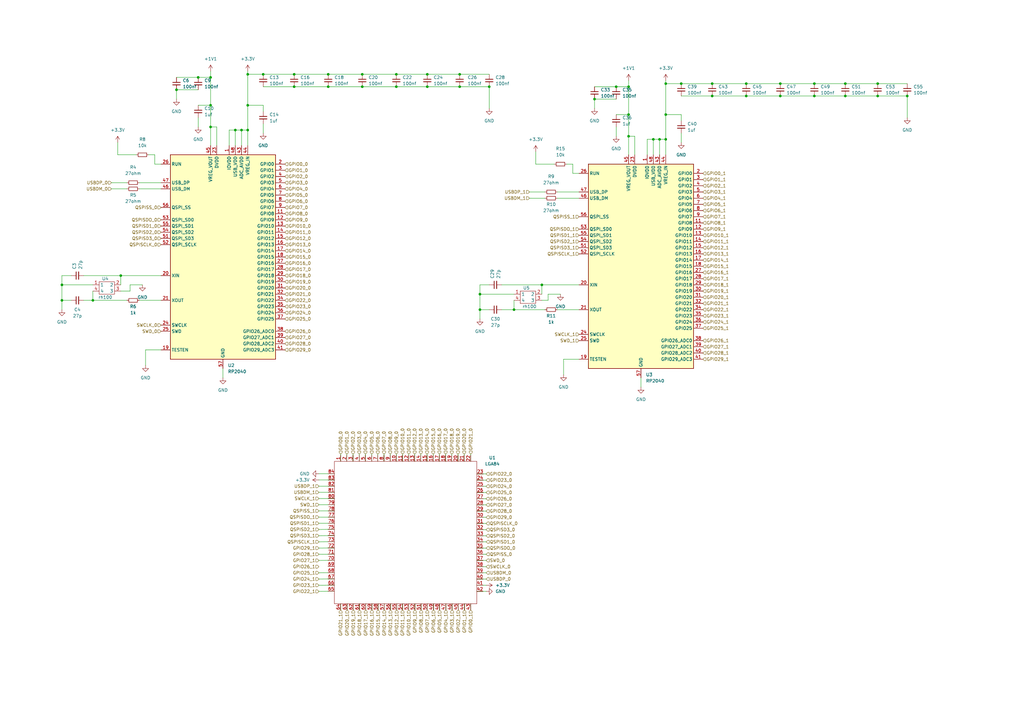
<source format=kicad_sch>
(kicad_sch (version 20211123) (generator eeschema)

  (uuid 10484eb6-5bfd-4ce9-8aef-e74876510d5a)

  (paper "A3")

  (lib_symbols
    (symbol "Device:C_Small" (pin_numbers hide) (pin_names (offset 0.254) hide) (in_bom yes) (on_board yes)
      (property "Reference" "C" (id 0) (at 0.254 1.778 0)
        (effects (font (size 1.27 1.27)) (justify left))
      )
      (property "Value" "C_Small" (id 1) (at 0.254 -2.032 0)
        (effects (font (size 1.27 1.27)) (justify left))
      )
      (property "Footprint" "" (id 2) (at 0 0 0)
        (effects (font (size 1.27 1.27)) hide)
      )
      (property "Datasheet" "~" (id 3) (at 0 0 0)
        (effects (font (size 1.27 1.27)) hide)
      )
      (property "ki_keywords" "capacitor cap" (id 4) (at 0 0 0)
        (effects (font (size 1.27 1.27)) hide)
      )
      (property "ki_description" "Unpolarized capacitor, small symbol" (id 5) (at 0 0 0)
        (effects (font (size 1.27 1.27)) hide)
      )
      (property "ki_fp_filters" "C_*" (id 6) (at 0 0 0)
        (effects (font (size 1.27 1.27)) hide)
      )
      (symbol "C_Small_0_1"
        (polyline
          (pts
            (xy -1.524 -0.508)
            (xy 1.524 -0.508)
          )
          (stroke (width 0.3302) (type default) (color 0 0 0 0))
          (fill (type none))
        )
        (polyline
          (pts
            (xy -1.524 0.508)
            (xy 1.524 0.508)
          )
          (stroke (width 0.3048) (type default) (color 0 0 0 0))
          (fill (type none))
        )
      )
      (symbol "C_Small_1_1"
        (pin passive line (at 0 2.54 270) (length 2.032)
          (name "~" (effects (font (size 1.27 1.27))))
          (number "1" (effects (font (size 1.27 1.27))))
        )
        (pin passive line (at 0 -2.54 90) (length 2.032)
          (name "~" (effects (font (size 1.27 1.27))))
          (number "2" (effects (font (size 1.27 1.27))))
        )
      )
    )
    (symbol "Device:R_Small" (pin_numbers hide) (pin_names (offset 0.254) hide) (in_bom yes) (on_board yes)
      (property "Reference" "R" (id 0) (at 0.762 0.508 0)
        (effects (font (size 1.27 1.27)) (justify left))
      )
      (property "Value" "R_Small" (id 1) (at 0.762 -1.016 0)
        (effects (font (size 1.27 1.27)) (justify left))
      )
      (property "Footprint" "" (id 2) (at 0 0 0)
        (effects (font (size 1.27 1.27)) hide)
      )
      (property "Datasheet" "~" (id 3) (at 0 0 0)
        (effects (font (size 1.27 1.27)) hide)
      )
      (property "ki_keywords" "R resistor" (id 4) (at 0 0 0)
        (effects (font (size 1.27 1.27)) hide)
      )
      (property "ki_description" "Resistor, small symbol" (id 5) (at 0 0 0)
        (effects (font (size 1.27 1.27)) hide)
      )
      (property "ki_fp_filters" "R_*" (id 6) (at 0 0 0)
        (effects (font (size 1.27 1.27)) hide)
      )
      (symbol "R_Small_0_1"
        (rectangle (start -0.762 1.778) (end 0.762 -1.778)
          (stroke (width 0.2032) (type default) (color 0 0 0 0))
          (fill (type none))
        )
      )
      (symbol "R_Small_1_1"
        (pin passive line (at 0 2.54 270) (length 0.762)
          (name "~" (effects (font (size 1.27 1.27))))
          (number "1" (effects (font (size 1.27 1.27))))
        )
        (pin passive line (at 0 -2.54 90) (length 0.762)
          (name "~" (effects (font (size 1.27 1.27))))
          (number "2" (effects (font (size 1.27 1.27))))
        )
      )
    )
    (symbol "MCU_RaspberryPi:RP2040" (in_bom yes) (on_board yes)
      (property "Reference" "U" (id 0) (at 17.78 45.72 0)
        (effects (font (size 1.27 1.27)))
      )
      (property "Value" "RP2040" (id 1) (at 17.78 43.18 0)
        (effects (font (size 1.27 1.27)))
      )
      (property "Footprint" "Package_DFN_QFN:QFN-56-1EP_7x7mm_P0.4mm_EP3.2x3.2mm" (id 2) (at 0 0 0)
        (effects (font (size 1.27 1.27)) hide)
      )
      (property "Datasheet" "https://datasheets.raspberrypi.com/rp2040/rp2040-datasheet.pdf" (id 3) (at 0 0 0)
        (effects (font (size 1.27 1.27)) hide)
      )
      (property "ki_keywords" "RP2040 ARM Cortex-M0+ USB" (id 4) (at 0 0 0)
        (effects (font (size 1.27 1.27)) hide)
      )
      (property "ki_description" "A microcontroller by Raspberry Pi" (id 5) (at 0 0 0)
        (effects (font (size 1.27 1.27)) hide)
      )
      (property "ki_fp_filters" "QFN*7x7mm?P0.4mm?EP3.2x3.2mm*" (id 6) (at 0 0 0)
        (effects (font (size 1.27 1.27)) hide)
      )
      (symbol "RP2040_0_1"
        (rectangle (start -21.59 41.91) (end 21.59 -41.91)
          (stroke (width 0.254) (type default) (color 0 0 0 0))
          (fill (type background))
        )
      )
      (symbol "RP2040_1_1"
        (pin power_in line (at 2.54 45.72 270) (length 3.81)
          (name "IOVDD" (effects (font (size 1.27 1.27))))
          (number "1" (effects (font (size 1.27 1.27))))
        )
        (pin passive line (at 2.54 45.72 270) (length 3.81) hide
          (name "IOVDD" (effects (font (size 1.27 1.27))))
          (number "10" (effects (font (size 1.27 1.27))))
        )
        (pin bidirectional line (at 25.4 17.78 180) (length 3.81)
          (name "GPIO8" (effects (font (size 1.27 1.27))))
          (number "11" (effects (font (size 1.27 1.27))))
        )
        (pin bidirectional line (at 25.4 15.24 180) (length 3.81)
          (name "GPIO9" (effects (font (size 1.27 1.27))))
          (number "12" (effects (font (size 1.27 1.27))))
        )
        (pin bidirectional line (at 25.4 12.7 180) (length 3.81)
          (name "GPIO10" (effects (font (size 1.27 1.27))))
          (number "13" (effects (font (size 1.27 1.27))))
        )
        (pin bidirectional line (at 25.4 10.16 180) (length 3.81)
          (name "GPIO11" (effects (font (size 1.27 1.27))))
          (number "14" (effects (font (size 1.27 1.27))))
        )
        (pin bidirectional line (at 25.4 7.62 180) (length 3.81)
          (name "GPIO12" (effects (font (size 1.27 1.27))))
          (number "15" (effects (font (size 1.27 1.27))))
        )
        (pin bidirectional line (at 25.4 5.08 180) (length 3.81)
          (name "GPIO13" (effects (font (size 1.27 1.27))))
          (number "16" (effects (font (size 1.27 1.27))))
        )
        (pin bidirectional line (at 25.4 2.54 180) (length 3.81)
          (name "GPIO14" (effects (font (size 1.27 1.27))))
          (number "17" (effects (font (size 1.27 1.27))))
        )
        (pin bidirectional line (at 25.4 0 180) (length 3.81)
          (name "GPIO15" (effects (font (size 1.27 1.27))))
          (number "18" (effects (font (size 1.27 1.27))))
        )
        (pin input line (at -25.4 -38.1 0) (length 3.81)
          (name "TESTEN" (effects (font (size 1.27 1.27))))
          (number "19" (effects (font (size 1.27 1.27))))
        )
        (pin bidirectional line (at 25.4 38.1 180) (length 3.81)
          (name "GPIO0" (effects (font (size 1.27 1.27))))
          (number "2" (effects (font (size 1.27 1.27))))
        )
        (pin input line (at -25.4 -7.62 0) (length 3.81)
          (name "XIN" (effects (font (size 1.27 1.27))))
          (number "20" (effects (font (size 1.27 1.27))))
        )
        (pin passive line (at -25.4 -17.78 0) (length 3.81)
          (name "XOUT" (effects (font (size 1.27 1.27))))
          (number "21" (effects (font (size 1.27 1.27))))
        )
        (pin passive line (at 2.54 45.72 270) (length 3.81) hide
          (name "IOVDD" (effects (font (size 1.27 1.27))))
          (number "22" (effects (font (size 1.27 1.27))))
        )
        (pin power_in line (at -2.54 45.72 270) (length 3.81)
          (name "DVDD" (effects (font (size 1.27 1.27))))
          (number "23" (effects (font (size 1.27 1.27))))
        )
        (pin output line (at -25.4 -27.94 0) (length 3.81)
          (name "SWCLK" (effects (font (size 1.27 1.27))))
          (number "24" (effects (font (size 1.27 1.27))))
        )
        (pin bidirectional line (at -25.4 -30.48 0) (length 3.81)
          (name "SWD" (effects (font (size 1.27 1.27))))
          (number "25" (effects (font (size 1.27 1.27))))
        )
        (pin input line (at -25.4 38.1 0) (length 3.81)
          (name "RUN" (effects (font (size 1.27 1.27))))
          (number "26" (effects (font (size 1.27 1.27))))
        )
        (pin bidirectional line (at 25.4 -2.54 180) (length 3.81)
          (name "GPIO16" (effects (font (size 1.27 1.27))))
          (number "27" (effects (font (size 1.27 1.27))))
        )
        (pin bidirectional line (at 25.4 -5.08 180) (length 3.81)
          (name "GPIO17" (effects (font (size 1.27 1.27))))
          (number "28" (effects (font (size 1.27 1.27))))
        )
        (pin bidirectional line (at 25.4 -7.62 180) (length 3.81)
          (name "GPIO18" (effects (font (size 1.27 1.27))))
          (number "29" (effects (font (size 1.27 1.27))))
        )
        (pin bidirectional line (at 25.4 35.56 180) (length 3.81)
          (name "GPIO1" (effects (font (size 1.27 1.27))))
          (number "3" (effects (font (size 1.27 1.27))))
        )
        (pin bidirectional line (at 25.4 -10.16 180) (length 3.81)
          (name "GPIO19" (effects (font (size 1.27 1.27))))
          (number "30" (effects (font (size 1.27 1.27))))
        )
        (pin bidirectional line (at 25.4 -12.7 180) (length 3.81)
          (name "GPIO20" (effects (font (size 1.27 1.27))))
          (number "31" (effects (font (size 1.27 1.27))))
        )
        (pin bidirectional line (at 25.4 -15.24 180) (length 3.81)
          (name "GPIO21" (effects (font (size 1.27 1.27))))
          (number "32" (effects (font (size 1.27 1.27))))
        )
        (pin passive line (at 2.54 45.72 270) (length 3.81) hide
          (name "IOVDD" (effects (font (size 1.27 1.27))))
          (number "33" (effects (font (size 1.27 1.27))))
        )
        (pin bidirectional line (at 25.4 -17.78 180) (length 3.81)
          (name "GPIO22" (effects (font (size 1.27 1.27))))
          (number "34" (effects (font (size 1.27 1.27))))
        )
        (pin bidirectional line (at 25.4 -20.32 180) (length 3.81)
          (name "GPIO23" (effects (font (size 1.27 1.27))))
          (number "35" (effects (font (size 1.27 1.27))))
        )
        (pin bidirectional line (at 25.4 -22.86 180) (length 3.81)
          (name "GPIO24" (effects (font (size 1.27 1.27))))
          (number "36" (effects (font (size 1.27 1.27))))
        )
        (pin bidirectional line (at 25.4 -25.4 180) (length 3.81)
          (name "GPIO25" (effects (font (size 1.27 1.27))))
          (number "37" (effects (font (size 1.27 1.27))))
        )
        (pin bidirectional line (at 25.4 -30.48 180) (length 3.81)
          (name "GPIO26_ADC0" (effects (font (size 1.27 1.27))))
          (number "38" (effects (font (size 1.27 1.27))))
        )
        (pin bidirectional line (at 25.4 -33.02 180) (length 3.81)
          (name "GPIO27_ADC1" (effects (font (size 1.27 1.27))))
          (number "39" (effects (font (size 1.27 1.27))))
        )
        (pin bidirectional line (at 25.4 33.02 180) (length 3.81)
          (name "GPIO2" (effects (font (size 1.27 1.27))))
          (number "4" (effects (font (size 1.27 1.27))))
        )
        (pin bidirectional line (at 25.4 -35.56 180) (length 3.81)
          (name "GPIO28_ADC2" (effects (font (size 1.27 1.27))))
          (number "40" (effects (font (size 1.27 1.27))))
        )
        (pin bidirectional line (at 25.4 -38.1 180) (length 3.81)
          (name "GPIO29_ADC3" (effects (font (size 1.27 1.27))))
          (number "41" (effects (font (size 1.27 1.27))))
        )
        (pin passive line (at 2.54 45.72 270) (length 3.81) hide
          (name "IOVDD" (effects (font (size 1.27 1.27))))
          (number "42" (effects (font (size 1.27 1.27))))
        )
        (pin power_in line (at 7.62 45.72 270) (length 3.81)
          (name "ADC_AVDD" (effects (font (size 1.27 1.27))))
          (number "43" (effects (font (size 1.27 1.27))))
        )
        (pin power_in line (at 10.16 45.72 270) (length 3.81)
          (name "VREG_IN" (effects (font (size 1.27 1.27))))
          (number "44" (effects (font (size 1.27 1.27))))
        )
        (pin power_out line (at -5.08 45.72 270) (length 3.81)
          (name "VREG_VOUT" (effects (font (size 1.27 1.27))))
          (number "45" (effects (font (size 1.27 1.27))))
        )
        (pin bidirectional line (at -25.4 27.94 0) (length 3.81)
          (name "USB_DM" (effects (font (size 1.27 1.27))))
          (number "46" (effects (font (size 1.27 1.27))))
        )
        (pin bidirectional line (at -25.4 30.48 0) (length 3.81)
          (name "USB_DP" (effects (font (size 1.27 1.27))))
          (number "47" (effects (font (size 1.27 1.27))))
        )
        (pin power_in line (at 5.08 45.72 270) (length 3.81)
          (name "USB_VDD" (effects (font (size 1.27 1.27))))
          (number "48" (effects (font (size 1.27 1.27))))
        )
        (pin passive line (at 2.54 45.72 270) (length 3.81) hide
          (name "IOVDD" (effects (font (size 1.27 1.27))))
          (number "49" (effects (font (size 1.27 1.27))))
        )
        (pin bidirectional line (at 25.4 30.48 180) (length 3.81)
          (name "GPIO3" (effects (font (size 1.27 1.27))))
          (number "5" (effects (font (size 1.27 1.27))))
        )
        (pin passive line (at -2.54 45.72 270) (length 3.81) hide
          (name "DVDD" (effects (font (size 1.27 1.27))))
          (number "50" (effects (font (size 1.27 1.27))))
        )
        (pin bidirectional line (at -25.4 7.62 0) (length 3.81)
          (name "QSPI_SD3" (effects (font (size 1.27 1.27))))
          (number "51" (effects (font (size 1.27 1.27))))
        )
        (pin output line (at -25.4 5.08 0) (length 3.81)
          (name "QSPI_SCLK" (effects (font (size 1.27 1.27))))
          (number "52" (effects (font (size 1.27 1.27))))
        )
        (pin bidirectional line (at -25.4 15.24 0) (length 3.81)
          (name "QSPI_SD0" (effects (font (size 1.27 1.27))))
          (number "53" (effects (font (size 1.27 1.27))))
        )
        (pin bidirectional line (at -25.4 10.16 0) (length 3.81)
          (name "QSPI_SD2" (effects (font (size 1.27 1.27))))
          (number "54" (effects (font (size 1.27 1.27))))
        )
        (pin bidirectional line (at -25.4 12.7 0) (length 3.81)
          (name "QSPI_SD1" (effects (font (size 1.27 1.27))))
          (number "55" (effects (font (size 1.27 1.27))))
        )
        (pin bidirectional line (at -25.4 20.32 0) (length 3.81)
          (name "QSPI_SS" (effects (font (size 1.27 1.27))))
          (number "56" (effects (font (size 1.27 1.27))))
        )
        (pin power_in line (at 0 -45.72 90) (length 3.81)
          (name "GND" (effects (font (size 1.27 1.27))))
          (number "57" (effects (font (size 1.27 1.27))))
        )
        (pin bidirectional line (at 25.4 27.94 180) (length 3.81)
          (name "GPIO4" (effects (font (size 1.27 1.27))))
          (number "6" (effects (font (size 1.27 1.27))))
        )
        (pin bidirectional line (at 25.4 25.4 180) (length 3.81)
          (name "GPIO5" (effects (font (size 1.27 1.27))))
          (number "7" (effects (font (size 1.27 1.27))))
        )
        (pin bidirectional line (at 25.4 22.86 180) (length 3.81)
          (name "GPIO6" (effects (font (size 1.27 1.27))))
          (number "8" (effects (font (size 1.27 1.27))))
        )
        (pin bidirectional line (at 25.4 20.32 180) (length 3.81)
          (name "GPIO7" (effects (font (size 1.27 1.27))))
          (number "9" (effects (font (size 1.27 1.27))))
        )
      )
    )
    (symbol "lga84:LGA84" (in_bom yes) (on_board yes)
      (property "Reference" "U" (id 0) (at 0 0 0)
        (effects (font (size 1.27 1.27)))
      )
      (property "Value" "LGA84" (id 1) (at 30.48 -29.21 0)
        (effects (font (size 1.27 1.27)))
      )
      (property "Footprint" "" (id 2) (at 0 0 0)
        (effects (font (size 1.27 1.27)) hide)
      )
      (property "Datasheet" "" (id 3) (at 0 0 0)
        (effects (font (size 1.27 1.27)) hide)
      )
      (symbol "LGA84_0_1"
        (rectangle (start 1.27 -1.27) (end 59.69 -59.69)
          (stroke (width 0) (type default) (color 0 0 0 0))
          (fill (type none))
        )
      )
      (symbol "LGA84_1_1"
        (pin input line (at 3.81 -1.27 90) (length 2.54)
          (name "" (effects (font (size 1.27 1.27))))
          (number "1" (effects (font (size 1.27 1.27))))
        )
        (pin input line (at 26.67 -1.27 90) (length 2.54)
          (name "" (effects (font (size 1.27 1.27))))
          (number "10" (effects (font (size 1.27 1.27))))
        )
        (pin input line (at 29.21 -1.27 90) (length 2.54)
          (name "" (effects (font (size 1.27 1.27))))
          (number "11" (effects (font (size 1.27 1.27))))
        )
        (pin input line (at 31.75 -1.27 90) (length 2.54)
          (name "" (effects (font (size 1.27 1.27))))
          (number "12" (effects (font (size 1.27 1.27))))
        )
        (pin input line (at 34.1551 -1.2809 90) (length 2.54)
          (name "" (effects (font (size 1.27 1.27))))
          (number "13" (effects (font (size 1.27 1.27))))
        )
        (pin input line (at 36.6951 -1.2809 90) (length 2.54)
          (name "" (effects (font (size 1.27 1.27))))
          (number "14" (effects (font (size 1.27 1.27))))
        )
        (pin input line (at 39.2351 -1.2809 90) (length 2.54)
          (name "" (effects (font (size 1.27 1.27))))
          (number "15" (effects (font (size 1.27 1.27))))
        )
        (pin input line (at 41.7751 -1.2809 90) (length 2.54)
          (name "" (effects (font (size 1.27 1.27))))
          (number "16" (effects (font (size 1.27 1.27))))
        )
        (pin input line (at 44.3151 -1.2809 90) (length 2.54)
          (name "" (effects (font (size 1.27 1.27))))
          (number "17" (effects (font (size 1.27 1.27))))
        )
        (pin input line (at 46.8551 -1.2809 90) (length 2.54)
          (name "" (effects (font (size 1.27 1.27))))
          (number "18" (effects (font (size 1.27 1.27))))
        )
        (pin input line (at 49.3951 -1.2809 90) (length 2.54)
          (name "" (effects (font (size 1.27 1.27))))
          (number "19" (effects (font (size 1.27 1.27))))
        )
        (pin input line (at 6.35 -1.27 90) (length 2.54)
          (name "" (effects (font (size 1.27 1.27))))
          (number "2" (effects (font (size 1.27 1.27))))
        )
        (pin input line (at 51.9351 -1.2809 90) (length 2.54)
          (name "" (effects (font (size 1.27 1.27))))
          (number "20" (effects (font (size 1.27 1.27))))
        )
        (pin input line (at 54.4751 -1.2809 90) (length 2.54)
          (name "" (effects (font (size 1.27 1.27))))
          (number "21" (effects (font (size 1.27 1.27))))
        )
        (pin input line (at 57.15 -1.27 90) (length 2.54)
          (name "" (effects (font (size 1.27 1.27))))
          (number "22" (effects (font (size 1.27 1.27))))
        )
        (pin input line (at 59.7715 -6.4102 0) (length 2.54)
          (name "" (effects (font (size 1.27 1.27))))
          (number "23" (effects (font (size 1.27 1.27))))
        )
        (pin input line (at 59.7715 -8.9502 0) (length 2.54)
          (name "" (effects (font (size 1.27 1.27))))
          (number "24" (effects (font (size 1.27 1.27))))
        )
        (pin input line (at 59.7715 -11.4902 0) (length 2.54)
          (name "" (effects (font (size 1.27 1.27))))
          (number "25" (effects (font (size 1.27 1.27))))
        )
        (pin input line (at 59.7715 -14.0302 0) (length 2.54)
          (name "" (effects (font (size 1.27 1.27))))
          (number "26" (effects (font (size 1.27 1.27))))
        )
        (pin input line (at 59.7816 -16.6164 0) (length 2.54)
          (name "" (effects (font (size 1.27 1.27))))
          (number "27" (effects (font (size 1.27 1.27))))
        )
        (pin input line (at 59.7715 -19.1102 0) (length 2.54)
          (name "" (effects (font (size 1.27 1.27))))
          (number "28" (effects (font (size 1.27 1.27))))
        )
        (pin input line (at 59.7715 -21.6502 0) (length 2.54)
          (name "" (effects (font (size 1.27 1.27))))
          (number "29" (effects (font (size 1.27 1.27))))
        )
        (pin input line (at 8.89 -1.27 90) (length 2.54)
          (name "" (effects (font (size 1.27 1.27))))
          (number "3" (effects (font (size 1.27 1.27))))
        )
        (pin input line (at 59.7715 -24.1902 0) (length 2.54)
          (name "" (effects (font (size 1.27 1.27))))
          (number "30" (effects (font (size 1.27 1.27))))
        )
        (pin input line (at 59.7715 -26.7302 0) (length 2.54)
          (name "" (effects (font (size 1.27 1.27))))
          (number "31" (effects (font (size 1.27 1.27))))
        )
        (pin input line (at 59.7715 -29.2702 0) (length 2.54)
          (name "" (effects (font (size 1.27 1.27))))
          (number "32" (effects (font (size 1.27 1.27))))
        )
        (pin input line (at 59.7715 -31.8102 0) (length 2.54)
          (name "" (effects (font (size 1.27 1.27))))
          (number "33" (effects (font (size 1.27 1.27))))
        )
        (pin input line (at 59.69 -34.29 0) (length 2.54)
          (name "" (effects (font (size 1.27 1.27))))
          (number "34" (effects (font (size 1.27 1.27))))
        )
        (pin input line (at 59.69 -36.83 0) (length 2.54)
          (name "" (effects (font (size 1.27 1.27))))
          (number "35" (effects (font (size 1.27 1.27))))
        )
        (pin input line (at 59.69 -39.37 0) (length 2.54)
          (name "" (effects (font (size 1.27 1.27))))
          (number "36" (effects (font (size 1.27 1.27))))
        )
        (pin input line (at 59.69 -41.91 0) (length 2.54)
          (name "" (effects (font (size 1.27 1.27))))
          (number "37" (effects (font (size 1.27 1.27))))
        )
        (pin input line (at 59.69 -44.45 0) (length 2.54)
          (name "" (effects (font (size 1.27 1.27))))
          (number "38" (effects (font (size 1.27 1.27))))
        )
        (pin input line (at 59.69 -46.99 0) (length 2.54)
          (name "" (effects (font (size 1.27 1.27))))
          (number "39" (effects (font (size 1.27 1.27))))
        )
        (pin input line (at 11.43 -1.27 90) (length 2.54)
          (name "" (effects (font (size 1.27 1.27))))
          (number "4" (effects (font (size 1.27 1.27))))
        )
        (pin input line (at 59.69 -49.53 0) (length 2.54)
          (name "" (effects (font (size 1.27 1.27))))
          (number "40" (effects (font (size 1.27 1.27))))
        )
        (pin input line (at 59.69 -52.07 0) (length 2.54)
          (name "" (effects (font (size 1.27 1.27))))
          (number "41" (effects (font (size 1.27 1.27))))
        )
        (pin input line (at 59.69 -54.61 0) (length 2.54)
          (name "" (effects (font (size 1.27 1.27))))
          (number "42" (effects (font (size 1.27 1.27))))
        )
        (pin input line (at 57.15 -59.69 270) (length 2.54)
          (name "" (effects (font (size 1.27 1.27))))
          (number "43" (effects (font (size 1.27 1.27))))
        )
        (pin input line (at 54.61 -59.69 270) (length 2.54)
          (name "" (effects (font (size 1.27 1.27))))
          (number "44" (effects (font (size 1.27 1.27))))
        )
        (pin input line (at 52.07 -59.69 270) (length 2.54)
          (name "" (effects (font (size 1.27 1.27))))
          (number "45" (effects (font (size 1.27 1.27))))
        )
        (pin input line (at 49.53 -59.69 270) (length 2.54)
          (name "" (effects (font (size 1.27 1.27))))
          (number "46" (effects (font (size 1.27 1.27))))
        )
        (pin input line (at 46.99 -59.69 270) (length 2.54)
          (name "" (effects (font (size 1.27 1.27))))
          (number "47" (effects (font (size 1.27 1.27))))
        )
        (pin input line (at 44.4038 -59.7001 270) (length 2.54)
          (name "" (effects (font (size 1.27 1.27))))
          (number "48" (effects (font (size 1.27 1.27))))
        )
        (pin input line (at 41.91 -59.69 270) (length 2.54)
          (name "" (effects (font (size 1.27 1.27))))
          (number "49" (effects (font (size 1.27 1.27))))
        )
        (pin input line (at 13.97 -1.27 90) (length 2.54)
          (name "" (effects (font (size 1.27 1.27))))
          (number "5" (effects (font (size 1.27 1.27))))
        )
        (pin input line (at 39.37 -59.69 270) (length 2.54)
          (name "" (effects (font (size 1.27 1.27))))
          (number "50" (effects (font (size 1.27 1.27))))
        )
        (pin input line (at 36.83 -59.69 270) (length 2.54)
          (name "" (effects (font (size 1.27 1.27))))
          (number "51" (effects (font (size 1.27 1.27))))
        )
        (pin input line (at 34.29 -59.69 270) (length 2.54)
          (name "" (effects (font (size 1.27 1.27))))
          (number "52" (effects (font (size 1.27 1.27))))
        )
        (pin input line (at 31.75 -59.69 270) (length 2.54)
          (name "" (effects (font (size 1.27 1.27))))
          (number "53" (effects (font (size 1.27 1.27))))
        )
        (pin input line (at 29.21 -59.69 270) (length 2.54)
          (name "" (effects (font (size 1.27 1.27))))
          (number "54" (effects (font (size 1.27 1.27))))
        )
        (pin input line (at 26.8049 -59.6791 270) (length 2.54)
          (name "" (effects (font (size 1.27 1.27))))
          (number "55" (effects (font (size 1.27 1.27))))
        )
        (pin input line (at 24.2649 -59.6791 270) (length 2.54)
          (name "" (effects (font (size 1.27 1.27))))
          (number "56" (effects (font (size 1.27 1.27))))
        )
        (pin input line (at 21.7249 -59.6791 270) (length 2.54)
          (name "" (effects (font (size 1.27 1.27))))
          (number "57" (effects (font (size 1.27 1.27))))
        )
        (pin input line (at 19.1849 -59.6791 270) (length 2.54)
          (name "" (effects (font (size 1.27 1.27))))
          (number "58" (effects (font (size 1.27 1.27))))
        )
        (pin input line (at 16.6449 -59.6791 270) (length 2.54)
          (name "" (effects (font (size 1.27 1.27))))
          (number "59" (effects (font (size 1.27 1.27))))
        )
        (pin input line (at 16.5562 -1.2599 90) (length 2.54)
          (name "" (effects (font (size 1.27 1.27))))
          (number "6" (effects (font (size 1.27 1.27))))
        )
        (pin input line (at 14.1049 -59.6791 270) (length 2.54)
          (name "" (effects (font (size 1.27 1.27))))
          (number "60" (effects (font (size 1.27 1.27))))
        )
        (pin input line (at 11.5649 -59.6791 270) (length 2.54)
          (name "" (effects (font (size 1.27 1.27))))
          (number "61" (effects (font (size 1.27 1.27))))
        )
        (pin input line (at 9.0249 -59.6791 270) (length 2.54)
          (name "" (effects (font (size 1.27 1.27))))
          (number "62" (effects (font (size 1.27 1.27))))
        )
        (pin input line (at 6.4849 -59.6791 270) (length 2.54)
          (name "" (effects (font (size 1.27 1.27))))
          (number "63" (effects (font (size 1.27 1.27))))
        )
        (pin input line (at 3.81 -59.69 270) (length 2.54)
          (name "" (effects (font (size 1.27 1.27))))
          (number "64" (effects (font (size 1.27 1.27))))
        )
        (pin input line (at 1.1885 -54.5498 180) (length 2.54)
          (name "" (effects (font (size 1.27 1.27))))
          (number "65" (effects (font (size 1.27 1.27))))
        )
        (pin input line (at 1.1885 -52.0098 180) (length 2.54)
          (name "" (effects (font (size 1.27 1.27))))
          (number "66" (effects (font (size 1.27 1.27))))
        )
        (pin input line (at 1.1885 -49.4698 180) (length 2.54)
          (name "" (effects (font (size 1.27 1.27))))
          (number "67" (effects (font (size 1.27 1.27))))
        )
        (pin input line (at 1.1885 -46.9298 180) (length 2.54)
          (name "" (effects (font (size 1.27 1.27))))
          (number "68" (effects (font (size 1.27 1.27))))
        )
        (pin input line (at 1.1784 -44.3436 180) (length 2.54)
          (name "" (effects (font (size 1.27 1.27))))
          (number "69" (effects (font (size 1.27 1.27))))
        )
        (pin input line (at 19.05 -1.27 90) (length 2.54)
          (name "" (effects (font (size 1.27 1.27))))
          (number "7" (effects (font (size 1.27 1.27))))
        )
        (pin input line (at 1.1885 -41.8498 180) (length 2.54)
          (name "" (effects (font (size 1.27 1.27))))
          (number "70" (effects (font (size 1.27 1.27))))
        )
        (pin input line (at 1.1885 -39.3098 180) (length 2.54)
          (name "" (effects (font (size 1.27 1.27))))
          (number "71" (effects (font (size 1.27 1.27))))
        )
        (pin input line (at 1.1885 -36.7698 180) (length 2.54)
          (name "" (effects (font (size 1.27 1.27))))
          (number "72" (effects (font (size 1.27 1.27))))
        )
        (pin input line (at 1.1885 -34.2298 180) (length 2.54)
          (name "" (effects (font (size 1.27 1.27))))
          (number "73" (effects (font (size 1.27 1.27))))
        )
        (pin input line (at 1.1885 -31.6898 180) (length 2.54)
          (name "" (effects (font (size 1.27 1.27))))
          (number "74" (effects (font (size 1.27 1.27))))
        )
        (pin input line (at 1.1885 -29.1498 180) (length 2.54)
          (name "" (effects (font (size 1.27 1.27))))
          (number "75" (effects (font (size 1.27 1.27))))
        )
        (pin input line (at 1.27 -26.67 180) (length 2.54)
          (name "" (effects (font (size 1.27 1.27))))
          (number "76" (effects (font (size 1.27 1.27))))
        )
        (pin input line (at 1.27 -24.13 180) (length 2.54)
          (name "" (effects (font (size 1.27 1.27))))
          (number "77" (effects (font (size 1.27 1.27))))
        )
        (pin input line (at 1.27 -21.59 180) (length 2.54)
          (name "" (effects (font (size 1.27 1.27))))
          (number "78" (effects (font (size 1.27 1.27))))
        )
        (pin input line (at 1.27 -19.05 180) (length 2.54)
          (name "" (effects (font (size 1.27 1.27))))
          (number "79" (effects (font (size 1.27 1.27))))
        )
        (pin input line (at 21.59 -1.27 90) (length 2.54)
          (name "" (effects (font (size 1.27 1.27))))
          (number "8" (effects (font (size 1.27 1.27))))
        )
        (pin input line (at 1.27 -16.51 180) (length 2.54)
          (name "" (effects (font (size 1.27 1.27))))
          (number "80" (effects (font (size 1.27 1.27))))
        )
        (pin input line (at 1.27 -13.97 180) (length 2.54)
          (name "" (effects (font (size 1.27 1.27))))
          (number "81" (effects (font (size 1.27 1.27))))
        )
        (pin input line (at 1.27 -11.43 180) (length 2.54)
          (name "" (effects (font (size 1.27 1.27))))
          (number "82" (effects (font (size 1.27 1.27))))
        )
        (pin input line (at 1.27 -8.89 180) (length 2.54)
          (name "" (effects (font (size 1.27 1.27))))
          (number "83" (effects (font (size 1.27 1.27))))
        )
        (pin input line (at 1.27 -6.35 180) (length 2.54)
          (name "" (effects (font (size 1.27 1.27))))
          (number "84" (effects (font (size 1.27 1.27))))
        )
        (pin input line (at 24.13 -1.27 90) (length 2.54)
          (name "" (effects (font (size 1.27 1.27))))
          (number "9" (effects (font (size 1.27 1.27))))
        )
      )
    )
    (symbol "power:+1V1" (power) (pin_names (offset 0)) (in_bom yes) (on_board yes)
      (property "Reference" "#PWR" (id 0) (at 0 -3.81 0)
        (effects (font (size 1.27 1.27)) hide)
      )
      (property "Value" "+1V1" (id 1) (at 0 3.556 0)
        (effects (font (size 1.27 1.27)))
      )
      (property "Footprint" "" (id 2) (at 0 0 0)
        (effects (font (size 1.27 1.27)) hide)
      )
      (property "Datasheet" "" (id 3) (at 0 0 0)
        (effects (font (size 1.27 1.27)) hide)
      )
      (property "ki_keywords" "power-flag" (id 4) (at 0 0 0)
        (effects (font (size 1.27 1.27)) hide)
      )
      (property "ki_description" "Power symbol creates a global label with name \"+1V1\"" (id 5) (at 0 0 0)
        (effects (font (size 1.27 1.27)) hide)
      )
      (symbol "+1V1_0_1"
        (polyline
          (pts
            (xy -0.762 1.27)
            (xy 0 2.54)
          )
          (stroke (width 0) (type default) (color 0 0 0 0))
          (fill (type none))
        )
        (polyline
          (pts
            (xy 0 0)
            (xy 0 2.54)
          )
          (stroke (width 0) (type default) (color 0 0 0 0))
          (fill (type none))
        )
        (polyline
          (pts
            (xy 0 2.54)
            (xy 0.762 1.27)
          )
          (stroke (width 0) (type default) (color 0 0 0 0))
          (fill (type none))
        )
      )
      (symbol "+1V1_1_1"
        (pin power_in line (at 0 0 90) (length 0) hide
          (name "+1V1" (effects (font (size 1.27 1.27))))
          (number "1" (effects (font (size 1.27 1.27))))
        )
      )
    )
    (symbol "power:+3.3V" (power) (pin_names (offset 0)) (in_bom yes) (on_board yes)
      (property "Reference" "#PWR" (id 0) (at 0 -3.81 0)
        (effects (font (size 1.27 1.27)) hide)
      )
      (property "Value" "+3.3V" (id 1) (at 0 3.556 0)
        (effects (font (size 1.27 1.27)))
      )
      (property "Footprint" "" (id 2) (at 0 0 0)
        (effects (font (size 1.27 1.27)) hide)
      )
      (property "Datasheet" "" (id 3) (at 0 0 0)
        (effects (font (size 1.27 1.27)) hide)
      )
      (property "ki_keywords" "power-flag" (id 4) (at 0 0 0)
        (effects (font (size 1.27 1.27)) hide)
      )
      (property "ki_description" "Power symbol creates a global label with name \"+3.3V\"" (id 5) (at 0 0 0)
        (effects (font (size 1.27 1.27)) hide)
      )
      (symbol "+3.3V_0_1"
        (polyline
          (pts
            (xy -0.762 1.27)
            (xy 0 2.54)
          )
          (stroke (width 0) (type default) (color 0 0 0 0))
          (fill (type none))
        )
        (polyline
          (pts
            (xy 0 0)
            (xy 0 2.54)
          )
          (stroke (width 0) (type default) (color 0 0 0 0))
          (fill (type none))
        )
        (polyline
          (pts
            (xy 0 2.54)
            (xy 0.762 1.27)
          )
          (stroke (width 0) (type default) (color 0 0 0 0))
          (fill (type none))
        )
      )
      (symbol "+3.3V_1_1"
        (pin power_in line (at 0 0 90) (length 0) hide
          (name "+3.3V" (effects (font (size 1.27 1.27))))
          (number "1" (effects (font (size 1.27 1.27))))
        )
      )
    )
    (symbol "power:GND" (power) (pin_names (offset 0)) (in_bom yes) (on_board yes)
      (property "Reference" "#PWR" (id 0) (at 0 -6.35 0)
        (effects (font (size 1.27 1.27)) hide)
      )
      (property "Value" "GND" (id 1) (at 0 -3.81 0)
        (effects (font (size 1.27 1.27)))
      )
      (property "Footprint" "" (id 2) (at 0 0 0)
        (effects (font (size 1.27 1.27)) hide)
      )
      (property "Datasheet" "" (id 3) (at 0 0 0)
        (effects (font (size 1.27 1.27)) hide)
      )
      (property "ki_keywords" "power-flag" (id 4) (at 0 0 0)
        (effects (font (size 1.27 1.27)) hide)
      )
      (property "ki_description" "Power symbol creates a global label with name \"GND\" , ground" (id 5) (at 0 0 0)
        (effects (font (size 1.27 1.27)) hide)
      )
      (symbol "GND_0_1"
        (polyline
          (pts
            (xy 0 0)
            (xy 0 -1.27)
            (xy 1.27 -1.27)
            (xy 0 -2.54)
            (xy -1.27 -1.27)
            (xy 0 -1.27)
          )
          (stroke (width 0) (type default) (color 0 0 0 0))
          (fill (type none))
        )
      )
      (symbol "GND_1_1"
        (pin power_in line (at 0 0 270) (length 0) hide
          (name "GND" (effects (font (size 1.27 1.27))))
          (number "1" (effects (font (size 1.27 1.27))))
        )
      )
    )
    (symbol "rh100-12:rh100" (in_bom yes) (on_board yes)
      (property "Reference" "U" (id 0) (at 0 0 0)
        (effects (font (size 1.27 1.27)))
      )
      (property "Value" "rh100" (id 1) (at 3.81 0 0)
        (effects (font (size 1.27 1.27)))
      )
      (property "Footprint" "" (id 2) (at 0 0 0)
        (effects (font (size 1.27 1.27)) hide)
      )
      (property "Datasheet" "" (id 3) (at 0 0 0)
        (effects (font (size 1.27 1.27)) hide)
      )
      (symbol "rh100_0_1"
        (rectangle (start 1.27 -1.27) (end 7.62 -6.35)
          (stroke (width 0) (type default) (color 0 0 0 0))
          (fill (type none))
        )
      )
      (symbol "rh100_1_1"
        (pin input line (at -1.27 -2.54 0) (length 2.54)
          (name "1" (effects (font (size 1.27 1.27))))
          (number "1" (effects (font (size 1.27 1.27))))
        )
        (pin input line (at 10.16 -2.54 180) (length 2.54)
          (name "2" (effects (font (size 1.27 1.27))))
          (number "2" (effects (font (size 1.27 1.27))))
        )
        (pin input line (at 10.16 -5.08 180) (length 2.54)
          (name "3" (effects (font (size 1.27 1.27))))
          (number "3" (effects (font (size 1.27 1.27))))
        )
        (pin input line (at -1.27 -5.08 0) (length 2.54)
          (name "4" (effects (font (size 1.27 1.27))))
          (number "4" (effects (font (size 1.27 1.27))))
        )
      )
    )
  )

  (junction (at 222.25 116.84) (diameter 0) (color 0 0 0 0)
    (uuid 02ff387b-dbaf-4038-a8d6-7366e19db4a6)
  )
  (junction (at 162.56 30.48) (diameter 0) (color 0 0 0 0)
    (uuid 04ca19c3-b7d5-4381-be8a-e99af5d329a3)
  )
  (junction (at 196.85 120.65) (diameter 0) (color 0 0 0 0)
    (uuid 057c9e5f-033f-4419-b97a-f5f1a27f87b0)
  )
  (junction (at 257.81 55.88) (diameter 0) (color 0 0 0 0)
    (uuid 0693395e-d587-48b3-88f4-603a0f2673fa)
  )
  (junction (at 306.07 39.37) (diameter 0) (color 0 0 0 0)
    (uuid 0af66401-b21a-4843-aa34-b7a796d64f60)
  )
  (junction (at 81.28 31.75) (diameter 0) (color 0 0 0 0)
    (uuid 1c758ac6-8136-4a3a-a773-3b82c3971df0)
  )
  (junction (at 107.95 30.48) (diameter 0) (color 0 0 0 0)
    (uuid 26eef300-66c1-4e2c-8cd3-95e821016be3)
  )
  (junction (at 134.62 30.48) (diameter 0) (color 0 0 0 0)
    (uuid 27a30b59-6096-478f-81aa-c42a822997b1)
  )
  (junction (at 292.1 39.37) (diameter 0) (color 0 0 0 0)
    (uuid 2ce29bd1-b844-47d7-92e7-4123b86da124)
  )
  (junction (at 120.65 35.56) (diameter 0) (color 0 0 0 0)
    (uuid 324452b0-e233-4ac5-b3df-b152052b8d16)
  )
  (junction (at 196.85 127) (diameter 0) (color 0 0 0 0)
    (uuid 3360b048-6118-4f0b-94b6-92f20ad34cb7)
  )
  (junction (at 372.11 39.37) (diameter 0) (color 0 0 0 0)
    (uuid 33eb1b2c-83c2-4200-bf8d-183fa1a555f6)
  )
  (junction (at 101.6 30.48) (diameter 0) (color 0 0 0 0)
    (uuid 3a1cfd3e-bd05-4f41-a87a-d72d70a6668f)
  )
  (junction (at 25.4 123.19) (diameter 0) (color 0 0 0 0)
    (uuid 4762460e-e29a-4bc5-97ec-95ecdb4558be)
  )
  (junction (at 334.01 39.37) (diameter 0) (color 0 0 0 0)
    (uuid 510810d3-5c1e-4231-ac18-84775a6f89ae)
  )
  (junction (at 188.5236 30.48) (diameter 0) (color 0 0 0 0)
    (uuid 54f0656d-e2de-4521-93be-045eba0a8608)
  )
  (junction (at 49.53 113.03) (diameter 0) (color 0 0 0 0)
    (uuid 57f9c471-cf1d-4456-80ce-26396db1dc7f)
  )
  (junction (at 306.07 34.29) (diameter 0) (color 0 0 0 0)
    (uuid 5df5a80b-218e-45c9-a2b5-1cf32c944d9c)
  )
  (junction (at 101.6 43.18) (diameter 0) (color 0 0 0 0)
    (uuid 5ec555d1-f6f7-4fe8-9e7c-c9676cc79f74)
  )
  (junction (at 210.82 127) (diameter 0) (color 0 0 0 0)
    (uuid 601d6b1d-7cfd-4710-95d1-c89f872b0af6)
  )
  (junction (at 320.04 39.37) (diameter 0) (color 0 0 0 0)
    (uuid 63c5c59b-9c41-4274-bcb2-5f0a41c037ac)
  )
  (junction (at 25.4 116.84) (diameter 0) (color 0 0 0 0)
    (uuid 64dd5dae-5503-4ef4-a846-9634ea343f7b)
  )
  (junction (at 334.01 34.29) (diameter 0) (color 0 0 0 0)
    (uuid 7621e620-fe37-4b66-8e0e-471d1b376355)
  )
  (junction (at 72.39 36.83) (diameter 0) (color 0 0 0 0)
    (uuid 7a4b5051-7aa2-4a3b-8346-1d16e883331d)
  )
  (junction (at 38.1 123.19) (diameter 0) (color 0 0 0 0)
    (uuid 7f5f2d4e-78f2-47bf-ab2e-00a383ba758c)
  )
  (junction (at 279.4 34.29) (diameter 0) (color 0 0 0 0)
    (uuid 84ce1442-d960-42d9-b414-3ba57640772e)
  )
  (junction (at 162.56 35.56) (diameter 0) (color 0 0 0 0)
    (uuid 877cf133-8fc4-4e32-883b-d63823e2d084)
  )
  (junction (at 346.71 39.37) (diameter 0) (color 0 0 0 0)
    (uuid 93b7ac2c-92fb-470e-bd1d-20fe2874811f)
  )
  (junction (at 257.81 46.99) (diameter 0) (color 0 0 0 0)
    (uuid a582e8a0-4f8f-4fd5-a874-e204fe83e0ba)
  )
  (junction (at 359.9736 39.37) (diameter 0) (color 0 0 0 0)
    (uuid af79fa64-30ed-4a1a-8da8-730d7751964a)
  )
  (junction (at 273.05 57.15) (diameter 0) (color 0 0 0 0)
    (uuid b0ffe833-127d-4bf8-b4a7-42599640e292)
  )
  (junction (at 148.59 35.56) (diameter 0) (color 0 0 0 0)
    (uuid b11d9cbc-255a-43cc-82f8-3b54521dd7ae)
  )
  (junction (at 252.73 35.56) (diameter 0) (color 0 0 0 0)
    (uuid b49697f5-b716-4792-ab3c-09c1624083bc)
  )
  (junction (at 270.51 57.15) (diameter 0) (color 0 0 0 0)
    (uuid baa1e008-825a-42ad-b9c8-3b1c37cd6835)
  )
  (junction (at 273.05 46.99) (diameter 0) (color 0 0 0 0)
    (uuid bc387627-3000-4e04-a461-5eae880119ef)
  )
  (junction (at 86.36 31.75) (diameter 0) (color 0 0 0 0)
    (uuid bfd57d2c-4d7a-4d5b-b75f-2df482893d64)
  )
  (junction (at 273.05 34.29) (diameter 0) (color 0 0 0 0)
    (uuid c168a333-f2c7-49a6-bfc0-2fe6bb3d4be0)
  )
  (junction (at 359.9736 34.29) (diameter 0) (color 0 0 0 0)
    (uuid c16904e4-c27c-4ee4-a17f-2c49e712b213)
  )
  (junction (at 175.26 30.48) (diameter 0) (color 0 0 0 0)
    (uuid c35b56cf-2092-4334-8e23-d3f1672009af)
  )
  (junction (at 292.1 34.29) (diameter 0) (color 0 0 0 0)
    (uuid c3a7ad9b-5cf8-4450-af0e-5e6cbeeecde8)
  )
  (junction (at 86.36 43.18) (diameter 0) (color 0 0 0 0)
    (uuid cb73e410-3ee0-44a0-9879-a9bb53cc4b4c)
  )
  (junction (at 257.81 35.56) (diameter 0) (color 0 0 0 0)
    (uuid d0d97a8c-ed9b-4631-b569-e701956fdb3b)
  )
  (junction (at 120.65 30.48) (diameter 0) (color 0 0 0 0)
    (uuid d6dc245e-4d5b-45ca-bfbb-d46aa1f87ec1)
  )
  (junction (at 188.5236 35.56) (diameter 0) (color 0 0 0 0)
    (uuid d95024d0-d9c3-4287-9a24-332076682134)
  )
  (junction (at 320.04 34.29) (diameter 0) (color 0 0 0 0)
    (uuid db2288f2-9fbb-4fa2-99d8-39baec3914cf)
  )
  (junction (at 96.52 53.34) (diameter 0) (color 0 0 0 0)
    (uuid dc6a2dfb-9c06-44a2-98dc-17591da37a04)
  )
  (junction (at 267.97 57.15) (diameter 0) (color 0 0 0 0)
    (uuid dfb95c03-e0e3-4ed5-8dc6-7987a2bbc7db)
  )
  (junction (at 175.26 35.56) (diameter 0) (color 0 0 0 0)
    (uuid e1126435-0995-4506-a7d7-30456c51cda5)
  )
  (junction (at 243.84 40.64) (diameter 0) (color 0 0 0 0)
    (uuid e971b5f7-8c5f-413a-8d61-559bfb9afa09)
  )
  (junction (at 346.71 34.29) (diameter 0) (color 0 0 0 0)
    (uuid ebbb924e-9a9e-451f-9ea1-c7487e833ab4)
  )
  (junction (at 99.06 53.34) (diameter 0) (color 0 0 0 0)
    (uuid ec4b72bb-cc4c-49aa-895f-0b8a1bbf0382)
  )
  (junction (at 148.59 30.48) (diameter 0) (color 0 0 0 0)
    (uuid ee07b067-8102-4018-b47a-99002c05da0a)
  )
  (junction (at 86.36 52.07) (diameter 0) (color 0 0 0 0)
    (uuid f5790381-c06d-4973-9b0a-f8def03c8b38)
  )
  (junction (at 134.62 35.56) (diameter 0) (color 0 0 0 0)
    (uuid f656291d-0c70-4a2b-819c-54f83bb1c834)
  )
  (junction (at 200.66 35.56) (diameter 0) (color 0 0 0 0)
    (uuid f8f90819-9ddb-424d-9d3c-540f3c3d766b)
  )
  (junction (at 101.6 53.34) (diameter 0) (color 0 0 0 0)
    (uuid fd729c65-afb0-4f1e-9fc9-75e21bb73274)
  )

  (wire (pts (xy 196.85 116.84) (xy 196.85 120.65))
    (stroke (width 0) (type default) (color 0 0 0 0))
    (uuid 00ed6cb5-1466-496b-ab1f-1263615832ee)
  )
  (wire (pts (xy 210.82 123.19) (xy 210.82 127))
    (stroke (width 0) (type default) (color 0 0 0 0))
    (uuid 02d0e5ac-cdc2-48d9-a7b1-7df2697a992d)
  )
  (wire (pts (xy 157.5063 186.2567) (xy 157.48 189.23))
    (stroke (width 0) (type default) (color 0 0 0 0))
    (uuid 04d9c563-9037-4708-96e6-157c0295bb82)
  )
  (wire (pts (xy 257.81 55.88) (xy 260.35 55.88))
    (stroke (width 0) (type default) (color 0 0 0 0))
    (uuid 04eecf9f-de00-4290-92e1-f888714769a5)
  )
  (wire (pts (xy 196.85 127) (xy 200.66 127))
    (stroke (width 0) (type default) (color 0 0 0 0))
    (uuid 052af8d7-6bad-416a-acab-bdf537983d41)
  )
  (wire (pts (xy 199.3633 209.6195) (xy 195.6615 209.6102))
    (stroke (width 0) (type default) (color 0 0 0 0))
    (uuid 06882969-e809-4c55-98db-67f812323cc0)
  )
  (wire (pts (xy 199.39 242.57) (xy 195.58 242.57))
    (stroke (width 0) (type default) (color 0 0 0 0))
    (uuid 06fa8178-2c04-4863-ba39-f333dce47e0e)
  )
  (wire (pts (xy 228.6 81.28) (xy 237.49 81.28))
    (stroke (width 0) (type default) (color 0 0 0 0))
    (uuid 08bd347a-45a7-4f04-8a2a-4c016543a295)
  )
  (wire (pts (xy 152.5349 250.1791) (xy 152.5349 247.6391))
    (stroke (width 0) (type default) (color 0 0 0 0))
    (uuid 093fc55a-d6be-4a90-971c-cdbd1ebec336)
  )
  (wire (pts (xy 199.3633 194.3795) (xy 195.6615 194.3702))
    (stroke (width 0) (type default) (color 0 0 0 0))
    (uuid 0944ac8b-d88f-46e1-89df-fdd1438718bf)
  )
  (wire (pts (xy 162.56 30.48) (xy 175.26 30.48))
    (stroke (width 0) (type default) (color 0 0 0 0))
    (uuid 09792d6f-eda6-4e3f-8b9e-3c4b1e835bef)
  )
  (wire (pts (xy 180.2938 250.2001) (xy 180.2938 247.6601))
    (stroke (width 0) (type default) (color 0 0 0 0))
    (uuid 0a95d345-d000-496b-9ebd-f67b39884ac6)
  )
  (wire (pts (xy 273.05 34.29) (xy 279.4 34.29))
    (stroke (width 0) (type default) (color 0 0 0 0))
    (uuid 0a9c1815-79bb-43ac-a2e3-7e17388d2981)
  )
  (wire (pts (xy 130.81 222.25) (xy 137.0785 222.1898))
    (stroke (width 0) (type default) (color 0 0 0 0))
    (uuid 0b6ffab2-4b6e-44e1-86de-1a76552f3ca7)
  )
  (wire (pts (xy 177.8 250.19) (xy 177.8 247.65))
    (stroke (width 0) (type default) (color 0 0 0 0))
    (uuid 0beb06fb-a1e6-4f9d-83c1-22415686f309)
  )
  (wire (pts (xy 134.62 35.56) (xy 148.59 35.56))
    (stroke (width 0) (type default) (color 0 0 0 0))
    (uuid 0bebdfdb-38fd-4f8d-88d1-f003e640f559)
  )
  (wire (pts (xy 180.2314 186.2676) (xy 180.2051 189.2409))
    (stroke (width 0) (type default) (color 0 0 0 0))
    (uuid 0c543710-caaf-4114-af63-91481374f1df)
  )
  (wire (pts (xy 139.7 250.19) (xy 139.7 247.65))
    (stroke (width 0) (type default) (color 0 0 0 0))
    (uuid 0dc346dc-d5fc-4b1d-9744-5ae9b0ebb26e)
  )
  (wire (pts (xy 190.5 250.19) (xy 190.5 247.65))
    (stroke (width 0) (type default) (color 0 0 0 0))
    (uuid 0f3b7abd-0126-4e02-a577-fea4c784cf52)
  )
  (wire (pts (xy 134.62 30.48) (xy 148.59 30.48))
    (stroke (width 0) (type default) (color 0 0 0 0))
    (uuid 1098849e-7692-49ad-94b5-ec0ed38a61db)
  )
  (wire (pts (xy 25.4 123.19) (xy 29.21 123.19))
    (stroke (width 0) (type default) (color 0 0 0 0))
    (uuid 112be876-4550-44c5-a611-97d75f1072c0)
  )
  (wire (pts (xy 130.81 209.55) (xy 137.16 209.55))
    (stroke (width 0) (type default) (color 0 0 0 0))
    (uuid 12305cc1-ac56-4f69-a33c-1ccc8821f345)
  )
  (wire (pts (xy 165.1 250.19) (xy 165.1 247.65))
    (stroke (width 0) (type default) (color 0 0 0 0))
    (uuid 13ee2490-f237-4a69-8572-822eb2337d5f)
  )
  (wire (pts (xy 172.6114 186.2676) (xy 172.5851 189.2409))
    (stroke (width 0) (type default) (color 0 0 0 0))
    (uuid 1423811b-76d5-4880-9fe7-9d62fcee50c4)
  )
  (wire (pts (xy 243.84 40.64) (xy 243.84 44.45))
    (stroke (width 0) (type default) (color 0 0 0 0))
    (uuid 1b6e1fd4-c449-46cd-8b86-1b51a1efcd1a)
  )
  (wire (pts (xy 199.39 227.33) (xy 195.58 227.33))
    (stroke (width 0) (type default) (color 0 0 0 0))
    (uuid 1c0af942-a42a-433d-a6d2-9436c0a16994)
  )
  (wire (pts (xy 130.81 219.71) (xy 137.0785 219.6498))
    (stroke (width 0) (type default) (color 0 0 0 0))
    (uuid 1cb71a93-e8e6-4784-bd6a-878c72d198d8)
  )
  (wire (pts (xy 63.5 63.5) (xy 60.96 63.5))
    (stroke (width 0) (type default) (color 0 0 0 0))
    (uuid 1e2e8a5d-4a31-4618-b011-412206022038)
  )
  (wire (pts (xy 199.3633 217.2395) (xy 195.6615 217.2302))
    (stroke (width 0) (type default) (color 0 0 0 0))
    (uuid 1f8fa3d0-4dc5-4575-a0a2-20b839c3848d)
  )
  (wire (pts (xy 228.6 127) (xy 237.49 127))
    (stroke (width 0) (type default) (color 0 0 0 0))
    (uuid 23f93a38-99f4-4e30-8575-b5df6349a6bf)
  )
  (wire (pts (xy 273.05 33.02) (xy 273.05 34.29))
    (stroke (width 0) (type default) (color 0 0 0 0))
    (uuid 240985d0-0ad3-4bde-ae26-434f936c8c74)
  )
  (wire (pts (xy 86.36 43.18) (xy 86.36 52.07))
    (stroke (width 0) (type default) (color 0 0 0 0))
    (uuid 242d1421-4d84-4796-8c24-3f1f2f04fa2d)
  )
  (wire (pts (xy 222.25 116.84) (xy 237.49 116.84))
    (stroke (width 0) (type default) (color 0 0 0 0))
    (uuid 26a1c7ac-7370-494a-a2d2-cb886744c7be)
  )
  (wire (pts (xy 219.71 67.31) (xy 219.71 62.23))
    (stroke (width 0) (type default) (color 0 0 0 0))
    (uuid 29a595ce-23f7-4348-98b7-7999fd9b15d8)
  )
  (wire (pts (xy 175.26 250.19) (xy 175.26 247.65))
    (stroke (width 0) (type default) (color 0 0 0 0))
    (uuid 2edabe98-c2dd-4003-8a3e-758927c7fc68)
  )
  (wire (pts (xy 49.53 119.38) (xy 53.34 119.38))
    (stroke (width 0) (type default) (color 0 0 0 0))
    (uuid 2f537bb8-77d5-427b-b533-527ae2f95d75)
  )
  (wire (pts (xy 59.69 149.86) (xy 59.69 143.51))
    (stroke (width 0) (type default) (color 0 0 0 0))
    (uuid 3011db5d-ed1d-4dbb-868e-f387be73ce45)
  )
  (wire (pts (xy 320.04 34.29) (xy 334.01 34.29))
    (stroke (width 0) (type default) (color 0 0 0 0))
    (uuid 35635c96-61e8-4385-ba8b-6bc3106e1284)
  )
  (wire (pts (xy 199.39 229.87) (xy 195.58 229.87))
    (stroke (width 0) (type default) (color 0 0 0 0))
    (uuid 3604a776-301c-4067-bb33-3ed3ee7f61bc)
  )
  (wire (pts (xy 148.59 35.56) (xy 162.56 35.56))
    (stroke (width 0) (type default) (color 0 0 0 0))
    (uuid 361065f9-4035-4aef-a095-fca63cd036ae)
  )
  (wire (pts (xy 130.81 240.03) (xy 137.0785 239.9698))
    (stroke (width 0) (type default) (color 0 0 0 0))
    (uuid 365a9743-4a8b-4266-8eaf-b47cb003ea52)
  )
  (wire (pts (xy 243.84 35.56) (xy 252.73 35.56))
    (stroke (width 0) (type default) (color 0 0 0 0))
    (uuid 370cbce6-e8d9-4e97-930f-b923501ffdaf)
  )
  (wire (pts (xy 165.1263 186.2567) (xy 165.1 189.23))
    (stroke (width 0) (type default) (color 0 0 0 0))
    (uuid 38c5063d-fef1-418f-9067-eda71f46a3cd)
  )
  (wire (pts (xy 279.4 34.29) (xy 292.1 34.29))
    (stroke (width 0) (type default) (color 0 0 0 0))
    (uuid 3953391e-f73a-4e86-9f01-9a741d3426e0)
  )
  (wire (pts (xy 160.0463 186.2567) (xy 160.02 189.23))
    (stroke (width 0) (type default) (color 0 0 0 0))
    (uuid 3ac883a7-9b5a-427a-b720-24ebeb4d82d2)
  )
  (wire (pts (xy 57.15 74.93) (xy 66.04 74.93))
    (stroke (width 0) (type default) (color 0 0 0 0))
    (uuid 3c069c25-0a40-4a57-a99a-60d7224f3bd3)
  )
  (wire (pts (xy 372.11 39.37) (xy 372.11 48.26))
    (stroke (width 0) (type default) (color 0 0 0 0))
    (uuid 3d77b13d-6447-47e9-a42a-a827caec2eac)
  )
  (wire (pts (xy 101.6 29.21) (xy 101.6 30.48))
    (stroke (width 0) (type default) (color 0 0 0 0))
    (uuid 3dc62336-2c5a-447a-814d-4f2fb85d82c8)
  )
  (wire (pts (xy 88.9 52.07) (xy 88.9 59.69))
    (stroke (width 0) (type default) (color 0 0 0 0))
    (uuid 3e42cee1-76a8-420a-a265-032af654fb30)
  )
  (wire (pts (xy 99.06 59.69) (xy 99.06 53.34))
    (stroke (width 0) (type default) (color 0 0 0 0))
    (uuid 3f650a0b-1901-424f-a78a-e0aa08abcc4f)
  )
  (wire (pts (xy 257.81 33.02) (xy 257.81 35.56))
    (stroke (width 0) (type default) (color 0 0 0 0))
    (uuid 42db8810-3c69-4cf4-9c55-8d331a48fe90)
  )
  (wire (pts (xy 130.81 212.09) (xy 137.16 212.09))
    (stroke (width 0) (type default) (color 0 0 0 0))
    (uuid 4543962e-a6dd-44c4-b227-3d89db98c5a1)
  )
  (wire (pts (xy 175.1514 186.2676) (xy 175.1251 189.2409))
    (stroke (width 0) (type default) (color 0 0 0 0))
    (uuid 455a1c3c-de36-48e5-a8ba-950c56ccb133)
  )
  (wire (pts (xy 86.36 52.07) (xy 86.36 59.69))
    (stroke (width 0) (type default) (color 0 0 0 0))
    (uuid 45c8105c-82ca-410b-83e1-5c44c5fe69c4)
  )
  (wire (pts (xy 199.39 234.95) (xy 195.58 234.95))
    (stroke (width 0) (type default) (color 0 0 0 0))
    (uuid 46d17f2a-e560-46f9-93ce-3b93248f16dc)
  )
  (wire (pts (xy 279.4 39.37) (xy 292.1 39.37))
    (stroke (width 0) (type default) (color 0 0 0 0))
    (uuid 47aafe5d-e2eb-474d-960f-649f97e2bc09)
  )
  (wire (pts (xy 320.04 39.37) (xy 334.01 39.37))
    (stroke (width 0) (type default) (color 0 0 0 0))
    (uuid 4923d3c6-99f0-4280-b3b0-63178456da74)
  )
  (wire (pts (xy 162.6949 250.1791) (xy 162.6949 247.6391))
    (stroke (width 0) (type default) (color 0 0 0 0))
    (uuid 492ce5d2-f8a7-4f02-b22c-e8eb6eb79dad)
  )
  (wire (pts (xy 200.66 35.56) (xy 200.66 44.45))
    (stroke (width 0) (type default) (color 0 0 0 0))
    (uuid 492ec2ce-c83e-402a-b67f-fc2b2fc1f286)
  )
  (wire (pts (xy 199.39 224.79) (xy 195.58 224.79))
    (stroke (width 0) (type default) (color 0 0 0 0))
    (uuid 497b8f89-df20-43d8-88e7-d3202dbabd44)
  )
  (wire (pts (xy 267.97 57.15) (xy 270.51 57.15))
    (stroke (width 0) (type default) (color 0 0 0 0))
    (uuid 4a6f6a10-b223-4aca-81ad-d8a457ffbce8)
  )
  (wire (pts (xy 273.05 57.15) (xy 273.05 63.5))
    (stroke (width 0) (type default) (color 0 0 0 0))
    (uuid 4c3571fd-71cc-40d2-94df-7c84cbe73b2c)
  )
  (wire (pts (xy 265.43 57.15) (xy 267.97 57.15))
    (stroke (width 0) (type default) (color 0 0 0 0))
    (uuid 5002244e-df03-422c-8eed-cdb806897c57)
  )
  (wire (pts (xy 185.3114 186.2676) (xy 185.2851 189.2409))
    (stroke (width 0) (type default) (color 0 0 0 0))
    (uuid 5221ec69-e052-4531-99c0-155a43865f0d)
  )
  (wire (pts (xy 177.6914 186.2676) (xy 177.6651 189.2409))
    (stroke (width 0) (type default) (color 0 0 0 0))
    (uuid 527f2c93-672c-4edb-929b-a4c22f23045c)
  )
  (wire (pts (xy 193.04 250.19) (xy 193.04 247.65))
    (stroke (width 0) (type default) (color 0 0 0 0))
    (uuid 528439a9-eb74-4376-885c-acb467c9e525)
  )
  (wire (pts (xy 346.71 39.37) (xy 359.9736 39.37))
    (stroke (width 0) (type default) (color 0 0 0 0))
    (uuid 568c08d6-1438-436b-826d-090b04e19e66)
  )
  (wire (pts (xy 182.88 250.19) (xy 182.88 247.65))
    (stroke (width 0) (type default) (color 0 0 0 0))
    (uuid 56b0f39c-cf56-4980-873c-a088f41750ba)
  )
  (wire (pts (xy 120.65 35.56) (xy 134.62 35.56))
    (stroke (width 0) (type default) (color 0 0 0 0))
    (uuid 5784fef7-dba6-4528-871e-a83d2ae2d119)
  )
  (wire (pts (xy 262.89 154.94) (xy 262.89 158.75))
    (stroke (width 0) (type default) (color 0 0 0 0))
    (uuid 57e3e525-261b-4593-97f6-8982f25e8ddf)
  )
  (wire (pts (xy 231.14 153.67) (xy 231.14 147.32))
    (stroke (width 0) (type default) (color 0 0 0 0))
    (uuid 590c337f-0320-46ee-b3dc-c9cf10b1755b)
  )
  (wire (pts (xy 227.33 67.31) (xy 219.71 67.31))
    (stroke (width 0) (type default) (color 0 0 0 0))
    (uuid 5b3fb18a-298e-4f7f-945d-cd9285f0e00b)
  )
  (wire (pts (xy 224.79 120.65) (xy 224.79 123.19))
    (stroke (width 0) (type default) (color 0 0 0 0))
    (uuid 5c75f69a-0bdc-4fcd-a77a-0abdb4f3de31)
  )
  (wire (pts (xy 57.15 123.19) (xy 66.04 123.19))
    (stroke (width 0) (type default) (color 0 0 0 0))
    (uuid 5efb3103-773b-4349-9188-806c055610f6)
  )
  (wire (pts (xy 229.87 120.65) (xy 224.79 120.65))
    (stroke (width 0) (type default) (color 0 0 0 0))
    (uuid 5f752c5a-e61a-4e40-819a-9be120c815bc)
  )
  (wire (pts (xy 196.85 120.65) (xy 210.82 120.65))
    (stroke (width 0) (type default) (color 0 0 0 0))
    (uuid 5fa9e4d7-4cc1-45ad-9b4b-4155e0ccfedd)
  )
  (wire (pts (xy 273.05 46.99) (xy 273.05 57.15))
    (stroke (width 0) (type default) (color 0 0 0 0))
    (uuid 62d46885-2f54-46aa-ba1e-9735f3efa2e6)
  )
  (wire (pts (xy 279.4 46.99) (xy 279.4 49.53))
    (stroke (width 0) (type default) (color 0 0 0 0))
    (uuid 6633bbac-a22f-423c-996d-def8e45e687e)
  )
  (wire (pts (xy 101.6 43.18) (xy 107.95 43.18))
    (stroke (width 0) (type default) (color 0 0 0 0))
    (uuid 67893b5f-07f5-4563-a531-593a8d6a2403)
  )
  (wire (pts (xy 224.79 123.19) (xy 222.25 123.19))
    (stroke (width 0) (type default) (color 0 0 0 0))
    (uuid 67d9b6ce-04f1-42a2-9324-acacaf577e9f)
  )
  (wire (pts (xy 49.53 113.03) (xy 66.04 113.03))
    (stroke (width 0) (type default) (color 0 0 0 0))
    (uuid 688a5124-da79-4940-a071-3989aa8266dd)
  )
  (wire (pts (xy 199.3633 196.9195) (xy 195.6615 196.9102))
    (stroke (width 0) (type default) (color 0 0 0 0))
    (uuid 697f9a9c-99db-49a0-b23e-8c9ef93c4129)
  )
  (wire (pts (xy 130.81 207.01) (xy 137.16 207.01))
    (stroke (width 0) (type default) (color 0 0 0 0))
    (uuid 6a8aface-b1ea-4caa-be91-7807c55824f9)
  )
  (wire (pts (xy 167.64 250.19) (xy 167.64 247.65))
    (stroke (width 0) (type default) (color 0 0 0 0))
    (uuid 6c17d239-df72-40b7-8673-66e5f98d70a7)
  )
  (wire (pts (xy 144.9149 250.1791) (xy 144.9149 247.6391))
    (stroke (width 0) (type default) (color 0 0 0 0))
    (uuid 6c6ea03a-50d1-4d41-8990-a39c71597342)
  )
  (wire (pts (xy 29.21 113.03) (xy 25.4 113.03))
    (stroke (width 0) (type default) (color 0 0 0 0))
    (uuid 6e07f042-ff66-4731-9085-f8cbd1543096)
  )
  (wire (pts (xy 53.34 116.84) (xy 58.42 116.84))
    (stroke (width 0) (type default) (color 0 0 0 0))
    (uuid 6e274ed7-c6a2-4fa9-b826-02724ebb5266)
  )
  (wire (pts (xy 93.98 53.34) (xy 96.52 53.34))
    (stroke (width 0) (type default) (color 0 0 0 0))
    (uuid 6f57eab2-e4d0-4b81-aeb3-7a34ac0bc375)
  )
  (wire (pts (xy 86.36 29.21) (xy 86.36 31.75))
    (stroke (width 0) (type default) (color 0 0 0 0))
    (uuid 6f5aaf87-a3d3-4ca9-8e02-f06bb1b5a0e8)
  )
  (wire (pts (xy 193.0663 186.2567) (xy 193.04 189.23))
    (stroke (width 0) (type default) (color 0 0 0 0))
    (uuid 6fd3ef55-050d-4219-b01c-865b6175c419)
  )
  (wire (pts (xy 217.17 78.74) (xy 223.52 78.74))
    (stroke (width 0) (type default) (color 0 0 0 0))
    (uuid 7221707b-3e73-41a7-b760-b7445e301dff)
  )
  (wire (pts (xy 99.06 53.34) (xy 101.6 53.34))
    (stroke (width 0) (type default) (color 0 0 0 0))
    (uuid 728b6152-c6b4-4ff0-afac-64bab2475954)
  )
  (wire (pts (xy 334.01 34.29) (xy 346.71 34.29))
    (stroke (width 0) (type default) (color 0 0 0 0))
    (uuid 73d18078-ed91-4788-ad07-26ff01f39aa6)
  )
  (wire (pts (xy 34.29 123.19) (xy 38.1 123.19))
    (stroke (width 0) (type default) (color 0 0 0 0))
    (uuid 74dc7baf-bd75-44a5-b000-44b52e090056)
  )
  (wire (pts (xy 130.81 196.85) (xy 137.16 196.85))
    (stroke (width 0) (type default) (color 0 0 0 0))
    (uuid 758c5da9-3f44-4eaf-855b-1a7f32266f14)
  )
  (wire (pts (xy 149.8863 186.2567) (xy 149.86 189.23))
    (stroke (width 0) (type default) (color 0 0 0 0))
    (uuid 75e613fa-15d0-46ad-b858-7b1a0cf3d118)
  )
  (wire (pts (xy 210.82 127) (xy 223.52 127))
    (stroke (width 0) (type default) (color 0 0 0 0))
    (uuid 76fb9ecb-d5c3-4cd5-993c-677e918b6c01)
  )
  (wire (pts (xy 196.85 127) (xy 196.85 130.81))
    (stroke (width 0) (type default) (color 0 0 0 0))
    (uuid 77ceceef-1784-477f-b665-d79f9ecb9590)
  )
  (wire (pts (xy 190.3914 186.2676) (xy 190.3651 189.2409))
    (stroke (width 0) (type default) (color 0 0 0 0))
    (uuid 7838d864-83de-4116-b2d3-e24b3d06dd18)
  )
  (wire (pts (xy 252.73 35.56) (xy 257.81 35.56))
    (stroke (width 0) (type default) (color 0 0 0 0))
    (uuid 7842a61a-6e45-401e-808c-22d44e06da04)
  )
  (wire (pts (xy 130.81 242.57) (xy 137.0785 242.5098))
    (stroke (width 0) (type default) (color 0 0 0 0))
    (uuid 79641f7a-8eea-4443-9abb-54e443400d8c)
  )
  (wire (pts (xy 130.81 199.39) (xy 137.16 199.39))
    (stroke (width 0) (type default) (color 0 0 0 0))
    (uuid 7a1a38bf-f2d0-448c-ad38-04a420feadaf)
  )
  (wire (pts (xy 142.2663 186.2567) (xy 142.24 189.23))
    (stroke (width 0) (type default) (color 0 0 0 0))
    (uuid 80827684-83bb-40a2-a203-7c3b92ec669f)
  )
  (wire (pts (xy 231.14 147.32) (xy 237.49 147.32))
    (stroke (width 0) (type default) (color 0 0 0 0))
    (uuid 80ea53d4-4b2b-4fbf-beed-381a5562a6fb)
  )
  (wire (pts (xy 270.51 57.15) (xy 273.05 57.15))
    (stroke (width 0) (type default) (color 0 0 0 0))
    (uuid 816b4b84-d5a2-48ef-8282-2ca73131ae6a)
  )
  (wire (pts (xy 167.6663 186.2567) (xy 167.64 189.23))
    (stroke (width 0) (type default) (color 0 0 0 0))
    (uuid 828c1d4c-824f-4833-8288-dab49449c66f)
  )
  (wire (pts (xy 130.81 224.79) (xy 137.0785 224.7298))
    (stroke (width 0) (type default) (color 0 0 0 0))
    (uuid 828c7668-163e-40a8-99c4-0de6a26cd44a)
  )
  (wire (pts (xy 107.95 30.48) (xy 120.65 30.48))
    (stroke (width 0) (type default) (color 0 0 0 0))
    (uuid 8391750f-e109-4680-bcc7-786651325d77)
  )
  (wire (pts (xy 130.81 229.87) (xy 137.0785 229.8098))
    (stroke (width 0) (type default) (color 0 0 0 0))
    (uuid 84c9ae0d-143c-4bf2-8d1e-622e9d5f97a8)
  )
  (wire (pts (xy 257.81 46.99) (xy 252.73 46.99))
    (stroke (width 0) (type default) (color 0 0 0 0))
    (uuid 86a72bce-dd68-4a58-ab7a-7a8c9b40f896)
  )
  (wire (pts (xy 147.4549 250.1791) (xy 147.4549 247.6391))
    (stroke (width 0) (type default) (color 0 0 0 0))
    (uuid 86f38838-30ff-42da-bfff-d0186aaee09c)
  )
  (wire (pts (xy 270.51 63.5) (xy 270.51 57.15))
    (stroke (width 0) (type default) (color 0 0 0 0))
    (uuid 88f321ca-0c6a-40f2-98c8-642dfe21de79)
  )
  (wire (pts (xy 72.39 36.83) (xy 81.28 36.83))
    (stroke (width 0) (type default) (color 0 0 0 0))
    (uuid 8b19d3c2-626e-480d-9b5c-f81a8c156ffc)
  )
  (wire (pts (xy 199.39 232.41) (xy 195.58 232.41))
    (stroke (width 0) (type default) (color 0 0 0 0))
    (uuid 8bb050f3-4e47-4b5e-95de-70423379c1fe)
  )
  (wire (pts (xy 199.3414 204.5664) (xy 195.6716 204.5764))
    (stroke (width 0) (type default) (color 0 0 0 0))
    (uuid 8dd5c0eb-68b2-491a-9d09-a3ae79960cc9)
  )
  (wire (pts (xy 49.53 113.03) (xy 49.53 116.84))
    (stroke (width 0) (type default) (color 0 0 0 0))
    (uuid 8de53613-f632-4f79-81de-cd4da2c944a7)
  )
  (wire (pts (xy 130.81 217.17) (xy 137.0785 217.1098))
    (stroke (width 0) (type default) (color 0 0 0 0))
    (uuid 8eadcfa0-2fa7-4bee-84f6-fc9d836030ff)
  )
  (wire (pts (xy 187.8514 186.2676) (xy 187.8251 189.2409))
    (stroke (width 0) (type default) (color 0 0 0 0))
    (uuid 8f82fce7-e2c8-4672-9cc4-38be5332360a)
  )
  (wire (pts (xy 147.3463 186.2567) (xy 147.32 189.23))
    (stroke (width 0) (type default) (color 0 0 0 0))
    (uuid 8fbd12df-15a1-4056-8d33-7df66adcccf3)
  )
  (wire (pts (xy 130.81 237.49) (xy 137.0785 237.4298))
    (stroke (width 0) (type default) (color 0 0 0 0))
    (uuid 91958941-1ec1-4311-80ea-b936cb2160f0)
  )
  (wire (pts (xy 130.81 214.63) (xy 137.16 214.63))
    (stroke (width 0) (type default) (color 0 0 0 0))
    (uuid 9493570d-8c79-410c-8c3e-e8fccd3fd9af)
  )
  (wire (pts (xy 199.3633 214.6995) (xy 195.6615 214.6902))
    (stroke (width 0) (type default) (color 0 0 0 0))
    (uuid 95f49882-f4f5-45ca-af35-d0b36e4d2fae)
  )
  (wire (pts (xy 48.26 63.5) (xy 48.26 58.42))
    (stroke (width 0) (type default) (color 0 0 0 0))
    (uuid 99230f98-5d52-464f-a26f-fdf0dc8f0731)
  )
  (wire (pts (xy 107.95 50.8) (xy 107.95 54.61))
    (stroke (width 0) (type default) (color 0 0 0 0))
    (uuid 9ba56a14-ff7d-4b31-a40b-c71154d01619)
  )
  (wire (pts (xy 120.65 30.48) (xy 134.62 30.48))
    (stroke (width 0) (type default) (color 0 0 0 0))
    (uuid 9baca08d-8581-462e-b2ed-42f4fd47fff3)
  )
  (wire (pts (xy 25.4 116.84) (xy 25.4 123.19))
    (stroke (width 0) (type default) (color 0 0 0 0))
    (uuid 9bdefef3-6ada-497c-b9d5-9bd668e5c704)
  )
  (wire (pts (xy 101.6 30.48) (xy 101.6 43.18))
    (stroke (width 0) (type default) (color 0 0 0 0))
    (uuid 9e128f4f-d806-41b5-92c7-dde4b6b08fc4)
  )
  (wire (pts (xy 38.1 123.19) (xy 52.07 123.19))
    (stroke (width 0) (type default) (color 0 0 0 0))
    (uuid 9e3516cc-6127-4072-858b-5e7a7a6d9249)
  )
  (wire (pts (xy 45.72 77.47) (xy 52.07 77.47))
    (stroke (width 0) (type default) (color 0 0 0 0))
    (uuid 9e6b552c-a7e0-409e-8bac-ae0cada1febc)
  )
  (wire (pts (xy 57.15 77.47) (xy 66.04 77.47))
    (stroke (width 0) (type default) (color 0 0 0 0))
    (uuid 9ef27ae1-3945-4906-9694-febd894491c3)
  )
  (wire (pts (xy 279.4 54.61) (xy 279.4 58.42))
    (stroke (width 0) (type default) (color 0 0 0 0))
    (uuid 9efa4fe1-2fff-4ec6-8a65-587d5dc03569)
  )
  (wire (pts (xy 96.52 59.69) (xy 96.52 53.34))
    (stroke (width 0) (type default) (color 0 0 0 0))
    (uuid a09a2777-2715-443b-ace5-f0af82f8f28a)
  )
  (wire (pts (xy 199.3633 201.9995) (xy 195.6615 201.9902))
    (stroke (width 0) (type default) (color 0 0 0 0))
    (uuid a0a5df56-63b2-459e-9058-ba042ccab54d)
  )
  (wire (pts (xy 267.97 63.5) (xy 267.97 57.15))
    (stroke (width 0) (type default) (color 0 0 0 0))
    (uuid a0ac86c1-8f8f-4dc1-8ed3-fef12d99ae3a)
  )
  (wire (pts (xy 55.88 63.5) (xy 48.26 63.5))
    (stroke (width 0) (type default) (color 0 0 0 0))
    (uuid a2b3558d-60ee-4301-9fc1-924e2dbd2bf2)
  )
  (wire (pts (xy 292.1 39.37) (xy 306.07 39.37))
    (stroke (width 0) (type default) (color 0 0 0 0))
    (uuid a32a19b1-d5e2-48a1-8449-12c3edc06856)
  )
  (wire (pts (xy 257.81 35.56) (xy 257.81 46.99))
    (stroke (width 0) (type default) (color 0 0 0 0))
    (uuid a4aec078-45d4-4db5-89ac-7ccb17517c88)
  )
  (wire (pts (xy 101.6 30.48) (xy 107.95 30.48))
    (stroke (width 0) (type default) (color 0 0 0 0))
    (uuid a5133d72-c53e-42a7-9ff5-4092b656ea7b)
  )
  (wire (pts (xy 234.95 67.31) (xy 232.41 67.31))
    (stroke (width 0) (type default) (color 0 0 0 0))
    (uuid a5674065-e05c-406a-9987-bc17e7cf7e39)
  )
  (wire (pts (xy 25.4 116.84) (xy 38.1 116.84))
    (stroke (width 0) (type default) (color 0 0 0 0))
    (uuid a5c0f005-3170-470e-8cc8-d1c69499396d)
  )
  (wire (pts (xy 139.7263 186.2567) (xy 139.7 189.23))
    (stroke (width 0) (type default) (color 0 0 0 0))
    (uuid a8045de5-8122-40f9-9caa-b39f400b5105)
  )
  (wire (pts (xy 334.01 39.37) (xy 346.71 39.37))
    (stroke (width 0) (type default) (color 0 0 0 0))
    (uuid a91813fe-9a2b-459f-87be-25d64d937141)
  )
  (wire (pts (xy 252.73 52.07) (xy 252.73 55.88))
    (stroke (width 0) (type default) (color 0 0 0 0))
    (uuid aa06442b-0373-4c62-bfcc-84e57ccc5491)
  )
  (wire (pts (xy 237.49 71.12) (xy 234.95 71.12))
    (stroke (width 0) (type default) (color 0 0 0 0))
    (uuid abfe321d-fe88-495c-98dd-b92e4e1b1f47)
  )
  (wire (pts (xy 155.0749 250.1791) (xy 155.0749 247.6391))
    (stroke (width 0) (type default) (color 0 0 0 0))
    (uuid ac712c84-e462-4970-ad94-70ef7a4cb8e4)
  )
  (wire (pts (xy 130.81 234.95) (xy 137.0785 234.8898))
    (stroke (width 0) (type default) (color 0 0 0 0))
    (uuid ac9f83e7-e2f4-4e00-a432-b6cc13fa17cf)
  )
  (wire (pts (xy 25.4 113.03) (xy 25.4 116.84))
    (stroke (width 0) (type default) (color 0 0 0 0))
    (uuid ad46190e-0fc0-4865-a612-9438d1873aad)
  )
  (wire (pts (xy 72.39 31.75) (xy 81.28 31.75))
    (stroke (width 0) (type default) (color 0 0 0 0))
    (uuid ad568e08-dd01-43d1-bdf8-efc6c984f10c)
  )
  (wire (pts (xy 86.36 43.18) (xy 81.28 43.18))
    (stroke (width 0) (type default) (color 0 0 0 0))
    (uuid aeb4906c-b538-45a5-807a-2038d7fe7775)
  )
  (wire (pts (xy 199.3633 207.0795) (xy 195.6615 207.0702))
    (stroke (width 0) (type default) (color 0 0 0 0))
    (uuid af55b1d0-329b-4766-b262-efcb001fafbe)
  )
  (wire (pts (xy 199.39 237.49) (xy 195.58 237.49))
    (stroke (width 0) (type default) (color 0 0 0 0))
    (uuid aff52d60-8284-4148-827f-a16062faa19d)
  )
  (wire (pts (xy 265.43 63.5) (xy 265.43 57.15))
    (stroke (width 0) (type default) (color 0 0 0 0))
    (uuid b042c0cc-b0c8-4663-92e0-782cfee8bab3)
  )
  (wire (pts (xy 175.26 35.56) (xy 188.5236 35.56))
    (stroke (width 0) (type default) (color 0 0 0 0))
    (uuid b0695b98-31d3-49c9-90ec-560c793ac279)
  )
  (wire (pts (xy 162.5863 186.2567) (xy 162.56 189.23))
    (stroke (width 0) (type default) (color 0 0 0 0))
    (uuid b3547c42-288d-4fc6-bfd7-389f5b27f49f)
  )
  (wire (pts (xy 243.84 40.64) (xy 252.73 40.64))
    (stroke (width 0) (type default) (color 0 0 0 0))
    (uuid b46c5dec-7a46-4206-ab28-b6516b8d2531)
  )
  (wire (pts (xy 96.52 53.34) (xy 99.06 53.34))
    (stroke (width 0) (type default) (color 0 0 0 0))
    (uuid b51a3acd-b677-414b-acd4-7f8ecee23485)
  )
  (wire (pts (xy 157.6149 250.1791) (xy 157.6149 247.6391))
    (stroke (width 0) (type default) (color 0 0 0 0))
    (uuid b821fba7-cd11-4862-a5b6-1b7bc55acfad)
  )
  (wire (pts (xy 205.74 116.84) (xy 222.25 116.84))
    (stroke (width 0) (type default) (color 0 0 0 0))
    (uuid b8f47b36-1713-41e5-99f1-b1a22ac54d85)
  )
  (wire (pts (xy 144.8063 186.2567) (xy 144.78 189.23))
    (stroke (width 0) (type default) (color 0 0 0 0))
    (uuid bb7973be-85c8-4146-a28e-85046664cb1d)
  )
  (wire (pts (xy 130.81 227.33) (xy 137.0785 227.2698))
    (stroke (width 0) (type default) (color 0 0 0 0))
    (uuid bbe59d99-e8ce-44cb-94ec-1a87aa36d89f)
  )
  (wire (pts (xy 187.96 250.19) (xy 187.96 247.65))
    (stroke (width 0) (type default) (color 0 0 0 0))
    (uuid bc94e69f-482c-4a6f-9d78-761b68abd1ae)
  )
  (wire (pts (xy 101.6 43.18) (xy 101.6 53.34))
    (stroke (width 0) (type default) (color 0 0 0 0))
    (uuid bd8d13ea-9410-4c1f-9f61-7591aa1aef88)
  )
  (wire (pts (xy 199.3633 212.1595) (xy 195.6615 212.1502))
    (stroke (width 0) (type default) (color 0 0 0 0))
    (uuid bd999af2-af3b-4280-9f36-e193fc1261f9)
  )
  (wire (pts (xy 222.25 116.84) (xy 222.25 120.65))
    (stroke (width 0) (type default) (color 0 0 0 0))
    (uuid bea3fd40-5054-49f5-97b7-2f01632c6ed8)
  )
  (wire (pts (xy 188.5236 35.56) (xy 200.66 35.56))
    (stroke (width 0) (type default) (color 0 0 0 0))
    (uuid c0fc1d47-56ca-469e-b8d1-7b5d2ba9ffa2)
  )
  (wire (pts (xy 81.28 48.26) (xy 81.28 52.07))
    (stroke (width 0) (type default) (color 0 0 0 0))
    (uuid c17e6ca0-3a5b-4677-a2ad-6a8add9586a6)
  )
  (wire (pts (xy 63.5 67.31) (xy 63.5 63.5))
    (stroke (width 0) (type default) (color 0 0 0 0))
    (uuid c1f7b68c-64a5-4079-9483-746fc27bb580)
  )
  (wire (pts (xy 81.28 31.75) (xy 86.36 31.75))
    (stroke (width 0) (type default) (color 0 0 0 0))
    (uuid c2aaf68f-a53f-4986-ab6d-0b98488c2283)
  )
  (wire (pts (xy 59.69 143.51) (xy 66.04 143.51))
    (stroke (width 0) (type default) (color 0 0 0 0))
    (uuid c3754411-1e79-4fd5-9300-51fbe40018ea)
  )
  (wire (pts (xy 66.04 67.31) (xy 63.5 67.31))
    (stroke (width 0) (type default) (color 0 0 0 0))
    (uuid c3b77c1e-cb99-4e84-9a54-73b19545f744)
  )
  (wire (pts (xy 199.3633 199.4595) (xy 195.6615 199.4502))
    (stroke (width 0) (type default) (color 0 0 0 0))
    (uuid c51a2a6f-e3e2-4428-a17c-24ff9e56deda)
  )
  (wire (pts (xy 25.4 123.19) (xy 25.4 127))
    (stroke (width 0) (type default) (color 0 0 0 0))
    (uuid c59f0c97-a901-4629-b3f1-a1f49c12b34f)
  )
  (wire (pts (xy 72.39 36.83) (xy 72.39 40.64))
    (stroke (width 0) (type default) (color 0 0 0 0))
    (uuid c644ccfb-c4d9-4a88-bc78-12a4d7fcb919)
  )
  (wire (pts (xy 130.81 201.93) (xy 137.16 201.93))
    (stroke (width 0) (type default) (color 0 0 0 0))
    (uuid c8059de7-9b47-4630-83b6-b90863ee739a)
  )
  (wire (pts (xy 107.95 43.18) (xy 107.95 45.72))
    (stroke (width 0) (type default) (color 0 0 0 0))
    (uuid c940ddc5-1e91-416c-a62f-53e9a8ad68bd)
  )
  (wire (pts (xy 34.29 113.03) (xy 49.53 113.03))
    (stroke (width 0) (type default) (color 0 0 0 0))
    (uuid c95f270e-b38e-42ba-bbc7-e59f1fcb8abb)
  )
  (wire (pts (xy 130.81 204.47) (xy 137.16 204.47))
    (stroke (width 0) (type default) (color 0 0 0 0))
    (uuid ca31ac0e-8f98-42fe-871f-0a260cb8ae59)
  )
  (wire (pts (xy 53.34 119.38) (xy 53.34 116.84))
    (stroke (width 0) (type default) (color 0 0 0 0))
    (uuid caf5f2c5-90ca-4e27-aefc-74e0cbbdfed4)
  )
  (wire (pts (xy 45.72 74.93) (xy 52.07 74.93))
    (stroke (width 0) (type default) (color 0 0 0 0))
    (uuid cb775f20-5644-43f2-9f07-43ae2eb53a8c)
  )
  (wire (pts (xy 306.07 39.37) (xy 320.04 39.37))
    (stroke (width 0) (type default) (color 0 0 0 0))
    (uuid cc11ce64-ff54-49a4-865a-b7471385f914)
  )
  (wire (pts (xy 273.05 46.99) (xy 279.4 46.99))
    (stroke (width 0) (type default) (color 0 0 0 0))
    (uuid cc39d2c1-bdfa-4318-a7a3-3d463b159859)
  )
  (wire (pts (xy 257.81 55.88) (xy 257.81 63.5))
    (stroke (width 0) (type default) (color 0 0 0 0))
    (uuid ccd953e5-f7e4-4eee-8b51-d70fe4d2a257)
  )
  (wire (pts (xy 149.9949 250.1791) (xy 149.9949 247.6391))
    (stroke (width 0) (type default) (color 0 0 0 0))
    (uuid cdc1fcfb-4ae0-43fa-ad42-a339bae886d3)
  )
  (wire (pts (xy 107.95 35.56) (xy 120.65 35.56))
    (stroke (width 0) (type default) (color 0 0 0 0))
    (uuid ce331cc5-ef40-46f8-b4a3-11d04686922a)
  )
  (wire (pts (xy 205.74 127) (xy 210.82 127))
    (stroke (width 0) (type default) (color 0 0 0 0))
    (uuid cf90c355-22f7-4fc3-995f-02cd04a6b672)
  )
  (wire (pts (xy 170.18 250.19) (xy 170.18 247.65))
    (stroke (width 0) (type default) (color 0 0 0 0))
    (uuid d17fd72e-0a85-4de9-b528-6c7ea456c0dc)
  )
  (wire (pts (xy 86.36 31.75) (xy 86.36 43.18))
    (stroke (width 0) (type default) (color 0 0 0 0))
    (uuid d2a20ba6-db64-4cdc-ac59-3497b6bf0223)
  )
  (wire (pts (xy 234.95 71.12) (xy 234.95 67.31))
    (stroke (width 0) (type default) (color 0 0 0 0))
    (uuid d302178b-298e-4b26-850f-f8b1d865f820)
  )
  (wire (pts (xy 359.9736 39.37) (xy 372.11 39.37))
    (stroke (width 0) (type default) (color 0 0 0 0))
    (uuid d3bcd7b8-4592-475c-aa6c-0357ebe7af74)
  )
  (wire (pts (xy 188.5236 30.48) (xy 200.66 30.48))
    (stroke (width 0) (type default) (color 0 0 0 0))
    (uuid d401d5e9-f9ce-4fb1-87a8-d9eb08e4c78f)
  )
  (wire (pts (xy 199.3633 219.7795) (xy 195.6615 219.7702))
    (stroke (width 0) (type default) (color 0 0 0 0))
    (uuid d4c769bb-3e70-4e4b-b230-2a857353df89)
  )
  (wire (pts (xy 148.59 30.48) (xy 162.56 30.48))
    (stroke (width 0) (type default) (color 0 0 0 0))
    (uuid d5d578f8-4bfe-47ef-83b7-d72f13ed0b22)
  )
  (wire (pts (xy 196.85 120.65) (xy 196.85 127))
    (stroke (width 0) (type default) (color 0 0 0 0))
    (uuid d6bb7162-b11e-40df-a0b4-4eaec1b96702)
  )
  (wire (pts (xy 38.1 119.38) (xy 38.1 123.19))
    (stroke (width 0) (type default) (color 0 0 0 0))
    (uuid d795029c-c815-4f09-8805-3927aca5faef)
  )
  (wire (pts (xy 260.35 55.88) (xy 260.35 63.5))
    (stroke (width 0) (type default) (color 0 0 0 0))
    (uuid d79b6564-4205-4d70-aeb7-2d436c8dd582)
  )
  (wire (pts (xy 142.3749 250.1791) (xy 142.3749 247.6391))
    (stroke (width 0) (type default) (color 0 0 0 0))
    (uuid da476a2c-90a8-445d-8b6b-af081681cb8b)
  )
  (wire (pts (xy 101.6 53.34) (xy 101.6 59.69))
    (stroke (width 0) (type default) (color 0 0 0 0))
    (uuid db29a8cb-bf5c-44a4-938f-188a6dc57c97)
  )
  (wire (pts (xy 257.81 46.99) (xy 257.81 55.88))
    (stroke (width 0) (type default) (color 0 0 0 0))
    (uuid dd105df6-3de3-434d-a59b-f10c90b39625)
  )
  (wire (pts (xy 228.6 78.74) (xy 237.49 78.74))
    (stroke (width 0) (type default) (color 0 0 0 0))
    (uuid df263502-d892-47ad-b433-1d97da1a5883)
  )
  (wire (pts (xy 359.9736 34.29) (xy 372.11 34.29))
    (stroke (width 0) (type default) (color 0 0 0 0))
    (uuid dfa2a05d-21f0-473c-a5db-f410de5995b5)
  )
  (wire (pts (xy 170.0714 186.2676) (xy 170.0451 189.2409))
    (stroke (width 0) (type default) (color 0 0 0 0))
    (uuid dfe0af25-9c86-44df-9ba2-3c7771fa0204)
  )
  (wire (pts (xy 130.81 194.31) (xy 137.16 194.31))
    (stroke (width 0) (type default) (color 0 0 0 0))
    (uuid e195bc2e-bf58-4c86-8622-ece8e1b488dd)
  )
  (wire (pts (xy 162.56 35.56) (xy 175.26 35.56))
    (stroke (width 0) (type default) (color 0 0 0 0))
    (uuid e220a043-c02e-4c2b-ae53-4ec5e659aa36)
  )
  (wire (pts (xy 199.39 240.03) (xy 195.58 240.03))
    (stroke (width 0) (type default) (color 0 0 0 0))
    (uuid e450698b-361a-44f1-96e2-9840172edcf2)
  )
  (wire (pts (xy 154.9663 186.2567) (xy 154.94 189.23))
    (stroke (width 0) (type default) (color 0 0 0 0))
    (uuid e728a62c-e9de-4e85-aac3-e21607680e31)
  )
  (wire (pts (xy 292.1 34.29) (xy 306.07 34.29))
    (stroke (width 0) (type default) (color 0 0 0 0))
    (uuid e787ee12-7780-4f6d-b911-8e40e9472fc4)
  )
  (wire (pts (xy 152.4725 186.2466) (xy 152.4462 189.2199))
    (stroke (width 0) (type default) (color 0 0 0 0))
    (uuid e8644819-6239-4f63-850b-c6e5f1301776)
  )
  (wire (pts (xy 182.7714 186.2676) (xy 182.7451 189.2409))
    (stroke (width 0) (type default) (color 0 0 0 0))
    (uuid eebf8700-b12a-4ed6-9849-a29fd100a844)
  )
  (wire (pts (xy 199.39 222.25) (xy 195.58 222.25))
    (stroke (width 0) (type default) (color 0 0 0 0))
    (uuid eff95273-65af-480b-88d4-74b319301636)
  )
  (wire (pts (xy 185.42 250.19) (xy 185.42 247.65))
    (stroke (width 0) (type default) (color 0 0 0 0))
    (uuid f0786ee1-29d4-46f3-8367-b2bcb47a9601)
  )
  (wire (pts (xy 200.66 116.84) (xy 196.85 116.84))
    (stroke (width 0) (type default) (color 0 0 0 0))
    (uuid f1b347f4-95ab-41a4-8ae4-1c7ac0a70fb0)
  )
  (wire (pts (xy 273.05 34.29) (xy 273.05 46.99))
    (stroke (width 0) (type default) (color 0 0 0 0))
    (uuid f34dd922-efe4-4c6d-ab1e-515014ed671e)
  )
  (wire (pts (xy 86.36 52.07) (xy 88.9 52.07))
    (stroke (width 0) (type default) (color 0 0 0 0))
    (uuid f3ef896d-1a7d-4422-a09b-4a38e50ccf47)
  )
  (wire (pts (xy 91.44 151.13) (xy 91.44 154.94))
    (stroke (width 0) (type default) (color 0 0 0 0))
    (uuid f732b113-69d3-47b5-9c4a-3822dc865616)
  )
  (wire (pts (xy 306.07 34.29) (xy 320.04 34.29))
    (stroke (width 0) (type default) (color 0 0 0 0))
    (uuid f8e42e0c-be82-44bf-9d4b-981df48ed2d4)
  )
  (wire (pts (xy 160.1549 250.1791) (xy 160.1549 247.6391))
    (stroke (width 0) (type default) (color 0 0 0 0))
    (uuid fa06b749-d5ac-4d53-b97e-e7f48aba7e63)
  )
  (wire (pts (xy 346.71 34.29) (xy 359.9736 34.29))
    (stroke (width 0) (type default) (color 0 0 0 0))
    (uuid fa90f9fd-6255-468b-a8e5-60210dd4f7ea)
  )
  (wire (pts (xy 175.26 30.48) (xy 188.5236 30.48))
    (stroke (width 0) (type default) (color 0 0 0 0))
    (uuid fb7fa79c-7c7d-437b-bca3-807efb660765)
  )
  (wire (pts (xy 172.72 250.19) (xy 172.72 247.65))
    (stroke (width 0) (type default) (color 0 0 0 0))
    (uuid fbe4fa49-43bf-4f67-8ac0-408ebcb0ca25)
  )
  (wire (pts (xy 217.17 81.28) (xy 223.52 81.28))
    (stroke (width 0) (type default) (color 0 0 0 0))
    (uuid fcbdad8b-da4b-4700-ae93-992075178625)
  )
  (wire (pts (xy 93.98 59.69) (xy 93.98 53.34))
    (stroke (width 0) (type default) (color 0 0 0 0))
    (uuid fe68867a-7a3f-49ff-bfac-ddb5dfc27ce8)
  )

  (hierarchical_label "GPIO1_0" (shape input) (at 142.2663 186.2567 90)
    (effects (font (size 1.27 1.27)) (justify left))
    (uuid 00d0c643-ed36-45e5-9d33-85938b0590d0)
  )
  (hierarchical_label "USBDP_0" (shape input) (at 199.39 237.49 0)
    (effects (font (size 1.27 1.27)) (justify left))
    (uuid 03187466-bb1e-4fb2-9976-dc187ff1c5e4)
  )
  (hierarchical_label "GPIO28_1" (shape input) (at 288.29 144.78 0)
    (effects (font (size 1.27 1.27)) (justify left))
    (uuid 04e3396d-9c8e-462b-b8b4-67781e61540f)
  )
  (hierarchical_label "GPIO4_1" (shape input) (at 182.88 250.19 270)
    (effects (font (size 1.27 1.27)) (justify right))
    (uuid 053ccdf1-0e68-4a7f-8dbb-f96d987f0637)
  )
  (hierarchical_label "GPIO24_0" (shape input) (at 116.84 128.27 0)
    (effects (font (size 1.27 1.27)) (justify left))
    (uuid 079e8dc7-71b9-47fa-aa02-b2e45d9f5714)
  )
  (hierarchical_label "SWD_0" (shape input) (at 66.04 135.89 180)
    (effects (font (size 1.27 1.27)) (justify right))
    (uuid 07a44c03-144f-4cab-af91-30851d0542d4)
  )
  (hierarchical_label "GPIO20_0" (shape input) (at 116.84 118.11 0)
    (effects (font (size 1.27 1.27)) (justify left))
    (uuid 087cd277-389b-4c46-ad4e-bfd0ef07905a)
  )
  (hierarchical_label "GPIO27_1" (shape input) (at 288.29 142.24 0)
    (effects (font (size 1.27 1.27)) (justify left))
    (uuid 08a013d4-23c4-4140-8ce7-b203614cfc9f)
  )
  (hierarchical_label "GPIO5_0" (shape input) (at 116.84 80.01 0)
    (effects (font (size 1.27 1.27)) (justify left))
    (uuid 09d14a12-50d5-4e4a-b74d-f80e80c524da)
  )
  (hierarchical_label "GPIO1_1" (shape input) (at 190.5 250.19 270)
    (effects (font (size 1.27 1.27)) (justify right))
    (uuid 0a2a6c38-ee17-461f-97ab-30cfde59920d)
  )
  (hierarchical_label "GPIO4_0" (shape input) (at 149.8863 186.2567 90)
    (effects (font (size 1.27 1.27)) (justify left))
    (uuid 0bf7dd98-719f-4f09-8ca7-85b33dd34a82)
  )
  (hierarchical_label "QSPISDO_1" (shape input) (at 237.49 93.98 180)
    (effects (font (size 1.27 1.27)) (justify right))
    (uuid 0d63581a-f72c-46c6-b063-06a1f4c1c0ce)
  )
  (hierarchical_label "QSPISD1_1" (shape input) (at 237.49 96.52 180)
    (effects (font (size 1.27 1.27)) (justify right))
    (uuid 0ed5c0d8-a1d5-4468-9c5a-9a76890db41a)
  )
  (hierarchical_label "SWD_0" (shape input) (at 199.39 229.87 0)
    (effects (font (size 1.27 1.27)) (justify left))
    (uuid 15bf2533-2bee-494b-a88e-119ca6225121)
  )
  (hierarchical_label "GPIO3_1" (shape input) (at 185.42 250.19 270)
    (effects (font (size 1.27 1.27)) (justify right))
    (uuid 1604c806-5c10-4c97-a19e-76d6712413ee)
  )
  (hierarchical_label "QSPISD1_1" (shape input) (at 130.81 214.63 180)
    (effects (font (size 1.27 1.27)) (justify right))
    (uuid 1702335c-1639-466f-8af0-bdafea538906)
  )
  (hierarchical_label "QSPISD2_1" (shape input) (at 237.49 99.06 180)
    (effects (font (size 1.27 1.27)) (justify right))
    (uuid 19b55047-5f9e-4db1-92ad-ea9adf47c5c8)
  )
  (hierarchical_label "GPIO12_1" (shape input) (at 162.6949 250.1791 270)
    (effects (font (size 1.27 1.27)) (justify right))
    (uuid 1bd6635b-a8ac-421c-9f2c-5157b429acc3)
  )
  (hierarchical_label "GPIO9_0" (shape input) (at 116.84 90.17 0)
    (effects (font (size 1.27 1.27)) (justify left))
    (uuid 1d4efc9c-c1e2-4dcf-a866-8cb3a42fdbb1)
  )
  (hierarchical_label "GPIO14_1" (shape input) (at 157.6149 250.1791 270)
    (effects (font (size 1.27 1.27)) (justify right))
    (uuid 20176592-c12e-481e-8004-682c7c27440f)
  )
  (hierarchical_label "GPIO16_1" (shape input) (at 152.5349 250.1791 270)
    (effects (font (size 1.27 1.27)) (justify right))
    (uuid 23ee13a4-3940-489c-95b3-1f6f0f2fd5a5)
  )
  (hierarchical_label "GPIO5_0" (shape input) (at 152.4725 186.2466 90)
    (effects (font (size 1.27 1.27)) (justify left))
    (uuid 2413872d-2a30-49bc-90f2-fd180f2fc986)
  )
  (hierarchical_label "GPIO27_0" (shape input) (at 199.3633 207.0795 0)
    (effects (font (size 1.27 1.27)) (justify left))
    (uuid 2578b58c-080c-4112-b19a-54aad260a60b)
  )
  (hierarchical_label "GPIO28_0" (shape input) (at 199.3633 209.6195 0)
    (effects (font (size 1.27 1.27)) (justify left))
    (uuid 2a7ce878-aa71-4031-bb68-c0c76045e723)
  )
  (hierarchical_label "USBDM_0" (shape input) (at 199.39 234.95 0)
    (effects (font (size 1.27 1.27)) (justify left))
    (uuid 2bd45b23-6348-4e11-bbab-17f0f63b8a62)
  )
  (hierarchical_label "GPIO27_0" (shape input) (at 116.84 138.43 0)
    (effects (font (size 1.27 1.27)) (justify left))
    (uuid 2f1b450c-cc35-4045-9f31-0e38183e69eb)
  )
  (hierarchical_label "GPIO26_1" (shape input) (at 288.29 139.7 0)
    (effects (font (size 1.27 1.27)) (justify left))
    (uuid 30c93d9e-8061-4043-973b-6064b6419da1)
  )
  (hierarchical_label "GPIO17_1" (shape input) (at 149.9949 250.1791 270)
    (effects (font (size 1.27 1.27)) (justify right))
    (uuid 337dc9f3-5e92-4c33-8e5a-d82c37d33939)
  )
  (hierarchical_label "GPIO28_1" (shape input) (at 130.81 227.33 180)
    (effects (font (size 1.27 1.27)) (justify right))
    (uuid 351823a2-c61e-4943-b79a-45ccc123b684)
  )
  (hierarchical_label "GPIO20_1" (shape input) (at 142.3749 250.1791 270)
    (effects (font (size 1.27 1.27)) (justify right))
    (uuid 38fc50f8-d055-4134-bb62-e4bad35b56c5)
  )
  (hierarchical_label "GPIO4_1" (shape input) (at 288.29 81.28 0)
    (effects (font (size 1.27 1.27)) (justify left))
    (uuid 39fcd0b7-b61e-4e33-af9d-e3bcee045f2a)
  )
  (hierarchical_label "GPIO11_0" (shape input) (at 167.6663 186.2567 90)
    (effects (font (size 1.27 1.27)) (justify left))
    (uuid 3a2a2d45-c6da-4c9f-8000-2a0e73c6425e)
  )
  (hierarchical_label "GPIO25_1" (shape input) (at 288.29 134.62 0)
    (effects (font (size 1.27 1.27)) (justify left))
    (uuid 3b0ec017-c991-4fad-96f1-af41f09cb1d6)
  )
  (hierarchical_label "GPIO15_1" (shape input) (at 288.29 109.22 0)
    (effects (font (size 1.27 1.27)) (justify left))
    (uuid 3e6e3206-32b3-4ce1-a28f-2d1d2b0acc35)
  )
  (hierarchical_label "QSPISCLK_0" (shape input) (at 66.04 100.33 180)
    (effects (font (size 1.27 1.27)) (justify right))
    (uuid 3f4a4b8e-09dc-4a83-bb2f-f3c0df2818bc)
  )
  (hierarchical_label "GPIO17_0" (shape input) (at 182.7714 186.2676 90)
    (effects (font (size 1.27 1.27)) (justify left))
    (uuid 40f441f9-8044-4c7b-8bc4-7794294f62cf)
  )
  (hierarchical_label "GPIO25_0" (shape input) (at 116.84 130.81 0)
    (effects (font (size 1.27 1.27)) (justify left))
    (uuid 41f8f9bb-3e1c-4ad0-b0ac-28d40f21449c)
  )
  (hierarchical_label "GPIO19_1" (shape input) (at 144.9149 250.1791 270)
    (effects (font (size 1.27 1.27)) (justify right))
    (uuid 438e00b5-1833-45f5-b29e-2ce64e17bfaa)
  )
  (hierarchical_label "GPIO14_0" (shape input) (at 116.84 102.87 0)
    (effects (font (size 1.27 1.27)) (justify left))
    (uuid 456f7202-bb46-420d-9f0c-b82ef2bfcafa)
  )
  (hierarchical_label "GPIO23_0" (shape input) (at 199.3633 196.9195 0)
    (effects (font (size 1.27 1.27)) (justify left))
    (uuid 46804801-eeb8-4a54-944f-2a9735af471d)
  )
  (hierarchical_label "GPIO17_1" (shape input) (at 288.29 114.3 0)
    (effects (font (size 1.27 1.27)) (justify left))
    (uuid 46d8c049-b2e8-4e03-9fb5-98f070aec8a2)
  )
  (hierarchical_label "GPIO24_1" (shape input) (at 130.81 237.49 180)
    (effects (font (size 1.27 1.27)) (justify right))
    (uuid 4731a79a-4b38-4c36-b071-21ffa11d522b)
  )
  (hierarchical_label "GPIO11_0" (shape input) (at 116.84 95.25 0)
    (effects (font (size 1.27 1.27)) (justify left))
    (uuid 484853fb-1597-480d-9955-4a00dd038301)
  )
  (hierarchical_label "GPIO28_0" (shape input) (at 116.84 140.97 0)
    (effects (font (size 1.27 1.27)) (justify left))
    (uuid 4a43ac24-d5dc-4015-a61b-d827752b5718)
  )
  (hierarchical_label "GPIO4_0" (shape input) (at 116.84 77.47 0)
    (effects (font (size 1.27 1.27)) (justify left))
    (uuid 4abf1ce2-94a2-4d60-a6fa-c6e6f0327f1b)
  )
  (hierarchical_label "GPIO3_0" (shape input) (at 147.3463 186.2567 90)
    (effects (font (size 1.27 1.27)) (justify left))
    (uuid 4b1899ea-5052-474f-8f75-884c7f6ba014)
  )
  (hierarchical_label "GPIO18_0" (shape input) (at 116.84 113.03 0)
    (effects (font (size 1.27 1.27)) (justify left))
    (uuid 4e2d2874-ae8e-4601-a029-da665697deb9)
  )
  (hierarchical_label "QSPISD3_0" (shape input) (at 199.3633 217.2395 0)
    (effects (font (size 1.27 1.27)) (justify left))
    (uuid 523b8c2d-f842-46e0-9f3d-4951465747f3)
  )
  (hierarchical_label "GPIO13_0" (shape input) (at 116.84 100.33 0)
    (effects (font (size 1.27 1.27)) (justify left))
    (uuid 52a457c0-e97d-4ff7-b2c3-14f5ea9c3795)
  )
  (hierarchical_label "GPIO12_0" (shape input) (at 170.0714 186.2676 90)
    (effects (font (size 1.27 1.27)) (justify left))
    (uuid 53bc34fb-2bb8-4ead-a1f9-c8b59b1099ff)
  )
  (hierarchical_label "GPIO10_0" (shape input) (at 165.1263 186.2567 90)
    (effects (font (size 1.27 1.27)) (justify left))
    (uuid 544f94f0-4a7d-417b-b73e-f1a760f31b11)
  )
  (hierarchical_label "GPIO9_0" (shape input) (at 162.5863 186.2567 90)
    (effects (font (size 1.27 1.27)) (justify left))
    (uuid 54bc4766-9522-48c9-8180-cf659110d15d)
  )
  (hierarchical_label "GPIO23_0" (shape input) (at 116.84 125.73 0)
    (effects (font (size 1.27 1.27)) (justify left))
    (uuid 596f129d-f67a-47cf-ad35-b17c5919c19a)
  )
  (hierarchical_label "GPIO12_0" (shape input) (at 116.84 97.79 0)
    (effects (font (size 1.27 1.27)) (justify left))
    (uuid 5ba0efc4-0c8d-42a3-963d-203a55248b69)
  )
  (hierarchical_label "GPIO8_1" (shape input) (at 288.29 91.44 0)
    (effects (font (size 1.27 1.27)) (justify left))
    (uuid 5d2aa08f-4fa6-4226-b936-5b48444ce1c2)
  )
  (hierarchical_label "QSPISS_0" (shape input) (at 199.39 227.33 0)
    (effects (font (size 1.27 1.27)) (justify left))
    (uuid 635d2f4b-4871-43ca-8614-a98e62d62f39)
  )
  (hierarchical_label "USBDM_0" (shape input) (at 45.72 77.47 180)
    (effects (font (size 1.27 1.27)) (justify right))
    (uuid 64890b58-1850-40d3-bf3a-d272acc38f12)
  )
  (hierarchical_label "GPIO19_1" (shape input) (at 288.29 119.38 0)
    (effects (font (size 1.27 1.27)) (justify left))
    (uuid 6608884a-c605-4c66-aaa7-9498a0b6e361)
  )
  (hierarchical_label "USBDP_1" (shape input) (at 217.17 78.74 180)
    (effects (font (size 1.27 1.27)) (justify right))
    (uuid 672d150f-f888-43c1-bb88-cf1244685cc8)
  )
  (hierarchical_label "GPIO15_0" (shape input) (at 177.6914 186.2676 90)
    (effects (font (size 1.27 1.27)) (justify left))
    (uuid 685c8000-59e6-475f-a070-3c6b1c9302d6)
  )
  (hierarchical_label "GPIO7_1" (shape input) (at 288.29 88.9 0)
    (effects (font (size 1.27 1.27)) (justify left))
    (uuid 6a670473-36d4-4164-ad76-69ad1b337568)
  )
  (hierarchical_label "GPIO8_0" (shape input) (at 160.0463 186.2567 90)
    (effects (font (size 1.27 1.27)) (justify left))
    (uuid 6b4a7628-138f-4482-b7e1-f8dbfc1b14eb)
  )
  (hierarchical_label "GPIO1_0" (shape input) (at 116.84 69.85 0)
    (effects (font (size 1.27 1.27)) (justify left))
    (uuid 6d1b99c6-1985-4710-9b14-0936c4d4e310)
  )
  (hierarchical_label "QSPISD2_1" (shape input) (at 130.81 217.17 180)
    (effects (font (size 1.27 1.27)) (justify right))
    (uuid 6e0d898d-12d8-4ec4-8014-9fabc8be2b36)
  )
  (hierarchical_label "GPIO27_1" (shape input) (at 130.81 229.87 180)
    (effects (font (size 1.27 1.27)) (justify right))
    (uuid 701c73b7-55b9-4e63-80d3-d28aa7643fe4)
  )
  (hierarchical_label "GPIO11_1" (shape input) (at 165.1 250.19 270)
    (effects (font (size 1.27 1.27)) (justify right))
    (uuid 73ea9ff7-28e7-406f-9082-ca830a8d1f85)
  )
  (hierarchical_label "QSPISD3_1" (shape input) (at 130.81 219.71 180)
    (effects (font (size 1.27 1.27)) (justify right))
    (uuid 789f0ec7-9a83-4813-90ff-2f252e8dde92)
  )
  (hierarchical_label "GPIO20_0" (shape input) (at 190.3914 186.2676 90)
    (effects (font (size 1.27 1.27)) (justify left))
    (uuid 78fa56b7-ec3d-4a5e-ad8f-ad10522b4135)
  )
  (hierarchical_label "GPIO29_1" (shape input) (at 288.29 147.32 0)
    (effects (font (size 1.27 1.27)) (justify left))
    (uuid 7949fff2-4a8b-4a28-9a53-11bfa909ae45)
  )
  (hierarchical_label "GPIO29_0" (shape input) (at 199.3633 212.1595 0)
    (effects (font (size 1.27 1.27)) (justify left))
    (uuid 7a6b0387-f051-40aa-bd37-bdc9a8a58a85)
  )
  (hierarchical_label "GPIO20_1" (shape input) (at 288.29 121.92 0)
    (effects (font (size 1.27 1.27)) (justify left))
    (uuid 7cd4912a-15bf-40a9-92fe-31cf1747196b)
  )
  (hierarchical_label "GPIO13_1" (shape input) (at 160.1549 250.1791 270)
    (effects (font (size 1.27 1.27)) (justify right))
    (uuid 7cd87808-845e-4368-89d3-0accdf5f4450)
  )
  (hierarchical_label "GPIO18_0" (shape input) (at 185.3114 186.2676 90)
    (effects (font (size 1.27 1.27)) (justify left))
    (uuid 7cfe275d-b943-41a2-92ae-80df6fac935c)
  )
  (hierarchical_label "GPIO25_0" (shape input) (at 199.3633 201.9995 0)
    (effects (font (size 1.27 1.27)) (justify left))
    (uuid 7e723aac-a87b-4dac-a173-54ebfe73c3e9)
  )
  (hierarchical_label "USBDP_0" (shape input) (at 45.72 74.93 180)
    (effects (font (size 1.27 1.27)) (justify right))
    (uuid 7e9f4379-050c-4b4d-acc8-75de01560a1c)
  )
  (hierarchical_label "GPIO18_1" (shape input) (at 147.4549 250.1791 270)
    (effects (font (size 1.27 1.27)) (justify right))
    (uuid 80fbcf58-7ca1-4947-bfc9-236c0bf6218a)
  )
  (hierarchical_label "GPIO9_1" (shape input) (at 288.29 93.98 0)
    (effects (font (size 1.27 1.27)) (justify left))
    (uuid 81a1a64f-61dd-4bb5-b8df-28673f204892)
  )
  (hierarchical_label "GPIO29_1" (shape input) (at 130.81 224.79 180)
    (effects (font (size 1.27 1.27)) (justify right))
    (uuid 81d81c90-69a2-4451-9522-05a2cbe5dde0)
  )
  (hierarchical_label "QSPISCLK_0" (shape input) (at 199.3633 214.6995 0)
    (effects (font (size 1.27 1.27)) (justify left))
    (uuid 82644358-1927-4dd0-8f43-cb23f1c42462)
  )
  (hierarchical_label "GPIO7_1" (shape input) (at 175.26 250.19 270)
    (effects (font (size 1.27 1.27)) (justify right))
    (uuid 839c194d-a144-45bb-8580-52efab3d77a0)
  )
  (hierarchical_label "GPIO26_1" (shape input) (at 130.81 232.41 180)
    (effects (font (size 1.27 1.27)) (justify right))
    (uuid 83b3b431-53a3-4683-8a09-a7beb4e3e866)
  )
  (hierarchical_label "GPIO22_1" (shape input) (at 130.81 242.57 180)
    (effects (font (size 1.27 1.27)) (justify right))
    (uuid 85fa8644-9aee-4e65-b845-251aa53d1ea3)
  )
  (hierarchical_label "GPIO6_1" (shape input) (at 288.29 86.36 0)
    (effects (font (size 1.27 1.27)) (justify left))
    (uuid 8a89a02e-78e7-4ec4-ab3b-bf2788170b1d)
  )
  (hierarchical_label "GPIO22_0" (shape input) (at 199.3633 194.3795 0)
    (effects (font (size 1.27 1.27)) (justify left))
    (uuid 8a9fddfb-2ae1-4007-8fce-5dd6feeda21d)
  )
  (hierarchical_label "GPIO16_0" (shape input) (at 116.84 107.95 0)
    (effects (font (size 1.27 1.27)) (justify left))
    (uuid 8afefd9c-971c-4e39-a450-98faf2a47c1c)
  )
  (hierarchical_label "GPIO21_0" (shape input) (at 193.0663 186.2567 90)
    (effects (font (size 1.27 1.27)) (justify left))
    (uuid 8c6440ec-0400-48e3-a3b6-fa458b766c7c)
  )
  (hierarchical_label "SWCLK_1" (shape input) (at 130.81 204.47 180)
    (effects (font (size 1.27 1.27)) (justify right))
    (uuid 8d0c000d-f74a-4f65-a5be-18ca625e8b47)
  )
  (hierarchical_label "SWCLK_0" (shape input) (at 199.39 232.41 0)
    (effects (font (size 1.27 1.27)) (justify left))
    (uuid 8e3fd299-9017-4749-bb14-6e51baae0745)
  )
  (hierarchical_label "GPIO2_0" (shape input) (at 144.8063 186.2567 90)
    (effects (font (size 1.27 1.27)) (justify left))
    (uuid 92c9d049-524d-43f5-a65c-6df793a9089b)
  )
  (hierarchical_label "GPIO25_1" (shape input) (at 130.81 234.95 180)
    (effects (font (size 1.27 1.27)) (justify right))
    (uuid 96028a45-881c-4480-b0df-181fd94ee0c4)
  )
  (hierarchical_label "GPIO21_1" (shape input) (at 288.29 124.46 0)
    (effects (font (size 1.27 1.27)) (justify left))
    (uuid 987d28b6-7495-4fcc-aeae-32db7e98e640)
  )
  (hierarchical_label "SWD_1" (shape input) (at 130.81 207.01 180)
    (effects (font (size 1.27 1.27)) (justify right))
    (uuid a10733ad-9ae0-48d2-9382-6070eed2700b)
  )
  (hierarchical_label "SWD_1" (shape input) (at 237.49 139.7 180)
    (effects (font (size 1.27 1.27)) (justify right))
    (uuid a28e35e5-3a9f-4fd9-911b-48756a91f4bd)
  )
  (hierarchical_label "GPIO6_0" (shape input) (at 154.9663 186.2567 90)
    (effects (font (size 1.27 1.27)) (justify left))
    (uuid a33f9767-8e83-4d22-a6bd-6221798f8b8b)
  )
  (hierarchical_label "GPIO0_0" (shape input) (at 139.7263 186.2567 90)
    (effects (font (size 1.27 1.27)) (justify left))
    (uuid a6bf9f3d-e842-4389-be3c-1cc68d529504)
  )
  (hierarchical_label "QSPISDO_0" (shape input) (at 66.04 90.17 180)
    (effects (font (size 1.27 1.27)) (justify right))
    (uuid a6f6d4bd-73ce-444b-bfab-1280c926c780)
  )
  (hierarchical_label "QSPISD2_0" (shape input) (at 199.3633 219.7795 0)
    (effects (font (size 1.27 1.27)) (justify left))
    (uuid a8cbdc8a-a350-4116-b319-bb87611ee816)
  )
  (hierarchical_label "QSPISCLK_1" (shape input) (at 130.81 222.25 180)
    (effects (font (size 1.27 1.27)) (justify right))
    (uuid a9d269f7-d0ec-4c47-8b5c-586608e0ebe2)
  )
  (hierarchical_label "GPIO6_0" (shape input) (at 116.84 82.55 0)
    (effects (font (size 1.27 1.27)) (justify left))
    (uuid ab06354e-b04e-4921-b562-16d04cd21abf)
  )
  (hierarchical_label "QSPISDO_0" (shape input) (at 199.39 224.79 0)
    (effects (font (size 1.27 1.27)) (justify left))
    (uuid ab9f754d-f3e8-4b8e-bbca-861c38a03fec)
  )
  (hierarchical_label "GPIO2_1" (shape input) (at 288.29 76.2 0)
    (effects (font (size 1.27 1.27)) (justify left))
    (uuid abfa8e3b-eaa4-436c-9216-3626e59d8abd)
  )
  (hierarchical_label "GPIO12_1" (shape input) (at 288.29 101.6 0)
    (effects (font (size 1.27 1.27)) (justify left))
    (uuid ae5baddc-c24b-4962-b2c0-839d52740fc8)
  )
  (hierarchical_label "QSPISDO_1" (shape input) (at 130.81 212.09 180)
    (effects (font (size 1.27 1.27)) (justify right))
    (uuid aebc328e-e033-4975-974f-400eac7689ff)
  )
  (hierarchical_label "QSPISS_1" (shape input) (at 130.81 209.55 180)
    (effects (font (size 1.27 1.27)) (justify right))
    (uuid b04f1853-c0ad-4b92-b037-c26404723f12)
  )
  (hierarchical_label "GPIO15_0" (shape input) (at 116.84 105.41 0)
    (effects (font (size 1.27 1.27)) (justify left))
    (uuid b0b4b1c1-3ca1-431f-b02f-f34fbad72dd5)
  )
  (hierarchical_label "GPIO23_1" (shape input) (at 288.29 129.54 0)
    (effects (font (size 1.27 1.27)) (justify left))
    (uuid b0edcd0f-1822-41aa-89de-d411009f63fb)
  )
  (hierarchical_label "GPIO2_1" (shape input) (at 187.96 250.19 270)
    (effects (font (size 1.27 1.27)) (justify right))
    (uuid b1be4def-485c-49c6-988c-652ff635f3bd)
  )
  (hierarchical_label "GPIO0_1" (shape input) (at 288.29 71.12 0)
    (effects (font (size 1.27 1.27)) (justify left))
    (uuid b2c9ea02-8a9f-4a63-96f8-1642ead9a3ab)
  )
  (hierarchical_label "GPIO7_0" (shape input) (at 157.5063 186.2567 90)
    (effects (font (size 1.27 1.27)) (justify left))
    (uuid b43295d7-bb96-4c07-b4c4-26049b778ee5)
  )
  (hierarchical_label "GPIO24_1" (shape input) (at 288.29 132.08 0)
    (effects (font (size 1.27 1.27)) (justify left))
    (uuid bc935a1b-5432-4e5e-92d7-a6864ff4e075)
  )
  (hierarchical_label "GPIO22_0" (shape input) (at 116.84 123.19 0)
    (effects (font (size 1.27 1.27)) (justify left))
    (uuid bdd65157-fa88-4c22-b37d-b92d2e7f0d16)
  )
  (hierarchical_label "QSPISD1_0" (shape input) (at 199.39 222.25 0)
    (effects (font (size 1.27 1.27)) (justify left))
    (uuid be99180a-a091-4a3c-998c-2311e2cb769c)
  )
  (hierarchical_label "GPIO18_1" (shape input) (at 288.29 116.84 0)
    (effects (font (size 1.27 1.27)) (justify left))
    (uuid bf268103-773b-493f-bd0f-2092f3902415)
  )
  (hierarchical_label "QSPISD1_0" (shape input) (at 66.04 92.71 180)
    (effects (font (size 1.27 1.27)) (justify right))
    (uuid bf38ea85-b2fe-4f39-80a1-22053c3209a2)
  )
  (hierarchical_label "GPIO13_1" (shape input) (at 288.29 104.14 0)
    (effects (font (size 1.27 1.27)) (justify left))
    (uuid bf7e7373-8dfa-4327-8fc2-01ab7d91532c)
  )
  (hierarchical_label "GPIO6_1" (shape input) (at 177.8 250.19 270)
    (effects (font (size 1.27 1.27)) (justify right))
    (uuid c06cd3e4-cca9-445a-81d1-d62e9c023797)
  )
  (hierarchical_label "GPIO3_0" (shape input) (at 116.84 74.93 0)
    (effects (font (size 1.27 1.27)) (justify left))
    (uuid c35fee82-0f57-47d4-873b-e8a49bd3ad8f)
  )
  (hierarchical_label "GPIO14_0" (shape input) (at 175.1514 186.2676 90)
    (effects (font (size 1.27 1.27)) (justify left))
    (uuid c377a064-15f9-40f8-840a-09bf083f81c5)
  )
  (hierarchical_label "USBDP_1" (shape input) (at 130.81 199.39 180)
    (effects (font (size 1.27 1.27)) (justify right))
    (uuid c5fbc796-9a64-445c-920e-f596d3fe47ab)
  )
  (hierarchical_label "GPIO26_0" (shape input) (at 116.84 135.89 0)
    (effects (font (size 1.27 1.27)) (justify left))
    (uuid c7697081-f913-4f3b-97f5-6d1ed0a424ff)
  )
  (hierarchical_label "GPIO0_0" (shape input) (at 116.84 67.31 0)
    (effects (font (size 1.27 1.27)) (justify left))
    (uuid c7bca384-96d4-459c-a3d8-18e4b5a7663f)
  )
  (hierarchical_label "GPIO16_1" (shape input) (at 288.29 111.76 0)
    (effects (font (size 1.27 1.27)) (justify left))
    (uuid c8de9578-3552-4ad7-a6df-a8d3e08bcca9)
  )
  (hierarchical_label "USBDM_1" (shape input) (at 130.81 201.93 180)
    (effects (font (size 1.27 1.27)) (justify right))
    (uuid ca004fa4-364a-473f-888b-9727c65de093)
  )
  (hierarchical_label "GPIO3_1" (shape input) (at 288.29 78.74 0)
    (effects (font (size 1.27 1.27)) (justify left))
    (uuid ca7fbe25-d0f0-46af-8e7f-c649847db277)
  )
  (hierarchical_label "USBDM_1" (shape input) (at 217.17 81.28 180)
    (effects (font (size 1.27 1.27)) (justify right))
    (uuid cc7814bf-90fb-463e-8158-f46c37e84e2e)
  )
  (hierarchical_label "QSPISCLK_1" (shape input) (at 237.49 104.14 180)
    (effects (font (size 1.27 1.27)) (justify right))
    (uuid ce3081c6-fe82-4527-94ad-ae69a5d7383f)
  )
  (hierarchical_label "QSPISD3_0" (shape input) (at 66.04 97.79 180)
    (effects (font (size 1.27 1.27)) (justify right))
    (uuid d0c15546-433a-46d1-bf88-3c8ac52a1f07)
  )
  (hierarchical_label "GPIO7_0" (shape input) (at 116.84 85.09 0)
    (effects (font (size 1.27 1.27)) (justify left))
    (uuid d138a249-ff7b-4295-aee3-f76679f412c6)
  )
  (hierarchical_label "GPIO8_0" (shape input) (at 116.84 87.63 0)
    (effects (font (size 1.27 1.27)) (justify left))
    (uuid d2947e1d-fb82-4347-bacb-af5b7a0007b8)
  )
  (hierarchical_label "GPIO15_1" (shape input) (at 155.0749 250.1791 270)
    (effects (font (size 1.27 1.27)) (justify right))
    (uuid d3889917-0c63-4225-a6ec-755408f4277a)
  )
  (hierarchical_label "GPIO5_1" (shape input) (at 288.29 83.82 0)
    (effects (font (size 1.27 1.27)) (justify left))
    (uuid d55830d9-4371-43b3-b077-20cd02c55b16)
  )
  (hierarchical_label "GPIO29_0" (shape input) (at 116.84 143.51 0)
    (effects (font (size 1.27 1.27)) (justify left))
    (uuid d901194b-b8e9-40cb-b324-660c01827739)
  )
  (hierarchical_label "GPIO10_1" (shape input) (at 167.64 250.19 270)
    (effects (font (size 1.27 1.27)) (justify right))
    (uuid d939419f-e9f4-4125-b4dd-ddda2d9966b7)
  )
  (hierarchical_label "GPIO2_0" (shape input) (at 116.84 72.39 0)
    (effects (font (size 1.27 1.27)) (justify left))
    (uuid d9975298-9df4-4ec6-a666-0a6c0f68958a)
  )
  (hierarchical_label "GPIO19_0" (shape input) (at 116.84 115.57 0)
    (effects (font (size 1.27 1.27)) (justify left))
    (uuid dbd90ef9-44ca-4660-8278-d973787420b4)
  )
  (hierarchical_label "GPIO11_1" (shape input) (at 288.29 99.06 0)
    (effects (font (size 1.27 1.27)) (justify left))
    (uuid ddbf1004-1317-4937-a1de-086094892675)
  )
  (hierarchical_label "QSPISD3_1" (shape input) (at 237.49 101.6 180)
    (effects (font (size 1.27 1.27)) (justify right))
    (uuid df01a8e2-208b-4c0e-bd1f-1b07062e55a5)
  )
  (hierarchical_label "GPIO10_1" (shape input) (at 288.29 96.52 0)
    (effects (font (size 1.27 1.27)) (justify left))
    (uuid e0cee5ee-af77-4f7a-b9a3-35b6c542f748)
  )
  (hierarchical_label "SWCLK_1" (shape input) (at 237.49 137.16 180)
    (effects (font (size 1.27 1.27)) (justify right))
    (uuid e4780b78-ab29-4420-a98d-6bf2a53e82ed)
  )
  (hierarchical_label "GPIO5_1" (shape input) (at 180.2938 250.2001 270)
    (effects (font (size 1.27 1.27)) (justify right))
    (uuid e4e28505-2c4b-4f28-bf6f-e0a01f581b6f)
  )
  (hierarchical_label "GPIO16_0" (shape input) (at 180.2314 186.2676 90)
    (effects (font (size 1.27 1.27)) (justify left))
    (uuid e84015e0-cd4d-410f-9776-78186d611c61)
  )
  (hierarchical_label "GPIO22_1" (shape input) (at 288.29 127 0)
    (effects (font (size 1.27 1.27)) (justify left))
    (uuid ec31896a-d850-49fa-b0c0-fc9cba3aaf6e)
  )
  (hierarchical_label "GPIO8_1" (shape input) (at 172.72 250.19 270)
    (effects (font (size 1.27 1.27)) (justify right))
    (uuid eda919bc-d741-4ac7-85ba-6cdd900bbb83)
  )
  (hierarchical_label "GPIO0_1" (shape input) (at 193.04 250.19 270)
    (effects (font (size 1.27 1.27)) (justify right))
    (uuid edd813bc-58a7-499c-86a8-95fe48cb4725)
  )
  (hierarchical_label "GPIO9_1" (shape input) (at 170.18 250.19 270)
    (effects (font (size 1.27 1.27)) (justify right))
    (uuid eddd19cd-8600-4f15-9dc3-5a396a6a0006)
  )
  (hierarchical_label "GPIO24_0" (shape input) (at 199.3633 199.4595 0)
    (effects (font (size 1.27 1.27)) (justify left))
    (uuid ee7d7d5b-b999-4bc5-a0f0-df0359db94ff)
  )
  (hierarchical_label "GPIO23_1" (shape input) (at 130.81 240.03 180)
    (effects (font (size 1.27 1.27)) (justify right))
    (uuid efb02ca3-c438-406f-9150-eaa76251a562)
  )
  (hierarchical_label "GPIO21_1" (shape input) (at 139.7 250.19 270)
    (effects (font (size 1.27 1.27)) (justify right))
    (uuid f0f3c879-dfb5-4730-9ba5-3e202d2a6c47)
  )
  (hierarchical_label "GPIO14_1" (shape input) (at 288.29 106.68 0)
    (effects (font (size 1.27 1.27)) (justify left))
    (uuid f1b82d87-1c3f-4711-aae3-5b83f3b7d792)
  )
  (hierarchical_label "GPIO26_0" (shape input) (at 199.3414 204.5664 0)
    (effects (font (size 1.27 1.27)) (justify left))
    (uuid f4db10ce-e0d3-40bb-8df2-e6da564bffb1)
  )
  (hierarchical_label "GPIO1_1" (shape input) (at 288.29 73.66 0)
    (effects (font (size 1.27 1.27)) (justify left))
    (uuid f5b92093-6825-42b8-8e5d-f293e503f809)
  )
  (hierarchical_label "QSPISD2_0" (shape input) (at 66.04 95.25 180)
    (effects (font (size 1.27 1.27)) (justify right))
    (uuid f83f7c2e-45e7-4490-9957-c6f8ca8a5444)
  )
  (hierarchical_label "QSPISS_1" (shape input) (at 237.49 88.9 180)
    (effects (font (size 1.27 1.27)) (justify right))
    (uuid fa6621ce-ee94-4ac7-8ca7-9fc346eec7d9)
  )
  (hierarchical_label "GPIO19_0" (shape input) (at 187.8514 186.2676 90)
    (effects (font (size 1.27 1.27)) (justify left))
    (uuid fc2e624e-dee6-4234-b6c7-16c8967936c1)
  )
  (hierarchical_label "GPIO21_0" (shape input) (at 116.84 120.65 0)
    (effects (font (size 1.27 1.27)) (justify left))
    (uuid fc9117b9-c23b-4a27-8117-6b5c971f64f5)
  )
  (hierarchical_label "QSPISS_0" (shape input) (at 66.04 85.09 180)
    (effects (font (size 1.27 1.27)) (justify right))
    (uuid fd5dbd5d-7301-4eb7-807d-69d82a04c436)
  )
  (hierarchical_label "GPIO10_0" (shape input) (at 116.84 92.71 0)
    (effects (font (size 1.27 1.27)) (justify left))
    (uuid fdb35b2a-a44a-43f1-82a4-b51853f454a4)
  )
  (hierarchical_label "SWCLK_0" (shape input) (at 66.04 133.35 180)
    (effects (font (size 1.27 1.27)) (justify right))
    (uuid fe42fe14-5461-419a-bc3d-a3476bfd540d)
  )
  (hierarchical_label "GPIO13_0" (shape input) (at 172.6114 186.2676 90)
    (effects (font (size 1.27 1.27)) (justify left))
    (uuid fe68093b-88f3-484c-b54f-bb2f8f09692a)
  )
  (hierarchical_label "GPIO17_0" (shape input) (at 116.84 110.49 0)
    (effects (font (size 1.27 1.27)) (justify left))
    (uuid fe9dea6b-8823-448b-942b-017564936c9c)
  )

  (symbol (lib_id "power:GND") (at 199.39 242.57 90) (unit 1)
    (in_bom yes) (on_board yes) (fields_autoplaced)
    (uuid 00399ac1-1d97-4000-a91c-3b726faf8f7f)
    (property "Reference" "#PWR0108" (id 0) (at 205.74 242.57 0)
      (effects (font (size 1.27 1.27)) hide)
    )
    (property "Value" "GND" (id 1) (at 203.2 242.5699 90)
      (effects (font (size 1.27 1.27)) (justify right))
    )
    (property "Footprint" "" (id 2) (at 199.39 242.57 0)
      (effects (font (size 1.27 1.27)) hide)
    )
    (property "Datasheet" "" (id 3) (at 199.39 242.57 0)
      (effects (font (size 1.27 1.27)) hide)
    )
    (pin "1" (uuid 71ecb95d-e28f-4386-ac8d-b3bc86376c0e))
  )

  (symbol (lib_id "power:+3.3V") (at 199.39 240.03 270) (unit 1)
    (in_bom yes) (on_board yes) (fields_autoplaced)
    (uuid 01cf0abd-32ab-4b02-8214-1c03195d2dda)
    (property "Reference" "#PWR0107" (id 0) (at 195.58 240.03 0)
      (effects (font (size 1.27 1.27)) hide)
    )
    (property "Value" "+3.3V" (id 1) (at 203.2 240.0299 90)
      (effects (font (size 1.27 1.27)) (justify left))
    )
    (property "Footprint" "" (id 2) (at 199.39 240.03 0)
      (effects (font (size 1.27 1.27)) hide)
    )
    (property "Datasheet" "" (id 3) (at 199.39 240.03 0)
      (effects (font (size 1.27 1.27)) hide)
    )
    (pin "1" (uuid 81500413-9f13-43d2-886a-041aded65d51))
  )

  (symbol (lib_id "power:GND") (at 59.69 149.86 0) (unit 1)
    (in_bom yes) (on_board yes) (fields_autoplaced)
    (uuid 0397332c-e611-4be5-ac1f-654832e39b7e)
    (property "Reference" "#PWR0110" (id 0) (at 59.69 156.21 0)
      (effects (font (size 1.27 1.27)) hide)
    )
    (property "Value" "GND" (id 1) (at 59.69 154.94 0))
    (property "Footprint" "" (id 2) (at 59.69 149.86 0)
      (effects (font (size 1.27 1.27)) hide)
    )
    (property "Datasheet" "" (id 3) (at 59.69 149.86 0)
      (effects (font (size 1.27 1.27)) hide)
    )
    (pin "1" (uuid 54e462bf-9a52-48a0-bd9d-ad74cc00955e))
  )

  (symbol (lib_id "power:GND") (at 231.14 153.67 0) (unit 1)
    (in_bom yes) (on_board yes) (fields_autoplaced)
    (uuid 03f2262a-e8f3-4c34-ad64-34879e5a046c)
    (property "Reference" "#PWR0124" (id 0) (at 231.14 160.02 0)
      (effects (font (size 1.27 1.27)) hide)
    )
    (property "Value" "GND" (id 1) (at 231.14 158.75 0))
    (property "Footprint" "" (id 2) (at 231.14 153.67 0)
      (effects (font (size 1.27 1.27)) hide)
    )
    (property "Datasheet" "" (id 3) (at 231.14 153.67 0)
      (effects (font (size 1.27 1.27)) hide)
    )
    (pin "1" (uuid e0a8d288-a0ed-40b4-9eda-9abd7c355956))
  )

  (symbol (lib_id "power:GND") (at 72.39 40.64 0) (unit 1)
    (in_bom yes) (on_board yes) (fields_autoplaced)
    (uuid 17541424-4e5a-4aa8-950c-7b2a496334ee)
    (property "Reference" "#PWR0101" (id 0) (at 72.39 46.99 0)
      (effects (font (size 1.27 1.27)) hide)
    )
    (property "Value" "GND" (id 1) (at 72.39 45.72 0))
    (property "Footprint" "" (id 2) (at 72.39 40.64 0)
      (effects (font (size 1.27 1.27)) hide)
    )
    (property "Datasheet" "" (id 3) (at 72.39 40.64 0)
      (effects (font (size 1.27 1.27)) hide)
    )
    (pin "1" (uuid 941f9ca2-482a-4cc7-89a4-d1d43e874c4e))
  )

  (symbol (lib_id "Device:C_Small") (at 359.9736 36.83 0) (unit 1)
    (in_bom yes) (on_board yes) (fields_autoplaced)
    (uuid 1a39fc68-7761-4839-8842-114a20f04c0d)
    (property "Reference" "C53" (id 0) (at 363.22 35.5662 0)
      (effects (font (size 1.27 1.27)) (justify left))
    )
    (property "Value" "100nf" (id 1) (at 363.22 38.1062 0)
      (effects (font (size 1.27 1.27)) (justify left))
    )
    (property "Footprint" "Resistor_SMD:R_0402_1005Metric" (id 2) (at 359.9736 36.83 0)
      (effects (font (size 1.27 1.27)) hide)
    )
    (property "Datasheet" "~" (id 3) (at 359.9736 36.83 0)
      (effects (font (size 1.27 1.27)) hide)
    )
    (pin "1" (uuid a248e6c0-165f-4190-961b-a0e6699da2ba))
    (pin "2" (uuid 9eedcb9b-1554-4a2e-918e-694503789211))
  )

  (symbol (lib_id "Device:C_Small") (at 279.4 36.83 0) (unit 1)
    (in_bom yes) (on_board yes) (fields_autoplaced)
    (uuid 1bcfce8a-65f7-463d-9615-26aed9942802)
    (property "Reference" "C39" (id 0) (at 281.94 35.5662 0)
      (effects (font (size 1.27 1.27)) (justify left))
    )
    (property "Value" "100nf" (id 1) (at 281.94 38.1062 0)
      (effects (font (size 1.27 1.27)) (justify left))
    )
    (property "Footprint" "Resistor_SMD:R_0402_1005Metric" (id 2) (at 279.4 36.83 0)
      (effects (font (size 1.27 1.27)) hide)
    )
    (property "Datasheet" "~" (id 3) (at 279.4 36.83 0)
      (effects (font (size 1.27 1.27)) hide)
    )
    (pin "1" (uuid 4ce61cf8-bbb1-4123-88f6-0d4fb07ad66e))
    (pin "2" (uuid 8950c70c-40ef-42ec-9f55-285ff5d5784c))
  )

  (symbol (lib_id "power:GND") (at 25.4 127 0) (unit 1)
    (in_bom yes) (on_board yes) (fields_autoplaced)
    (uuid 1cb45d22-91bc-4102-bbdc-9a2acc1ee943)
    (property "Reference" "#PWR0109" (id 0) (at 25.4 133.35 0)
      (effects (font (size 1.27 1.27)) hide)
    )
    (property "Value" "GND" (id 1) (at 25.4 132.08 0))
    (property "Footprint" "" (id 2) (at 25.4 127 0)
      (effects (font (size 1.27 1.27)) hide)
    )
    (property "Datasheet" "" (id 3) (at 25.4 127 0)
      (effects (font (size 1.27 1.27)) hide)
    )
    (pin "1" (uuid aa9d69bb-30da-4058-93f0-787b7363c51c))
  )

  (symbol (lib_id "Device:C_Small") (at 31.75 123.19 90) (unit 1)
    (in_bom yes) (on_board yes)
    (uuid 25199748-ca85-4655-9d35-9dfdb7748c1f)
    (property "Reference" "C4" (id 0) (at 31.75 127 90))
    (property "Value" "27p" (id 1) (at 31.75 129.54 90))
    (property "Footprint" "Resistor_SMD:R_0603_1608Metric" (id 2) (at 31.75 123.19 0)
      (effects (font (size 1.27 1.27)) hide)
    )
    (property "Datasheet" "~" (id 3) (at 31.75 123.19 0)
      (effects (font (size 1.27 1.27)) hide)
    )
    (pin "1" (uuid 351d9f0a-6c7d-452a-90e7-8673bf616315))
    (pin "2" (uuid 5174939f-45bc-431c-bd64-9da00ad86a30))
  )

  (symbol (lib_id "Device:C_Small") (at 334.01 36.83 0) (unit 1)
    (in_bom yes) (on_board yes) (fields_autoplaced)
    (uuid 33d662be-84e8-4fca-a9f6-302872febf9f)
    (property "Reference" "C49" (id 0) (at 336.55 35.5662 0)
      (effects (font (size 1.27 1.27)) (justify left))
    )
    (property "Value" "100nf" (id 1) (at 336.55 38.1062 0)
      (effects (font (size 1.27 1.27)) (justify left))
    )
    (property "Footprint" "Resistor_SMD:R_0402_1005Metric" (id 2) (at 334.01 36.83 0)
      (effects (font (size 1.27 1.27)) hide)
    )
    (property "Datasheet" "~" (id 3) (at 334.01 36.83 0)
      (effects (font (size 1.27 1.27)) hide)
    )
    (pin "1" (uuid 9b6b406d-a9e3-4ecb-bc73-ef63f17f9fc8))
    (pin "2" (uuid 64c875e6-1150-4f86-bb7b-09b92cba44db))
  )

  (symbol (lib_id "Device:C_Small") (at 72.39 34.29 0) (unit 1)
    (in_bom yes) (on_board yes) (fields_autoplaced)
    (uuid 398e25e8-cac9-45a2-8959-776a072f4530)
    (property "Reference" "C6" (id 0) (at 74.93 33.0262 0)
      (effects (font (size 1.27 1.27)) (justify left))
    )
    (property "Value" "100nf" (id 1) (at 74.93 35.5662 0)
      (effects (font (size 1.27 1.27)) (justify left))
    )
    (property "Footprint" "Resistor_SMD:R_0402_1005Metric" (id 2) (at 72.39 34.29 0)
      (effects (font (size 1.27 1.27)) hide)
    )
    (property "Datasheet" "~" (id 3) (at 72.39 34.29 0)
      (effects (font (size 1.27 1.27)) hide)
    )
    (pin "1" (uuid a55b5749-5619-40ca-84df-e5f186cef0b8))
    (pin "2" (uuid ad3f1fe0-e532-4639-9283-0670a40daed5))
  )

  (symbol (lib_id "power:GND") (at 243.84 44.45 0) (unit 1)
    (in_bom yes) (on_board yes) (fields_autoplaced)
    (uuid 3fd08600-d338-4e96-b072-7f07b6946144)
    (property "Reference" "#PWR0123" (id 0) (at 243.84 50.8 0)
      (effects (font (size 1.27 1.27)) hide)
    )
    (property "Value" "GND" (id 1) (at 243.84 49.53 0))
    (property "Footprint" "" (id 2) (at 243.84 44.45 0)
      (effects (font (size 1.27 1.27)) hide)
    )
    (property "Datasheet" "" (id 3) (at 243.84 44.45 0)
      (effects (font (size 1.27 1.27)) hide)
    )
    (pin "1" (uuid d44b8f9e-c384-4fb6-971a-0fd299725e6d))
  )

  (symbol (lib_id "Device:C_Small") (at 320.04 36.83 0) (unit 1)
    (in_bom yes) (on_board yes) (fields_autoplaced)
    (uuid 40bcb668-dcf2-46b0-92c0-86e863e863ad)
    (property "Reference" "C47" (id 0) (at 322.58 35.5662 0)
      (effects (font (size 1.27 1.27)) (justify left))
    )
    (property "Value" "100nf" (id 1) (at 322.58 38.1062 0)
      (effects (font (size 1.27 1.27)) (justify left))
    )
    (property "Footprint" "Resistor_SMD:R_0402_1005Metric" (id 2) (at 320.04 36.83 0)
      (effects (font (size 1.27 1.27)) hide)
    )
    (property "Datasheet" "~" (id 3) (at 320.04 36.83 0)
      (effects (font (size 1.27 1.27)) hide)
    )
    (pin "1" (uuid c79f9ef5-31d5-42dc-be52-f42ac163c543))
    (pin "2" (uuid 48e82325-54ca-4a8f-9d1e-b624b33eb00d))
  )

  (symbol (lib_id "Device:C_Small") (at 346.71 36.83 0) (unit 1)
    (in_bom yes) (on_board yes) (fields_autoplaced)
    (uuid 420e97de-136d-4ac1-a225-703a9d09dad1)
    (property "Reference" "C51" (id 0) (at 349.25 35.5662 0)
      (effects (font (size 1.27 1.27)) (justify left))
    )
    (property "Value" "100nf" (id 1) (at 349.25 38.1062 0)
      (effects (font (size 1.27 1.27)) (justify left))
    )
    (property "Footprint" "Resistor_SMD:R_0402_1005Metric" (id 2) (at 346.71 36.83 0)
      (effects (font (size 1.27 1.27)) hide)
    )
    (property "Datasheet" "~" (id 3) (at 346.71 36.83 0)
      (effects (font (size 1.27 1.27)) hide)
    )
    (pin "1" (uuid 2d5dcab1-77fe-4659-a264-b67912482cad))
    (pin "2" (uuid 1d9e15e1-d9f2-46c6-8ab4-94a8fa9ae789))
  )

  (symbol (lib_id "Device:R_Small") (at 229.87 67.31 90) (unit 1)
    (in_bom yes) (on_board yes) (fields_autoplaced)
    (uuid 47e8fa6f-39ec-4bb7-9f73-5b5babcf4bb3)
    (property "Reference" "R15" (id 0) (at 229.87 60.96 90))
    (property "Value" "10k" (id 1) (at 229.87 63.5 90))
    (property "Footprint" "Resistor_SMD:R_0603_1608Metric" (id 2) (at 229.87 67.31 0)
      (effects (font (size 1.27 1.27)) hide)
    )
    (property "Datasheet" "~" (id 3) (at 229.87 67.31 0)
      (effects (font (size 1.27 1.27)) hide)
    )
    (pin "1" (uuid 6721ab36-b186-460c-a20b-cc474784c820))
    (pin "2" (uuid 7e16d4ce-d8fd-4ee9-b2f7-4c354d3f279e))
  )

  (symbol (lib_id "power:GND") (at 200.66 44.45 0) (unit 1)
    (in_bom yes) (on_board yes) (fields_autoplaced)
    (uuid 4a96919d-5532-4f33-89cd-21595837816e)
    (property "Reference" "#PWR0115" (id 0) (at 200.66 50.8 0)
      (effects (font (size 1.27 1.27)) hide)
    )
    (property "Value" "GND" (id 1) (at 200.66 49.53 0))
    (property "Footprint" "" (id 2) (at 200.66 44.45 0)
      (effects (font (size 1.27 1.27)) hide)
    )
    (property "Datasheet" "" (id 3) (at 200.66 44.45 0)
      (effects (font (size 1.27 1.27)) hide)
    )
    (pin "1" (uuid c12e93a5-e572-46a7-a529-01095ccf475d))
  )

  (symbol (lib_id "power:GND") (at 279.4 58.42 0) (unit 1)
    (in_bom yes) (on_board yes) (fields_autoplaced)
    (uuid 4b06f4e7-5a14-4f60-bf0c-5e57d5ea1112)
    (property "Reference" "#PWR0116" (id 0) (at 279.4 64.77 0)
      (effects (font (size 1.27 1.27)) hide)
    )
    (property "Value" "GND" (id 1) (at 279.4 63.5 0))
    (property "Footprint" "" (id 2) (at 279.4 58.42 0)
      (effects (font (size 1.27 1.27)) hide)
    )
    (property "Datasheet" "" (id 3) (at 279.4 58.42 0)
      (effects (font (size 1.27 1.27)) hide)
    )
    (pin "1" (uuid 81068a03-30db-48b2-9d0b-2e0bb89e83a4))
  )

  (symbol (lib_id "Device:C_Small") (at 120.65 33.02 0) (unit 1)
    (in_bom yes) (on_board yes) (fields_autoplaced)
    (uuid 4c0b0e6c-1d03-4a0f-abe9-fc71cda52301)
    (property "Reference" "C16" (id 0) (at 123.19 31.7562 0)
      (effects (font (size 1.27 1.27)) (justify left))
    )
    (property "Value" "100nf" (id 1) (at 123.19 34.2962 0)
      (effects (font (size 1.27 1.27)) (justify left))
    )
    (property "Footprint" "Resistor_SMD:R_0402_1005Metric" (id 2) (at 120.65 33.02 0)
      (effects (font (size 1.27 1.27)) hide)
    )
    (property "Datasheet" "~" (id 3) (at 120.65 33.02 0)
      (effects (font (size 1.27 1.27)) hide)
    )
    (pin "1" (uuid afef03e6-b6c0-426d-92ff-862b2a14b736))
    (pin "2" (uuid ad33b617-68e6-4b29-8124-d7f283dcc1bf))
  )

  (symbol (lib_id "power:+1V1") (at 86.36 29.21 0) (unit 1)
    (in_bom yes) (on_board yes) (fields_autoplaced)
    (uuid 4dbfa01e-07e1-44f4-865a-71be389c59da)
    (property "Reference" "#PWR0102" (id 0) (at 86.36 33.02 0)
      (effects (font (size 1.27 1.27)) hide)
    )
    (property "Value" "+1V1" (id 1) (at 86.36 24.13 0))
    (property "Footprint" "" (id 2) (at 86.36 29.21 0)
      (effects (font (size 1.27 1.27)) hide)
    )
    (property "Datasheet" "" (id 3) (at 86.36 29.21 0)
      (effects (font (size 1.27 1.27)) hide)
    )
    (pin "1" (uuid 240f1c6b-10a7-4ebd-871f-6808ff994905))
  )

  (symbol (lib_id "Device:C_Small") (at 81.28 45.72 0) (unit 1)
    (in_bom yes) (on_board yes) (fields_autoplaced)
    (uuid 563c21a7-0ef8-47ae-983c-52b390d5f126)
    (property "Reference" "C10" (id 0) (at 83.82 44.4562 0)
      (effects (font (size 1.27 1.27)) (justify left))
    )
    (property "Value" "1uf" (id 1) (at 83.82 46.9962 0)
      (effects (font (size 1.27 1.27)) (justify left))
    )
    (property "Footprint" "Resistor_SMD:R_0603_1608Metric" (id 2) (at 81.28 45.72 0)
      (effects (font (size 1.27 1.27)) hide)
    )
    (property "Datasheet" "~" (id 3) (at 81.28 45.72 0)
      (effects (font (size 1.27 1.27)) hide)
    )
    (pin "1" (uuid f2d9f91e-d61a-498e-b7de-d5736c6d2c6e))
    (pin "2" (uuid a3d73ce2-8276-463f-835b-4f6c4992afda))
  )

  (symbol (lib_id "MCU_RaspberryPi:RP2040") (at 91.44 105.41 0) (unit 1)
    (in_bom yes) (on_board yes) (fields_autoplaced)
    (uuid 5dda26c5-43c0-4380-95bc-ef8a8d0878cb)
    (property "Reference" "U2" (id 0) (at 93.4594 149.86 0)
      (effects (font (size 1.27 1.27)) (justify left))
    )
    (property "Value" "RP2040" (id 1) (at 93.4594 152.4 0)
      (effects (font (size 1.27 1.27)) (justify left))
    )
    (property "Footprint" "Package_DFN_QFN:QFN-56-1EP_7x7mm_P0.4mm_EP3.2x3.2mm" (id 2) (at 91.44 105.41 0)
      (effects (font (size 1.27 1.27)) hide)
    )
    (property "Datasheet" "https://datasheets.raspberrypi.com/rp2040/rp2040-datasheet.pdf" (id 3) (at 91.44 105.41 0)
      (effects (font (size 1.27 1.27)) hide)
    )
    (pin "1" (uuid afbe9c84-f259-4f35-a1ac-4ed1d6973b89))
    (pin "10" (uuid dfee0e11-6b1f-4159-af0a-184125c1a53b))
    (pin "11" (uuid e4cfc010-9391-4638-9c6e-f3525acd5545))
    (pin "12" (uuid b589fc8c-e035-46c1-a326-35ac72fa45be))
    (pin "13" (uuid f9b73422-16d7-4d8a-b0f7-19efc26dd74f))
    (pin "14" (uuid f4afb356-0ddc-478f-b07e-9c7edf1e0573))
    (pin "15" (uuid 248a08d1-df66-4baa-8a72-55402f494c14))
    (pin "16" (uuid d2fbf238-4b7a-4885-a47b-729435ffed0c))
    (pin "17" (uuid 7d33d3f3-08de-4d93-a77b-22adcfeb7fdd))
    (pin "18" (uuid b0b9b061-b9c6-49a1-bf4f-9cae7eb79625))
    (pin "19" (uuid 54a0d2e4-e70f-4e4d-9904-4ac8a6df6a2e))
    (pin "2" (uuid 5952184c-cae5-472f-9b06-98746c7b0779))
    (pin "20" (uuid 33d6831b-e150-4e4b-9811-dd7992293d59))
    (pin "21" (uuid 948c9f4b-d31d-4f56-9a83-a67ee7357461))
    (pin "22" (uuid 22a512a1-fb36-4971-aacb-ddf4fbf4f999))
    (pin "23" (uuid 39d17acc-76e9-4f9f-ac12-e118e0933b51))
    (pin "24" (uuid b0a41acb-a274-42ae-a625-faf48e6a4901))
    (pin "25" (uuid 5b8d363c-539a-4abf-9d5d-42ff00d8c8a3))
    (pin "26" (uuid 708727c6-ff4b-4016-88c8-c36147dbc18e))
    (pin "27" (uuid 7141d8e5-1bdc-4ef8-9b5a-46edead0e60d))
    (pin "28" (uuid 4447dcb5-aa12-468c-91fb-44140fb43bf8))
    (pin "29" (uuid 6a4cd696-db37-4283-bf51-2a5908a309cb))
    (pin "3" (uuid 12815bd5-e642-468f-ad5c-b2557ca6e7a8))
    (pin "30" (uuid 0e880bfc-4068-41a8-8cb3-e5d96d8f16ed))
    (pin "31" (uuid f7791f8a-7815-4512-8773-396218a44007))
    (pin "32" (uuid c6e065fc-1c87-4697-bb0e-58cf4e1e58dc))
    (pin "33" (uuid 5042972f-116f-4712-b693-735e72de0dfc))
    (pin "34" (uuid bd5e81a6-bdad-46f1-892a-80b8bedc3b14))
    (pin "35" (uuid 6235b2f0-0c96-4899-96c1-7d74b01762d0))
    (pin "36" (uuid 04e2805e-6fc8-4368-aab0-2f4de924db8a))
    (pin "37" (uuid 44627b3d-250c-4caa-8814-a6cfa713b7d7))
    (pin "38" (uuid 519bd097-c282-4ac0-9caf-ddb0120271e1))
    (pin "39" (uuid 26038a54-bfd5-435d-b46f-72ea3ff76d39))
    (pin "4" (uuid e7decc95-1a5b-4043-bce3-d8d0a507b670))
    (pin "40" (uuid 002b2c2b-de17-4d86-8bd3-6476292b6fbf))
    (pin "41" (uuid 41b19330-8dee-42d4-b32a-3ecb78546c58))
    (pin "42" (uuid 8fd3cc57-8283-4877-b166-dbaa319d09b6))
    (pin "43" (uuid 847830cb-5f6b-4503-8ef0-9410389bc687))
    (pin "44" (uuid 1f8a8e6b-6ccd-40d3-8659-bc4a040b26f8))
    (pin "45" (uuid 0de6c479-8ca8-455c-9927-9dd27cb5a366))
    (pin "46" (uuid 43b32f0e-4bdc-4b64-aa69-d7b95b6bf78d))
    (pin "47" (uuid 67e20110-45d9-4c11-a989-d1d54ee2a4c8))
    (pin "48" (uuid fa1d1c62-f81d-48c2-a44a-03552d31ba2b))
    (pin "49" (uuid aadaae83-3d72-437e-bd22-cbe6ceb3d03e))
    (pin "5" (uuid ba5bdd86-3d46-4e49-a950-d96dfa713022))
    (pin "50" (uuid dbde1e81-9763-48e8-b100-185c8180e999))
    (pin "51" (uuid c13bd5f9-36c4-4da2-bf60-66f0895d54ef))
    (pin "52" (uuid 161d7b16-8be3-4c84-aa04-f57697fd82ad))
    (pin "53" (uuid 77b66869-2330-4209-bd60-59056f3e3d43))
    (pin "54" (uuid 06fc83cb-ded1-496a-913d-101634d2d447))
    (pin "55" (uuid 137da46e-efb5-43f3-95d9-a9199372a54f))
    (pin "56" (uuid b8a11bfa-bc36-4de4-b859-ef24d831b2e4))
    (pin "57" (uuid 9f10f36f-e564-4383-a0db-5bdf87c8fd8c))
    (pin "6" (uuid 8e5a7b13-5603-438c-8e33-b5a4065d80c5))
    (pin "7" (uuid d2aa5523-e522-45b5-a383-60bf0641364b))
    (pin "8" (uuid 3f0a8536-de5b-4427-a7d7-5ad48c44c9af))
    (pin "9" (uuid 0a4612d6-5a03-4506-9088-d01a0a408613))
  )

  (symbol (lib_id "lga84:LGA84") (at 135.89 187.96 0) (unit 1)
    (in_bom yes) (on_board yes) (fields_autoplaced)
    (uuid 5ec3bd1a-abba-4f5e-a363-bd4c358414a8)
    (property "Reference" "U1" (id 0) (at 201.93 187.7312 0))
    (property "Value" "LGA84" (id 1) (at 201.93 190.2712 0))
    (property "Footprint" "lga84:LGA84" (id 2) (at 135.89 187.96 0)
      (effects (font (size 1.27 1.27)) hide)
    )
    (property "Datasheet" "" (id 3) (at 135.89 187.96 0)
      (effects (font (size 1.27 1.27)) hide)
    )
    (pin "1" (uuid 8114b009-939e-4d53-a1ed-8068e1e5a851))
    (pin "10" (uuid 5a0b5ef3-8687-4e56-b678-9324f54f26fe))
    (pin "11" (uuid 1e345272-41a2-41ac-a7b1-7a8ad84f8b6f))
    (pin "12" (uuid 9cc22c67-ace6-4d2a-a4c0-1c31b2d30de2))
    (pin "13" (uuid f26c3d5f-1c35-4711-80bd-e9aa3adbd3b7))
    (pin "14" (uuid 32b06023-48d4-4812-bf92-3cf8037a5281))
    (pin "15" (uuid b3d78d5a-469d-4db2-b693-c01c70d6f32e))
    (pin "16" (uuid 76f6517e-9481-47f6-bf75-9c1705a86c94))
    (pin "17" (uuid 7294f7a6-f05f-4a89-bcc3-982dde3b8aec))
    (pin "18" (uuid 364dfe7c-55c4-4bdd-82d3-34ba05ffdc77))
    (pin "19" (uuid d72ef92e-f4af-4df3-b357-a2f5c6b8c230))
    (pin "2" (uuid 39e8bfb3-fc70-4d85-979f-594d701a0db8))
    (pin "20" (uuid 6d24b080-85fe-45b7-a032-4f74ae31a9d6))
    (pin "21" (uuid 94bfbb14-3496-47cc-a8e0-24faafa5b113))
    (pin "22" (uuid 80a20782-cf64-44af-b7f2-5a1b4993fee5))
    (pin "23" (uuid cb3b4b64-9cc4-4cc0-9ca8-3aa4592fdb68))
    (pin "24" (uuid b6040319-252b-4cd8-966c-c4281e8a1e05))
    (pin "25" (uuid 0db51f20-9081-4986-bfb4-eb725b0a3758))
    (pin "26" (uuid 212c9f00-2a22-4edc-bff6-5f7ecd25d253))
    (pin "27" (uuid e8e45056-9ce4-4c11-b6a3-b62842a9726d))
    (pin "28" (uuid 6b3bad79-dfe5-49c6-8c75-fe4a82197134))
    (pin "29" (uuid f2e6c58a-32aa-41f4-ab71-f61ec4e7a860))
    (pin "3" (uuid 97e61d2f-8e15-40de-a47e-5cba8a568945))
    (pin "30" (uuid a5ab2614-17db-4e33-9c01-c2548d952a9d))
    (pin "31" (uuid 44924bd4-f0cc-4c24-bc82-da8af8b1fbc6))
    (pin "32" (uuid 186c3887-cbcb-4fb7-aff1-ab72719fac75))
    (pin "33" (uuid caa5c9c4-f073-4d5c-a3cf-3ce44d2f8ce7))
    (pin "34" (uuid ab5bf165-8cc4-4fd0-85db-11e64181ff05))
    (pin "35" (uuid 7009efb2-1063-4b4e-b307-f5242daa98c6))
    (pin "36" (uuid 376a5c29-d5b0-48ec-8063-ac88ecaf962b))
    (pin "37" (uuid 4f23eb17-7acd-4d3e-986d-ac87afaeebbc))
    (pin "38" (uuid e20d6f0c-f260-4d21-9254-53525b17845f))
    (pin "39" (uuid 75349054-1448-4d56-9506-7d92c09b2601))
    (pin "4" (uuid b2fa0984-9a82-4615-bdab-f70a124c4409))
    (pin "40" (uuid c4edb2dc-4f5c-4a93-9e2b-0cc7a8b7a4f9))
    (pin "41" (uuid 9c740d16-9a8c-4e39-9646-f8e8ec818018))
    (pin "42" (uuid 8354d086-8edf-4fad-95b2-bd85f95e6424))
    (pin "43" (uuid b5e5012d-c0d0-433b-8c46-707bd8f5acce))
    (pin "44" (uuid 00117fd0-6a30-44ae-a16a-522ab23a044e))
    (pin "45" (uuid 4a8027f1-f907-4938-bd82-36a132004573))
    (pin "46" (uuid f6d3fd18-db89-4cd4-b743-7826d6d71963))
    (pin "47" (uuid de4a35b0-1144-4397-af4e-4d4b73736cb6))
    (pin "48" (uuid b32760fd-27d4-44ae-a1e9-1bdbfe2bd1ce))
    (pin "49" (uuid 62a6b17e-1808-41ea-97a4-266f7d9b4072))
    (pin "5" (uuid 845ab287-54ea-4043-adf0-9af72982cc38))
    (pin "50" (uuid fab5569f-25b4-47d2-97d2-6a8b96380a7b))
    (pin "51" (uuid 72cd3da3-9148-48ed-bb5c-214e77304ade))
    (pin "52" (uuid 126c6d24-f84b-42da-a42c-01ae5b539778))
    (pin "53" (uuid 2bfed567-8c33-464e-856d-dcc8009306e6))
    (pin "54" (uuid 9af0c99d-8163-451f-8d44-18172548e2f7))
    (pin "55" (uuid 6791e38f-8496-49af-973a-91aedcdf39e0))
    (pin "56" (uuid 02ed7bc6-c5b1-4058-a940-28d9222f098e))
    (pin "57" (uuid d4b9fa54-4b38-4fa4-b0be-36a81855f3b1))
    (pin "58" (uuid aae49c07-4781-41ff-9126-1f28accb2f30))
    (pin "59" (uuid c4864ea5-47d8-4b85-8abe-09464bef70e7))
    (pin "6" (uuid df36b55d-1249-46be-9d00-1458bc450926))
    (pin "60" (uuid c079d508-8cc3-4a74-98a7-dd9775986eb5))
    (pin "61" (uuid 954e37f5-ac5f-426b-9887-9047b2742a7c))
    (pin "62" (uuid f04c301f-551f-441b-8dd2-f010f85f02a2))
    (pin "63" (uuid d8f3d099-5146-4897-b681-e3c2f3ff82e5))
    (pin "64" (uuid 7c9f3060-f272-4a5f-a070-723efa7b9a67))
    (pin "65" (uuid f04043bd-4d54-44ec-80a4-e5b7f1a5000c))
    (pin "66" (uuid bff0361e-6527-49ea-a9e3-90e85365e5f3))
    (pin "67" (uuid 79972a07-fb71-4791-9826-3e92f2122bbb))
    (pin "68" (uuid b592a349-ceed-4c49-9015-2929e6adf931))
    (pin "69" (uuid 0a4fe101-e0fe-4f3c-b813-766ea6efaeca))
    (pin "7" (uuid 844ae228-ee46-498f-89f9-d31054edd600))
    (pin "70" (uuid c15af8a6-dabb-4ab3-ad62-c3a7e87a5135))
    (pin "71" (uuid 49c3f81d-e1c6-4d92-8699-bb1353357e5c))
    (pin "72" (uuid da8ffc77-cedd-4932-a749-f3bc2f344499))
    (pin "73" (uuid faa30d7a-9765-4b7b-9612-1dbf066f9098))
    (pin "74" (uuid 37b5eb36-75b1-47e8-8477-280b33c1fafd))
    (pin "75" (uuid 2dec3345-902a-4f62-add3-e94a37cb450e))
    (pin "76" (uuid 8dddc226-6148-4e3a-a51a-4fc963554c25))
    (pin "77" (uuid 8a450964-5286-4649-acba-2dbbc61aa65c))
    (pin "78" (uuid 93277226-2cb5-48ea-83fb-d18f130daa9e))
    (pin "79" (uuid f4ab1520-ad4f-40fc-ae8e-45763ae435d6))
    (pin "8" (uuid ac600c9b-4866-4104-9f8b-f0e764965866))
    (pin "80" (uuid f117ffa1-049b-43e2-ba47-41c82877e18e))
    (pin "81" (uuid 1efea83c-fb42-4cba-9aa8-8cb37c68856a))
    (pin "82" (uuid 75b73b1b-5ed6-4e2e-827b-f22d40d46490))
    (pin "83" (uuid 800d731c-1e8e-409d-b132-03f17dd5c259))
    (pin "84" (uuid 72f76299-7c60-45a7-9bd0-e42047451063))
    (pin "9" (uuid 3220eaf3-8056-4d26-9498-476a2c5f9878))
  )

  (symbol (lib_id "Device:R_Small") (at 58.42 63.5 90) (unit 1)
    (in_bom yes) (on_board yes) (fields_autoplaced)
    (uuid 6458f23c-7b9c-4fc4-99e6-4393e52906ef)
    (property "Reference" "R8" (id 0) (at 58.42 57.15 90))
    (property "Value" "10k" (id 1) (at 58.42 59.69 90))
    (property "Footprint" "Resistor_SMD:R_0603_1608Metric" (id 2) (at 58.42 63.5 0)
      (effects (font (size 1.27 1.27)) hide)
    )
    (property "Datasheet" "~" (id 3) (at 58.42 63.5 0)
      (effects (font (size 1.27 1.27)) hide)
    )
    (pin "1" (uuid 74b1ffc0-aa2d-4790-b6a5-89ef7fde6aa5))
    (pin "2" (uuid e023412a-21b8-4b9c-ba22-eff170864621))
  )

  (symbol (lib_id "Device:C_Small") (at 279.4 52.07 0) (unit 1)
    (in_bom yes) (on_board yes) (fields_autoplaced)
    (uuid 67ad4a22-5bc7-4890-94b3-acf71f7bff30)
    (property "Reference" "C40" (id 0) (at 281.94 50.8062 0)
      (effects (font (size 1.27 1.27)) (justify left))
    )
    (property "Value" "1uf" (id 1) (at 281.94 53.3462 0)
      (effects (font (size 1.27 1.27)) (justify left))
    )
    (property "Footprint" "Resistor_SMD:R_0603_1608Metric" (id 2) (at 279.4 52.07 0)
      (effects (font (size 1.27 1.27)) hide)
    )
    (property "Datasheet" "~" (id 3) (at 279.4 52.07 0)
      (effects (font (size 1.27 1.27)) hide)
    )
    (pin "1" (uuid 67461742-b1ef-467f-9c26-ccee3751baa1))
    (pin "2" (uuid 0e484f30-25b3-439d-81a1-ef0df81696eb))
  )

  (symbol (lib_id "power:GND") (at 81.28 52.07 0) (unit 1)
    (in_bom yes) (on_board yes) (fields_autoplaced)
    (uuid 694c41ae-c974-4e84-8b74-987c2ff01e22)
    (property "Reference" "#PWR0105" (id 0) (at 81.28 58.42 0)
      (effects (font (size 1.27 1.27)) hide)
    )
    (property "Value" "GND" (id 1) (at 81.28 57.15 0))
    (property "Footprint" "" (id 2) (at 81.28 52.07 0)
      (effects (font (size 1.27 1.27)) hide)
    )
    (property "Datasheet" "" (id 3) (at 81.28 52.07 0)
      (effects (font (size 1.27 1.27)) hide)
    )
    (pin "1" (uuid 6978e8a4-70d0-4ed9-bb04-d9445801e0e7))
  )

  (symbol (lib_id "Device:R_Small") (at 226.06 78.74 90) (unit 1)
    (in_bom yes) (on_board yes) (fields_autoplaced)
    (uuid 69becb87-dbb7-450e-8427-a6e203abcda9)
    (property "Reference" "R9" (id 0) (at 226.06 72.39 90))
    (property "Value" "27ohm" (id 1) (at 226.06 74.93 90))
    (property "Footprint" "Resistor_SMD:R_0603_1608Metric" (id 2) (at 226.06 78.74 0)
      (effects (font (size 1.27 1.27)) hide)
    )
    (property "Datasheet" "~" (id 3) (at 226.06 78.74 0)
      (effects (font (size 1.27 1.27)) hide)
    )
    (pin "1" (uuid d23ce575-389a-4e29-a8f2-120cc673ad46))
    (pin "2" (uuid c1da0586-1d0f-4d53-ba86-99b38a5f0beb))
  )

  (symbol (lib_id "Device:C_Small") (at 243.84 38.1 0) (unit 1)
    (in_bom yes) (on_board yes) (fields_autoplaced)
    (uuid 69ed6b81-6c93-4437-acfe-a57b547bde93)
    (property "Reference" "C33" (id 0) (at 246.38 36.8362 0)
      (effects (font (size 1.27 1.27)) (justify left))
    )
    (property "Value" "100nf" (id 1) (at 246.38 39.3762 0)
      (effects (font (size 1.27 1.27)) (justify left))
    )
    (property "Footprint" "Resistor_SMD:R_0402_1005Metric" (id 2) (at 243.84 38.1 0)
      (effects (font (size 1.27 1.27)) hide)
    )
    (property "Datasheet" "~" (id 3) (at 243.84 38.1 0)
      (effects (font (size 1.27 1.27)) hide)
    )
    (pin "1" (uuid 166bcdc5-be14-43e2-a910-6c86a36a40fe))
    (pin "2" (uuid 4bffdd2d-8ba6-4bdd-b333-158079cd1b9e))
  )

  (symbol (lib_id "rh100-12:rh100") (at 212.09 118.11 0) (unit 1)
    (in_bom yes) (on_board yes)
    (uuid 6fa75d23-8e1c-4bca-8ff0-e4d58bf3fe26)
    (property "Reference" "U5" (id 0) (at 215.9 118.11 0))
    (property "Value" "rh100" (id 1) (at 217.17 125.73 0))
    (property "Footprint" "rh100:rh100" (id 2) (at 212.09 118.11 0)
      (effects (font (size 1.27 1.27)) hide)
    )
    (property "Datasheet" "" (id 3) (at 212.09 118.11 0)
      (effects (font (size 1.27 1.27)) hide)
    )
    (pin "1" (uuid 7db4ffb7-cf75-4ed6-9b93-f8eb4d5e97cd))
    (pin "2" (uuid 6a6851b1-3469-4a34-a93c-f480e84b974f))
    (pin "3" (uuid 0bf8b0b8-60e4-4149-b048-3907016884da))
    (pin "4" (uuid af1ea42a-9590-4757-872a-d76523577d95))
  )

  (symbol (lib_id "Device:C_Small") (at 306.07 36.83 0) (unit 1)
    (in_bom yes) (on_board yes) (fields_autoplaced)
    (uuid 7b3931f3-e378-4a2f-9a9e-8e6be6979a8d)
    (property "Reference" "C45" (id 0) (at 308.61 35.5662 0)
      (effects (font (size 1.27 1.27)) (justify left))
    )
    (property "Value" "100nf" (id 1) (at 308.61 38.1062 0)
      (effects (font (size 1.27 1.27)) (justify left))
    )
    (property "Footprint" "Resistor_SMD:R_0402_1005Metric" (id 2) (at 306.07 36.83 0)
      (effects (font (size 1.27 1.27)) hide)
    )
    (property "Datasheet" "~" (id 3) (at 306.07 36.83 0)
      (effects (font (size 1.27 1.27)) hide)
    )
    (pin "1" (uuid b911ba44-209f-4f5f-b962-96bd393c6fb6))
    (pin "2" (uuid 14fe91af-b311-4c75-afaa-6c878ff0d917))
  )

  (symbol (lib_id "power:GND") (at 262.89 158.75 0) (unit 1)
    (in_bom yes) (on_board yes) (fields_autoplaced)
    (uuid 7e09eaeb-4f49-428a-92cf-933db6872ee8)
    (property "Reference" "#PWR0126" (id 0) (at 262.89 165.1 0)
      (effects (font (size 1.27 1.27)) hide)
    )
    (property "Value" "GND" (id 1) (at 262.89 163.83 0))
    (property "Footprint" "" (id 2) (at 262.89 158.75 0)
      (effects (font (size 1.27 1.27)) hide)
    )
    (property "Datasheet" "" (id 3) (at 262.89 158.75 0)
      (effects (font (size 1.27 1.27)) hide)
    )
    (pin "1" (uuid 77145fea-ffc0-4810-a838-c5beffbe095b))
  )

  (symbol (lib_id "Device:C_Small") (at 203.2 116.84 90) (unit 1)
    (in_bom yes) (on_board yes)
    (uuid 807ddd21-9770-40f2-bd42-3ad66679acfd)
    (property "Reference" "C29" (id 0) (at 201.9362 114.3 0)
      (effects (font (size 1.27 1.27)) (justify left))
    )
    (property "Value" "27p" (id 1) (at 204.4762 114.3 0)
      (effects (font (size 1.27 1.27)) (justify left))
    )
    (property "Footprint" "Resistor_SMD:R_0603_1608Metric" (id 2) (at 203.2 116.84 0)
      (effects (font (size 1.27 1.27)) hide)
    )
    (property "Datasheet" "~" (id 3) (at 203.2 116.84 0)
      (effects (font (size 1.27 1.27)) hide)
    )
    (pin "1" (uuid d37fed8d-1bef-486f-b5ca-8dfbecf40068))
    (pin "2" (uuid f936c499-035c-46fc-91aa-2d7ffa07ad1d))
  )

  (symbol (lib_id "power:+3.3V") (at 48.26 58.42 0) (unit 1)
    (in_bom yes) (on_board yes) (fields_autoplaced)
    (uuid 856ac7ba-46bc-4644-bfe9-ca2a496b856a)
    (property "Reference" "#PWR0106" (id 0) (at 48.26 62.23 0)
      (effects (font (size 1.27 1.27)) hide)
    )
    (property "Value" "+3.3V" (id 1) (at 48.26 53.34 0))
    (property "Footprint" "" (id 2) (at 48.26 58.42 0)
      (effects (font (size 1.27 1.27)) hide)
    )
    (property "Datasheet" "" (id 3) (at 48.26 58.42 0)
      (effects (font (size 1.27 1.27)) hide)
    )
    (pin "1" (uuid bfb281a5-ad1c-4dc1-b265-2b8bcc6f91bc))
  )

  (symbol (lib_id "Device:C_Small") (at 107.95 48.26 0) (unit 1)
    (in_bom yes) (on_board yes) (fields_autoplaced)
    (uuid 89cefb48-0eaf-4e7e-ba38-104c70cedc3b)
    (property "Reference" "C14" (id 0) (at 110.49 46.9962 0)
      (effects (font (size 1.27 1.27)) (justify left))
    )
    (property "Value" "1uf" (id 1) (at 110.49 49.5362 0)
      (effects (font (size 1.27 1.27)) (justify left))
    )
    (property "Footprint" "Resistor_SMD:R_0603_1608Metric" (id 2) (at 107.95 48.26 0)
      (effects (font (size 1.27 1.27)) hide)
    )
    (property "Datasheet" "~" (id 3) (at 107.95 48.26 0)
      (effects (font (size 1.27 1.27)) hide)
    )
    (pin "1" (uuid 6b191dfb-4c01-4156-99a3-61b8834893ab))
    (pin "2" (uuid b11e0166-4f68-4319-9176-7adf9ced9781))
  )

  (symbol (lib_id "power:+3.3V") (at 219.71 62.23 0) (unit 1)
    (in_bom yes) (on_board yes) (fields_autoplaced)
    (uuid 8bc32a53-29e6-4fef-886f-1a4d0e70d806)
    (property "Reference" "#PWR0122" (id 0) (at 219.71 66.04 0)
      (effects (font (size 1.27 1.27)) hide)
    )
    (property "Value" "+3.3V" (id 1) (at 219.71 57.15 0))
    (property "Footprint" "" (id 2) (at 219.71 62.23 0)
      (effects (font (size 1.27 1.27)) hide)
    )
    (property "Datasheet" "" (id 3) (at 219.71 62.23 0)
      (effects (font (size 1.27 1.27)) hide)
    )
    (pin "1" (uuid 3cdaffbd-43f4-4837-a83d-8b5cabd7711f))
  )

  (symbol (lib_id "power:+3.3V") (at 130.81 196.85 90) (unit 1)
    (in_bom yes) (on_board yes) (fields_autoplaced)
    (uuid 8cf9c6ba-2ad7-4d6a-b02c-d6db463cb202)
    (property "Reference" "#PWR0112" (id 0) (at 134.62 196.85 0)
      (effects (font (size 1.27 1.27)) hide)
    )
    (property "Value" "+3.3V" (id 1) (at 127 196.8501 90)
      (effects (font (size 1.27 1.27)) (justify left))
    )
    (property "Footprint" "" (id 2) (at 130.81 196.85 0)
      (effects (font (size 1.27 1.27)) hide)
    )
    (property "Datasheet" "" (id 3) (at 130.81 196.85 0)
      (effects (font (size 1.27 1.27)) hide)
    )
    (pin "1" (uuid aa9a2853-1693-413b-b3b3-4524824010c2))
  )

  (symbol (lib_id "power:GND") (at 58.42 116.84 0) (unit 1)
    (in_bom yes) (on_board yes) (fields_autoplaced)
    (uuid 8d1ce67e-b13c-4391-8c54-976ff0d55c5e)
    (property "Reference" "#PWR0120" (id 0) (at 58.42 123.19 0)
      (effects (font (size 1.27 1.27)) hide)
    )
    (property "Value" "GND" (id 1) (at 58.42 121.92 0))
    (property "Footprint" "" (id 2) (at 58.42 116.84 0)
      (effects (font (size 1.27 1.27)) hide)
    )
    (property "Datasheet" "" (id 3) (at 58.42 116.84 0)
      (effects (font (size 1.27 1.27)) hide)
    )
    (pin "1" (uuid 8c849c6b-5975-4031-8168-1ab703fbf870))
  )

  (symbol (lib_id "power:GND") (at 91.44 154.94 0) (unit 1)
    (in_bom yes) (on_board yes) (fields_autoplaced)
    (uuid 911d9417-24fa-41ea-8f52-91efbfe748f7)
    (property "Reference" "#PWR0111" (id 0) (at 91.44 161.29 0)
      (effects (font (size 1.27 1.27)) hide)
    )
    (property "Value" "GND" (id 1) (at 91.44 160.02 0))
    (property "Footprint" "" (id 2) (at 91.44 154.94 0)
      (effects (font (size 1.27 1.27)) hide)
    )
    (property "Datasheet" "" (id 3) (at 91.44 154.94 0)
      (effects (font (size 1.27 1.27)) hide)
    )
    (pin "1" (uuid 77a4f1a2-11d8-47b3-add8-9756b3017d2a))
  )

  (symbol (lib_id "Device:C_Small") (at 107.95 33.02 0) (unit 1)
    (in_bom yes) (on_board yes) (fields_autoplaced)
    (uuid 92f63d34-5f75-4e48-b229-a7e05de07bb3)
    (property "Reference" "C13" (id 0) (at 110.49 31.7562 0)
      (effects (font (size 1.27 1.27)) (justify left))
    )
    (property "Value" "100nf" (id 1) (at 110.49 34.2962 0)
      (effects (font (size 1.27 1.27)) (justify left))
    )
    (property "Footprint" "Resistor_SMD:R_0402_1005Metric" (id 2) (at 107.95 33.02 0)
      (effects (font (size 1.27 1.27)) hide)
    )
    (property "Datasheet" "~" (id 3) (at 107.95 33.02 0)
      (effects (font (size 1.27 1.27)) hide)
    )
    (pin "1" (uuid 08ff842b-b5c1-4b5e-8eb4-28bd09b2c5bd))
    (pin "2" (uuid 928399aa-d42b-4262-aa02-3f2c03ba43ef))
  )

  (symbol (lib_id "Device:R_Small") (at 54.61 77.47 90) (unit 1)
    (in_bom yes) (on_board yes)
    (uuid 93ec4bbc-4c8a-4b3b-b6b4-f539ddd8a134)
    (property "Reference" "R5" (id 0) (at 54.61 80.01 90))
    (property "Value" "27ohm" (id 1) (at 54.61 82.55 90))
    (property "Footprint" "Resistor_SMD:R_0603_1608Metric" (id 2) (at 54.61 77.47 0)
      (effects (font (size 1.27 1.27)) hide)
    )
    (property "Datasheet" "~" (id 3) (at 54.61 77.47 0)
      (effects (font (size 1.27 1.27)) hide)
    )
    (pin "1" (uuid f14c9eea-069b-4550-80e4-41990b1c33f6))
    (pin "2" (uuid 9287f8fc-1953-4a2e-a81b-e5086500fe64))
  )

  (symbol (lib_id "Device:C_Small") (at 31.75 113.03 90) (unit 1)
    (in_bom yes) (on_board yes)
    (uuid 952ce707-ddd9-4332-a1d8-a6029f8266e5)
    (property "Reference" "C3" (id 0) (at 30.4862 110.49 0)
      (effects (font (size 1.27 1.27)) (justify left))
    )
    (property "Value" "27p" (id 1) (at 33.0262 110.49 0)
      (effects (font (size 1.27 1.27)) (justify left))
    )
    (property "Footprint" "Resistor_SMD:R_0603_1608Metric" (id 2) (at 31.75 113.03 0)
      (effects (font (size 1.27 1.27)) hide)
    )
    (property "Datasheet" "~" (id 3) (at 31.75 113.03 0)
      (effects (font (size 1.27 1.27)) hide)
    )
    (pin "1" (uuid 73ef3e5f-74d0-429f-a3eb-35380c10a9f1))
    (pin "2" (uuid 050f4071-3504-4bd4-ae7a-79f0894989e3))
  )

  (symbol (lib_id "Device:R_Small") (at 226.06 81.28 90) (unit 1)
    (in_bom yes) (on_board yes)
    (uuid 9c2ce51a-6b81-4b86-8d52-689c623cd224)
    (property "Reference" "R10" (id 0) (at 226.06 83.82 90))
    (property "Value" "27ohm" (id 1) (at 226.06 86.36 90))
    (property "Footprint" "Resistor_SMD:R_0603_1608Metric" (id 2) (at 226.06 81.28 0)
      (effects (font (size 1.27 1.27)) hide)
    )
    (property "Datasheet" "~" (id 3) (at 226.06 81.28 0)
      (effects (font (size 1.27 1.27)) hide)
    )
    (pin "1" (uuid cdcb30fd-475a-4ba1-9000-aaea71b69c32))
    (pin "2" (uuid 939151ab-c074-425a-a983-319ff210f6de))
  )

  (symbol (lib_id "power:GND") (at 107.95 54.61 0) (unit 1)
    (in_bom yes) (on_board yes) (fields_autoplaced)
    (uuid 9ff8bead-a453-44ca-9499-6f2786fa879e)
    (property "Reference" "#PWR0104" (id 0) (at 107.95 60.96 0)
      (effects (font (size 1.27 1.27)) hide)
    )
    (property "Value" "GND" (id 1) (at 107.95 59.69 0))
    (property "Footprint" "" (id 2) (at 107.95 54.61 0)
      (effects (font (size 1.27 1.27)) hide)
    )
    (property "Datasheet" "" (id 3) (at 107.95 54.61 0)
      (effects (font (size 1.27 1.27)) hide)
    )
    (pin "1" (uuid 20aecec6-e8e8-4d9b-9bcd-1d56e2d12143))
  )

  (symbol (lib_id "Device:R_Small") (at 54.61 123.19 90) (unit 1)
    (in_bom yes) (on_board yes)
    (uuid a36cd30d-1dea-482d-ace1-777b42e5e35f)
    (property "Reference" "R6" (id 0) (at 54.61 125.73 90))
    (property "Value" "1k" (id 1) (at 54.61 128.27 90))
    (property "Footprint" "Resistor_SMD:R_0603_1608Metric" (id 2) (at 54.61 123.19 0)
      (effects (font (size 1.27 1.27)) hide)
    )
    (property "Datasheet" "~" (id 3) (at 54.61 123.19 0)
      (effects (font (size 1.27 1.27)) hide)
    )
    (pin "1" (uuid df5f7ae5-0572-4661-aed6-3f9cd49b4e62))
    (pin "2" (uuid d0e57f1d-72a4-4375-ba7b-67039c55e47d))
  )

  (symbol (lib_id "Device:C_Small") (at 292.1 36.83 0) (unit 1)
    (in_bom yes) (on_board yes) (fields_autoplaced)
    (uuid aaf3f808-bded-4548-8ff5-5446e98e6352)
    (property "Reference" "C43" (id 0) (at 294.64 35.5662 0)
      (effects (font (size 1.27 1.27)) (justify left))
    )
    (property "Value" "100nf" (id 1) (at 294.64 38.1062 0)
      (effects (font (size 1.27 1.27)) (justify left))
    )
    (property "Footprint" "Resistor_SMD:R_0402_1005Metric" (id 2) (at 292.1 36.83 0)
      (effects (font (size 1.27 1.27)) hide)
    )
    (property "Datasheet" "~" (id 3) (at 292.1 36.83 0)
      (effects (font (size 1.27 1.27)) hide)
    )
    (pin "1" (uuid aeb64f2b-4ad1-4873-b835-24017817beab))
    (pin "2" (uuid 7854bca1-c975-478c-9fe0-ad3dca1f0869))
  )

  (symbol (lib_id "Device:C_Small") (at 252.73 38.1 0) (unit 1)
    (in_bom yes) (on_board yes) (fields_autoplaced)
    (uuid aca32f4c-9757-4acb-9eb4-b9158c2556e1)
    (property "Reference" "C35" (id 0) (at 255.27 36.8362 0)
      (effects (font (size 1.27 1.27)) (justify left))
    )
    (property "Value" "100nf" (id 1) (at 255.27 39.3762 0)
      (effects (font (size 1.27 1.27)) (justify left))
    )
    (property "Footprint" "Resistor_SMD:R_0402_1005Metric" (id 2) (at 252.73 38.1 0)
      (effects (font (size 1.27 1.27)) hide)
    )
    (property "Datasheet" "~" (id 3) (at 252.73 38.1 0)
      (effects (font (size 1.27 1.27)) hide)
    )
    (pin "1" (uuid 09505e95-95bc-4161-9472-5bccefb46c02))
    (pin "2" (uuid 286bc6b5-5a15-4470-bb08-3e002f297937))
  )

  (symbol (lib_id "Device:R_Small") (at 226.06 127 90) (unit 1)
    (in_bom yes) (on_board yes)
    (uuid b04962aa-2a60-4443-b241-1ded682a7555)
    (property "Reference" "R11" (id 0) (at 226.06 129.54 90))
    (property "Value" "1k" (id 1) (at 226.06 132.08 90))
    (property "Footprint" "Resistor_SMD:R_0603_1608Metric" (id 2) (at 226.06 127 0)
      (effects (font (size 1.27 1.27)) hide)
    )
    (property "Datasheet" "~" (id 3) (at 226.06 127 0)
      (effects (font (size 1.27 1.27)) hide)
    )
    (pin "1" (uuid f809b17a-2c85-494d-906e-a75c6696a70c))
    (pin "2" (uuid d6449e8d-8116-40c3-b813-5cae03050546))
  )

  (symbol (lib_id "power:+1V1") (at 257.81 33.02 0) (unit 1)
    (in_bom yes) (on_board yes) (fields_autoplaced)
    (uuid b417424e-d995-4ee4-9dc2-27a9f2d4e9b8)
    (property "Reference" "#PWR0117" (id 0) (at 257.81 36.83 0)
      (effects (font (size 1.27 1.27)) hide)
    )
    (property "Value" "+1V1" (id 1) (at 257.81 27.94 0))
    (property "Footprint" "" (id 2) (at 257.81 33.02 0)
      (effects (font (size 1.27 1.27)) hide)
    )
    (property "Datasheet" "" (id 3) (at 257.81 33.02 0)
      (effects (font (size 1.27 1.27)) hide)
    )
    (pin "1" (uuid 4fe4acd8-dced-469d-a857-8efe6eb39f5b))
  )

  (symbol (lib_id "Device:C_Small") (at 372.11 36.83 0) (unit 1)
    (in_bom yes) (on_board yes) (fields_autoplaced)
    (uuid b44e6408-3281-4f20-87d2-592f76aa34c4)
    (property "Reference" "C55" (id 0) (at 374.65 35.5662 0)
      (effects (font (size 1.27 1.27)) (justify left))
    )
    (property "Value" "100nf" (id 1) (at 374.65 38.1062 0)
      (effects (font (size 1.27 1.27)) (justify left))
    )
    (property "Footprint" "Resistor_SMD:R_0402_1005Metric" (id 2) (at 372.11 36.83 0)
      (effects (font (size 1.27 1.27)) hide)
    )
    (property "Datasheet" "~" (id 3) (at 372.11 36.83 0)
      (effects (font (size 1.27 1.27)) hide)
    )
    (pin "1" (uuid 1b64fddd-4705-440b-a6ef-3113691134ac))
    (pin "2" (uuid 71210bff-801e-450c-81eb-c7930928fb6b))
  )

  (symbol (lib_id "MCU_RaspberryPi:RP2040") (at 262.89 109.22 0) (unit 1)
    (in_bom yes) (on_board yes) (fields_autoplaced)
    (uuid b63c6279-0096-4604-97ea-794de02bdaf4)
    (property "Reference" "U3" (id 0) (at 264.9094 153.67 0)
      (effects (font (size 1.27 1.27)) (justify left))
    )
    (property "Value" "RP2040" (id 1) (at 264.9094 156.21 0)
      (effects (font (size 1.27 1.27)) (justify left))
    )
    (property "Footprint" "Package_DFN_QFN:QFN-56-1EP_7x7mm_P0.4mm_EP3.2x3.2mm" (id 2) (at 262.89 109.22 0)
      (effects (font (size 1.27 1.27)) hide)
    )
    (property "Datasheet" "https://datasheets.raspberrypi.com/rp2040/rp2040-datasheet.pdf" (id 3) (at 262.89 109.22 0)
      (effects (font (size 1.27 1.27)) hide)
    )
    (pin "1" (uuid d421adb6-af46-4372-ae84-3feaabbc74ba))
    (pin "10" (uuid bf9e0394-d6bd-4867-aab9-524e52512a86))
    (pin "11" (uuid 1139a869-b6fb-4667-a2c8-33bd9739b7b8))
    (pin "12" (uuid c2ebc6ab-b699-4ee9-a7b0-09d2d7240813))
    (pin "13" (uuid 69d4123e-241e-4f65-9fff-34d9946ad1f9))
    (pin "14" (uuid dfd189c4-d3d0-4358-92b0-3ae5e4542743))
    (pin "15" (uuid af856211-9f1d-45b7-a7ec-db4324be3264))
    (pin "16" (uuid a94803d8-2569-4232-bd36-dc33eb40e814))
    (pin "17" (uuid c658b948-e734-4014-a00b-db1d6e6ec82e))
    (pin "18" (uuid 46c757b1-5dae-4658-a568-fd8e788e52d5))
    (pin "19" (uuid ec356cf9-daa4-4b14-a2f4-37eae528239e))
    (pin "2" (uuid 32dd72d8-e83f-4ddf-bf13-7a3235e62e3d))
    (pin "20" (uuid 9f382649-bec2-44c9-a728-045beb31ed25))
    (pin "21" (uuid 3b4f6b81-c984-4c8f-b5da-828362d64243))
    (pin "22" (uuid 2a05268f-a5b3-4605-a4eb-7767a9afadfa))
    (pin "23" (uuid 3d8d60d5-2b5b-4b7a-b884-6c0ce5767568))
    (pin "24" (uuid 49803d1d-af63-4826-a47d-5612aa73f11e))
    (pin "25" (uuid d80608e1-0e63-4993-9b1f-e4526bfa5cf3))
    (pin "26" (uuid a5a22ec1-d850-47fd-a34f-47b3d351f98b))
    (pin "27" (uuid afc1c255-cc99-461a-a755-a3115e77761d))
    (pin "28" (uuid 0e5c8726-d14b-49fa-9bc5-86f694670251))
    (pin "29" (uuid 6f240e89-e6f7-415b-84e7-4e7862e63268))
    (pin "3" (uuid 15415179-9d37-4f69-a967-d880bb9d1700))
    (pin "30" (uuid 071879e2-7ed8-4880-845a-67fb73639a72))
    (pin "31" (uuid fda92b90-2b68-4596-ba3c-6c19bd13a0ed))
    (pin "32" (uuid f450dcca-a719-48f3-a104-6241fd9fd5bd))
    (pin "33" (uuid d72f94d2-078f-4002-bc21-8213d98a6d54))
    (pin "34" (uuid c326bd35-8221-4a71-a4f9-710b3b6d3cf3))
    (pin "35" (uuid 193417c1-ab2f-4bb8-88ed-a7bd19f3a841))
    (pin "36" (uuid 1ddfb72a-f8f4-4e6d-8dbc-c55e78b2193d))
    (pin "37" (uuid 3ddfadf0-0fb0-4d6a-99b1-6e635ea143a0))
    (pin "38" (uuid cea3a850-0d98-4797-84f8-e509381e0c36))
    (pin "39" (uuid d15850a2-42f3-4ef1-a895-b1dfae8b8a2b))
    (pin "4" (uuid a5617b9e-f8db-404a-8cd7-478e42cf2414))
    (pin "40" (uuid 9ed48514-b922-45c2-b9be-54bbce6f8d29))
    (pin "41" (uuid 1e78a560-c9b5-4324-a542-61a0effa5c47))
    (pin "42" (uuid 5998059a-2d3a-488a-970a-3467b574203b))
    (pin "43" (uuid fe2cffa6-7ab5-48b0-bb96-62c7a466ebc0))
    (pin "44" (uuid 5c0b2ce6-0b6a-4e59-b82a-3e355b258be0))
    (pin "45" (uuid c937aa3f-c3ca-4f7a-9be0-7c32887db8fa))
    (pin "46" (uuid 4b54a7be-8571-47fe-9534-6ba503dac79f))
    (pin "47" (uuid b1b520cc-9389-4625-b2a0-59b73676260e))
    (pin "48" (uuid 84a1429d-dc20-4e92-97b5-6d5d5bac73ed))
    (pin "49" (uuid 021a21f0-997d-4f94-a1d6-15e3211d0e96))
    (pin "5" (uuid e9fd6cc0-9313-4a20-972a-8b9545af474a))
    (pin "50" (uuid 53dcae84-32a6-4a31-9f6d-50f8672936b9))
    (pin "51" (uuid f45521a8-a7f7-4f8e-a31f-67466f526694))
    (pin "52" (uuid 54592b62-af95-4df0-ad07-0f59e44fbffb))
    (pin "53" (uuid 8a9bf34e-c60e-45e3-8522-fc285cc57574))
    (pin "54" (uuid 4b3750d2-d9a4-4f2d-b6f1-208621902459))
    (pin "55" (uuid 11376551-809b-44d3-a843-b8388fb940a2))
    (pin "56" (uuid 63d64485-a13d-4331-bcff-9e5c730a1f0e))
    (pin "57" (uuid 1a7a801d-f8f9-4b26-858b-1a9a5d380c53))
    (pin "6" (uuid 7bbaafee-ac03-4383-aef5-73e5bda09fa0))
    (pin "7" (uuid c7cd77ff-c966-4f4a-874c-2780442c843d))
    (pin "8" (uuid 892710ea-236b-431f-b126-d307929285cc))
    (pin "9" (uuid 7abd961e-1795-42ba-9a1b-6ebc9d7fe139))
  )

  (symbol (lib_id "Device:C_Small") (at 162.56 33.02 0) (unit 1)
    (in_bom yes) (on_board yes) (fields_autoplaced)
    (uuid ba01b00d-741a-41a9-97db-6712fdfbdffc)
    (property "Reference" "C22" (id 0) (at 165.1 31.7562 0)
      (effects (font (size 1.27 1.27)) (justify left))
    )
    (property "Value" "100nf" (id 1) (at 165.1 34.2962 0)
      (effects (font (size 1.27 1.27)) (justify left))
    )
    (property "Footprint" "Resistor_SMD:R_0402_1005Metric" (id 2) (at 162.56 33.02 0)
      (effects (font (size 1.27 1.27)) hide)
    )
    (property "Datasheet" "~" (id 3) (at 162.56 33.02 0)
      (effects (font (size 1.27 1.27)) hide)
    )
    (pin "1" (uuid 0c3392fa-c90a-4612-9b75-d792889c6c42))
    (pin "2" (uuid fb633c9d-2be5-4f50-9c73-5a26fbe5efb1))
  )

  (symbol (lib_id "Device:C_Small") (at 134.62 33.02 0) (unit 1)
    (in_bom yes) (on_board yes) (fields_autoplaced)
    (uuid bca1ba12-39c1-4551-b21f-ceef662887c2)
    (property "Reference" "C18" (id 0) (at 137.16 31.7562 0)
      (effects (font (size 1.27 1.27)) (justify left))
    )
    (property "Value" "100nf" (id 1) (at 137.16 34.2962 0)
      (effects (font (size 1.27 1.27)) (justify left))
    )
    (property "Footprint" "Resistor_SMD:R_0402_1005Metric" (id 2) (at 134.62 33.02 0)
      (effects (font (size 1.27 1.27)) hide)
    )
    (property "Datasheet" "~" (id 3) (at 134.62 33.02 0)
      (effects (font (size 1.27 1.27)) hide)
    )
    (pin "1" (uuid eb79be32-c1a8-41f7-8bbd-5ce744817034))
    (pin "2" (uuid cbdb67b5-f98f-479d-8f29-c57d4ee6a99f))
  )

  (symbol (lib_id "Device:C_Small") (at 200.66 33.02 0) (unit 1)
    (in_bom yes) (on_board yes) (fields_autoplaced)
    (uuid c1119511-5a5b-4966-9d2f-f632f9f8594f)
    (property "Reference" "C28" (id 0) (at 203.2 31.7562 0)
      (effects (font (size 1.27 1.27)) (justify left))
    )
    (property "Value" "100nf" (id 1) (at 203.2 34.2962 0)
      (effects (font (size 1.27 1.27)) (justify left))
    )
    (property "Footprint" "Resistor_SMD:R_0402_1005Metric" (id 2) (at 200.66 33.02 0)
      (effects (font (size 1.27 1.27)) hide)
    )
    (property "Datasheet" "~" (id 3) (at 200.66 33.02 0)
      (effects (font (size 1.27 1.27)) hide)
    )
    (pin "1" (uuid 52aeea40-506f-4a52-9046-86246bb4e8ff))
    (pin "2" (uuid a63c6311-102a-4fb1-b1dc-0eedb1a46c3c))
  )

  (symbol (lib_id "power:+3.3V") (at 101.6 29.21 0) (unit 1)
    (in_bom yes) (on_board yes) (fields_autoplaced)
    (uuid c1d42dc8-fb47-4d8e-acec-269f21380ee3)
    (property "Reference" "#PWR0103" (id 0) (at 101.6 33.02 0)
      (effects (font (size 1.27 1.27)) hide)
    )
    (property "Value" "+3.3V" (id 1) (at 101.6 24.13 0))
    (property "Footprint" "" (id 2) (at 101.6 29.21 0)
      (effects (font (size 1.27 1.27)) hide)
    )
    (property "Datasheet" "" (id 3) (at 101.6 29.21 0)
      (effects (font (size 1.27 1.27)) hide)
    )
    (pin "1" (uuid da542241-a126-409f-8b65-7b2c21b94ed8))
  )

  (symbol (lib_id "power:GND") (at 130.81 194.31 270) (unit 1)
    (in_bom yes) (on_board yes) (fields_autoplaced)
    (uuid c2565b1d-2bcb-4859-a14d-70206d392c5f)
    (property "Reference" "#PWR0113" (id 0) (at 124.46 194.31 0)
      (effects (font (size 1.27 1.27)) hide)
    )
    (property "Value" "GND" (id 1) (at 127 194.3101 90)
      (effects (font (size 1.27 1.27)) (justify right))
    )
    (property "Footprint" "" (id 2) (at 130.81 194.31 0)
      (effects (font (size 1.27 1.27)) hide)
    )
    (property "Datasheet" "" (id 3) (at 130.81 194.31 0)
      (effects (font (size 1.27 1.27)) hide)
    )
    (pin "1" (uuid 8cdf8c65-b97f-4b09-bcd6-58d01d776140))
  )

  (symbol (lib_id "power:GND") (at 372.11 48.26 0) (unit 1)
    (in_bom yes) (on_board yes) (fields_autoplaced)
    (uuid c4acf9d8-83f8-4c94-86cb-8563e7c77ab3)
    (property "Reference" "#PWR0121" (id 0) (at 372.11 54.61 0)
      (effects (font (size 1.27 1.27)) hide)
    )
    (property "Value" "GND" (id 1) (at 372.11 53.34 0))
    (property "Footprint" "" (id 2) (at 372.11 48.26 0)
      (effects (font (size 1.27 1.27)) hide)
    )
    (property "Datasheet" "" (id 3) (at 372.11 48.26 0)
      (effects (font (size 1.27 1.27)) hide)
    )
    (pin "1" (uuid 0f8113aa-8b87-4226-8503-43a79f729547))
  )

  (symbol (lib_id "power:+3.3V") (at 273.05 33.02 0) (unit 1)
    (in_bom yes) (on_board yes) (fields_autoplaced)
    (uuid c53b9695-fcb0-4c5a-ba9e-9bb8d8709cc6)
    (property "Reference" "#PWR0118" (id 0) (at 273.05 36.83 0)
      (effects (font (size 1.27 1.27)) hide)
    )
    (property "Value" "+3.3V" (id 1) (at 273.05 27.94 0))
    (property "Footprint" "" (id 2) (at 273.05 33.02 0)
      (effects (font (size 1.27 1.27)) hide)
    )
    (property "Datasheet" "" (id 3) (at 273.05 33.02 0)
      (effects (font (size 1.27 1.27)) hide)
    )
    (pin "1" (uuid d356ed8b-4508-443c-bb40-319feb3c1d75))
  )

  (symbol (lib_id "power:GND") (at 252.73 55.88 0) (unit 1)
    (in_bom yes) (on_board yes) (fields_autoplaced)
    (uuid cf600cf5-4499-46d8-bf3a-3d47bcea2f1b)
    (property "Reference" "#PWR0119" (id 0) (at 252.73 62.23 0)
      (effects (font (size 1.27 1.27)) hide)
    )
    (property "Value" "GND" (id 1) (at 252.73 60.96 0))
    (property "Footprint" "" (id 2) (at 252.73 55.88 0)
      (effects (font (size 1.27 1.27)) hide)
    )
    (property "Datasheet" "" (id 3) (at 252.73 55.88 0)
      (effects (font (size 1.27 1.27)) hide)
    )
    (pin "1" (uuid 2567fdb1-492f-4dd0-b3e0-4e36e012df2f))
  )

  (symbol (lib_id "Device:R_Small") (at 54.61 74.93 90) (unit 1)
    (in_bom yes) (on_board yes) (fields_autoplaced)
    (uuid d7581e1c-2d45-4cd1-8c31-c64d51345b4e)
    (property "Reference" "R4" (id 0) (at 54.61 68.58 90))
    (property "Value" "27ohm" (id 1) (at 54.61 71.12 90))
    (property "Footprint" "Resistor_SMD:R_0603_1608Metric" (id 2) (at 54.61 74.93 0)
      (effects (font (size 1.27 1.27)) hide)
    )
    (property "Datasheet" "~" (id 3) (at 54.61 74.93 0)
      (effects (font (size 1.27 1.27)) hide)
    )
    (pin "1" (uuid 2bdc3447-226a-495a-9970-975c5498f5a4))
    (pin "2" (uuid 373c828d-6865-4f94-9dc5-83644d41baa1))
  )

  (symbol (lib_id "Device:C_Small") (at 188.5236 33.02 0) (unit 1)
    (in_bom yes) (on_board yes) (fields_autoplaced)
    (uuid dbcff795-1c81-4ec2-a4d5-df3d76523f67)
    (property "Reference" "C26" (id 0) (at 191.77 31.7562 0)
      (effects (font (size 1.27 1.27)) (justify left))
    )
    (property "Value" "100nf" (id 1) (at 191.77 34.2962 0)
      (effects (font (size 1.27 1.27)) (justify left))
    )
    (property "Footprint" "Resistor_SMD:R_0402_1005Metric" (id 2) (at 188.5236 33.02 0)
      (effects (font (size 1.27 1.27)) hide)
    )
    (property "Datasheet" "~" (id 3) (at 188.5236 33.02 0)
      (effects (font (size 1.27 1.27)) hide)
    )
    (pin "1" (uuid c22af8b2-aaa0-47a9-bc74-0cb0a4096228))
    (pin "2" (uuid b2a51693-737f-4e58-acaa-1cd5a8ec841a))
  )

  (symbol (lib_id "rh100-12:rh100") (at 39.37 114.3 0) (unit 1)
    (in_bom yes) (on_board yes)
    (uuid df70d516-ba41-4eab-ac7f-077736d3e1af)
    (property "Reference" "U4" (id 0) (at 43.18 114.3 0))
    (property "Value" "rh100" (id 1) (at 43.18 121.92 0))
    (property "Footprint" "rh100:rh100" (id 2) (at 39.37 114.3 0)
      (effects (font (size 1.27 1.27)) hide)
    )
    (property "Datasheet" "" (id 3) (at 39.37 114.3 0)
      (effects (font (size 1.27 1.27)) hide)
    )
    (pin "1" (uuid 88256b1b-6678-4048-8c5e-d8c563d60d40))
    (pin "2" (uuid 55ffc043-43a1-40a6-8886-945f43df328f))
    (pin "3" (uuid b4e24dff-cfff-49c3-b0ba-ed4505487b6b))
    (pin "4" (uuid 6a353615-79ba-4cb1-83cc-ef06c0b1be49))
  )

  (symbol (lib_id "Device:C_Small") (at 252.73 49.53 0) (unit 1)
    (in_bom yes) (on_board yes) (fields_autoplaced)
    (uuid e2c0fe53-ddf8-43cb-ab6e-212eba54779e)
    (property "Reference" "C36" (id 0) (at 255.27 48.2662 0)
      (effects (font (size 1.27 1.27)) (justify left))
    )
    (property "Value" "1uf" (id 1) (at 255.27 50.8062 0)
      (effects (font (size 1.27 1.27)) (justify left))
    )
    (property "Footprint" "Resistor_SMD:R_0603_1608Metric" (id 2) (at 252.73 49.53 0)
      (effects (font (size 1.27 1.27)) hide)
    )
    (property "Datasheet" "~" (id 3) (at 252.73 49.53 0)
      (effects (font (size 1.27 1.27)) hide)
    )
    (pin "1" (uuid 34095206-9ae1-4524-85c6-5e3a8f69456a))
    (pin "2" (uuid c553ab65-956a-49e1-97f6-649a65fe82a3))
  )

  (symbol (lib_id "Device:C_Small") (at 148.59 33.02 0) (unit 1)
    (in_bom yes) (on_board yes) (fields_autoplaced)
    (uuid e6ba3541-0015-49c7-8e5e-84ca40149488)
    (property "Reference" "C20" (id 0) (at 151.13 31.7562 0)
      (effects (font (size 1.27 1.27)) (justify left))
    )
    (property "Value" "100nf" (id 1) (at 151.13 34.2962 0)
      (effects (font (size 1.27 1.27)) (justify left))
    )
    (property "Footprint" "Resistor_SMD:R_0402_1005Metric" (id 2) (at 148.59 33.02 0)
      (effects (font (size 1.27 1.27)) hide)
    )
    (property "Datasheet" "~" (id 3) (at 148.59 33.02 0)
      (effects (font (size 1.27 1.27)) hide)
    )
    (pin "1" (uuid bf6263a4-fae9-42ad-82f5-920be738c180))
    (pin "2" (uuid 5f0e2d4a-6d05-40f7-bee7-9e3deaba75a8))
  )

  (symbol (lib_id "Device:C_Small") (at 175.26 33.02 0) (unit 1)
    (in_bom yes) (on_board yes) (fields_autoplaced)
    (uuid ee1ed66a-f6e5-41ea-9960-b6115e303b62)
    (property "Reference" "C24" (id 0) (at 177.8 31.7562 0)
      (effects (font (size 1.27 1.27)) (justify left))
    )
    (property "Value" "100nf" (id 1) (at 177.8 34.2962 0)
      (effects (font (size 1.27 1.27)) (justify left))
    )
    (property "Footprint" "Resistor_SMD:R_0402_1005Metric" (id 2) (at 175.26 33.02 0)
      (effects (font (size 1.27 1.27)) hide)
    )
    (property "Datasheet" "~" (id 3) (at 175.26 33.02 0)
      (effects (font (size 1.27 1.27)) hide)
    )
    (pin "1" (uuid 7f330d79-02e5-4208-b893-75c74ca6246b))
    (pin "2" (uuid a44ad77f-0e7a-4a28-b5af-beab589cbbae))
  )

  (symbol (lib_id "power:GND") (at 229.87 120.65 0) (unit 1)
    (in_bom yes) (on_board yes) (fields_autoplaced)
    (uuid fb7ff35c-bbf7-4d3c-9359-4bdf856a3f00)
    (property "Reference" "#PWR0114" (id 0) (at 229.87 127 0)
      (effects (font (size 1.27 1.27)) hide)
    )
    (property "Value" "GND" (id 1) (at 229.87 125.73 0))
    (property "Footprint" "" (id 2) (at 229.87 120.65 0)
      (effects (font (size 1.27 1.27)) hide)
    )
    (property "Datasheet" "" (id 3) (at 229.87 120.65 0)
      (effects (font (size 1.27 1.27)) hide)
    )
    (pin "1" (uuid 1187174e-c0b8-4332-aedd-23005589f583))
  )

  (symbol (lib_id "Device:C_Small") (at 81.28 34.29 0) (unit 1)
    (in_bom yes) (on_board yes) (fields_autoplaced)
    (uuid fcf0a0ea-aeb7-433a-9769-eb280eb00bd2)
    (property "Reference" "C9" (id 0) (at 83.82 33.0262 0)
      (effects (font (size 1.27 1.27)) (justify left))
    )
    (property "Value" "100nf" (id 1) (at 83.82 35.5662 0)
      (effects (font (size 1.27 1.27)) (justify left))
    )
    (property "Footprint" "Resistor_SMD:R_0402_1005Metric" (id 2) (at 81.28 34.29 0)
      (effects (font (size 1.27 1.27)) hide)
    )
    (property "Datasheet" "~" (id 3) (at 81.28 34.29 0)
      (effects (font (size 1.27 1.27)) hide)
    )
    (pin "1" (uuid ac8887eb-7774-4ccb-9e29-4c0cad09c269))
    (pin "2" (uuid e376ba02-8a35-41e6-a597-f06a6381a629))
  )

  (symbol (lib_id "power:GND") (at 196.85 130.81 0) (unit 1)
    (in_bom yes) (on_board yes) (fields_autoplaced)
    (uuid fd6542cc-751d-4ba2-abaf-37ebcb253b8e)
    (property "Reference" "#PWR0125" (id 0) (at 196.85 137.16 0)
      (effects (font (size 1.27 1.27)) hide)
    )
    (property "Value" "GND" (id 1) (at 196.85 135.89 0))
    (property "Footprint" "" (id 2) (at 196.85 130.81 0)
      (effects (font (size 1.27 1.27)) hide)
    )
    (property "Datasheet" "" (id 3) (at 196.85 130.81 0)
      (effects (font (size 1.27 1.27)) hide)
    )
    (pin "1" (uuid b1154e3e-7d09-4b86-9ff4-aeae37fa3a0d))
  )

  (symbol (lib_id "Device:C_Small") (at 203.2 127 90) (unit 1)
    (in_bom yes) (on_board yes)
    (uuid fe0fd4c4-ae47-415c-9a42-53b288b9b4c9)
    (property "Reference" "C30" (id 0) (at 203.2 130.81 90))
    (property "Value" "27p" (id 1) (at 203.2 133.35 90))
    (property "Footprint" "Resistor_SMD:R_0603_1608Metric" (id 2) (at 203.2 127 0)
      (effects (font (size 1.27 1.27)) hide)
    )
    (property "Datasheet" "~" (id 3) (at 203.2 127 0)
      (effects (font (size 1.27 1.27)) hide)
    )
    (pin "1" (uuid 0f604728-d662-49bd-ae34-09d691fb6a36))
    (pin "2" (uuid 09507345-83f2-4f86-9bb5-74eb583416ac))
  )

  (sheet_instances
    (path "/" (page "1"))
  )

  (symbol_instances
    (path "/17541424-4e5a-4aa8-950c-7b2a496334ee"
      (reference "#PWR0101") (unit 1) (value "GND") (footprint "")
    )
    (path "/4dbfa01e-07e1-44f4-865a-71be389c59da"
      (reference "#PWR0102") (unit 1) (value "+1V1") (footprint "")
    )
    (path "/c1d42dc8-fb47-4d8e-acec-269f21380ee3"
      (reference "#PWR0103") (unit 1) (value "+3.3V") (footprint "")
    )
    (path "/9ff8bead-a453-44ca-9499-6f2786fa879e"
      (reference "#PWR0104") (unit 1) (value "GND") (footprint "")
    )
    (path "/694c41ae-c974-4e84-8b74-987c2ff01e22"
      (reference "#PWR0105") (unit 1) (value "GND") (footprint "")
    )
    (path "/856ac7ba-46bc-4644-bfe9-ca2a496b856a"
      (reference "#PWR0106") (unit 1) (value "+3.3V") (footprint "")
    )
    (path "/01cf0abd-32ab-4b02-8214-1c03195d2dda"
      (reference "#PWR0107") (unit 1) (value "+3.3V") (footprint "")
    )
    (path "/00399ac1-1d97-4000-a91c-3b726faf8f7f"
      (reference "#PWR0108") (unit 1) (value "GND") (footprint "")
    )
    (path "/1cb45d22-91bc-4102-bbdc-9a2acc1ee943"
      (reference "#PWR0109") (unit 1) (value "GND") (footprint "")
    )
    (path "/0397332c-e611-4be5-ac1f-654832e39b7e"
      (reference "#PWR0110") (unit 1) (value "GND") (footprint "")
    )
    (path "/911d9417-24fa-41ea-8f52-91efbfe748f7"
      (reference "#PWR0111") (unit 1) (value "GND") (footprint "")
    )
    (path "/8cf9c6ba-2ad7-4d6a-b02c-d6db463cb202"
      (reference "#PWR0112") (unit 1) (value "+3.3V") (footprint "")
    )
    (path "/c2565b1d-2bcb-4859-a14d-70206d392c5f"
      (reference "#PWR0113") (unit 1) (value "GND") (footprint "")
    )
    (path "/fb7ff35c-bbf7-4d3c-9359-4bdf856a3f00"
      (reference "#PWR0114") (unit 1) (value "GND") (footprint "")
    )
    (path "/4a96919d-5532-4f33-89cd-21595837816e"
      (reference "#PWR0115") (unit 1) (value "GND") (footprint "")
    )
    (path "/4b06f4e7-5a14-4f60-bf0c-5e57d5ea1112"
      (reference "#PWR0116") (unit 1) (value "GND") (footprint "")
    )
    (path "/b417424e-d995-4ee4-9dc2-27a9f2d4e9b8"
      (reference "#PWR0117") (unit 1) (value "+1V1") (footprint "")
    )
    (path "/c53b9695-fcb0-4c5a-ba9e-9bb8d8709cc6"
      (reference "#PWR0118") (unit 1) (value "+3.3V") (footprint "")
    )
    (path "/cf600cf5-4499-46d8-bf3a-3d47bcea2f1b"
      (reference "#PWR0119") (unit 1) (value "GND") (footprint "")
    )
    (path "/8d1ce67e-b13c-4391-8c54-976ff0d55c5e"
      (reference "#PWR0120") (unit 1) (value "GND") (footprint "")
    )
    (path "/c4acf9d8-83f8-4c94-86cb-8563e7c77ab3"
      (reference "#PWR0121") (unit 1) (value "GND") (footprint "")
    )
    (path "/8bc32a53-29e6-4fef-886f-1a4d0e70d806"
      (reference "#PWR0122") (unit 1) (value "+3.3V") (footprint "")
    )
    (path "/3fd08600-d338-4e96-b072-7f07b6946144"
      (reference "#PWR0123") (unit 1) (value "GND") (footprint "")
    )
    (path "/03f2262a-e8f3-4c34-ad64-34879e5a046c"
      (reference "#PWR0124") (unit 1) (value "GND") (footprint "")
    )
    (path "/fd6542cc-751d-4ba2-abaf-37ebcb253b8e"
      (reference "#PWR0125") (unit 1) (value "GND") (footprint "")
    )
    (path "/7e09eaeb-4f49-428a-92cf-933db6872ee8"
      (reference "#PWR0126") (unit 1) (value "GND") (footprint "")
    )
    (path "/952ce707-ddd9-4332-a1d8-a6029f8266e5"
      (reference "C3") (unit 1) (value "27p") (footprint "Resistor_SMD:R_0603_1608Metric")
    )
    (path "/25199748-ca85-4655-9d35-9dfdb7748c1f"
      (reference "C4") (unit 1) (value "27p") (footprint "Resistor_SMD:R_0603_1608Metric")
    )
    (path "/398e25e8-cac9-45a2-8959-776a072f4530"
      (reference "C6") (unit 1) (value "100nf") (footprint "Resistor_SMD:R_0402_1005Metric")
    )
    (path "/fcf0a0ea-aeb7-433a-9769-eb280eb00bd2"
      (reference "C9") (unit 1) (value "100nf") (footprint "Resistor_SMD:R_0402_1005Metric")
    )
    (path "/563c21a7-0ef8-47ae-983c-52b390d5f126"
      (reference "C10") (unit 1) (value "1uf") (footprint "Resistor_SMD:R_0603_1608Metric")
    )
    (path "/92f63d34-5f75-4e48-b229-a7e05de07bb3"
      (reference "C13") (unit 1) (value "100nf") (footprint "Resistor_SMD:R_0402_1005Metric")
    )
    (path "/89cefb48-0eaf-4e7e-ba38-104c70cedc3b"
      (reference "C14") (unit 1) (value "1uf") (footprint "Resistor_SMD:R_0603_1608Metric")
    )
    (path "/4c0b0e6c-1d03-4a0f-abe9-fc71cda52301"
      (reference "C16") (unit 1) (value "100nf") (footprint "Resistor_SMD:R_0402_1005Metric")
    )
    (path "/bca1ba12-39c1-4551-b21f-ceef662887c2"
      (reference "C18") (unit 1) (value "100nf") (footprint "Resistor_SMD:R_0402_1005Metric")
    )
    (path "/e6ba3541-0015-49c7-8e5e-84ca40149488"
      (reference "C20") (unit 1) (value "100nf") (footprint "Resistor_SMD:R_0402_1005Metric")
    )
    (path "/ba01b00d-741a-41a9-97db-6712fdfbdffc"
      (reference "C22") (unit 1) (value "100nf") (footprint "Resistor_SMD:R_0402_1005Metric")
    )
    (path "/ee1ed66a-f6e5-41ea-9960-b6115e303b62"
      (reference "C24") (unit 1) (value "100nf") (footprint "Resistor_SMD:R_0402_1005Metric")
    )
    (path "/dbcff795-1c81-4ec2-a4d5-df3d76523f67"
      (reference "C26") (unit 1) (value "100nf") (footprint "Resistor_SMD:R_0402_1005Metric")
    )
    (path "/c1119511-5a5b-4966-9d2f-f632f9f8594f"
      (reference "C28") (unit 1) (value "100nf") (footprint "Resistor_SMD:R_0402_1005Metric")
    )
    (path "/807ddd21-9770-40f2-bd42-3ad66679acfd"
      (reference "C29") (unit 1) (value "27p") (footprint "Resistor_SMD:R_0603_1608Metric")
    )
    (path "/fe0fd4c4-ae47-415c-9a42-53b288b9b4c9"
      (reference "C30") (unit 1) (value "27p") (footprint "Resistor_SMD:R_0603_1608Metric")
    )
    (path "/69ed6b81-6c93-4437-acfe-a57b547bde93"
      (reference "C33") (unit 1) (value "100nf") (footprint "Resistor_SMD:R_0402_1005Metric")
    )
    (path "/aca32f4c-9757-4acb-9eb4-b9158c2556e1"
      (reference "C35") (unit 1) (value "100nf") (footprint "Resistor_SMD:R_0402_1005Metric")
    )
    (path "/e2c0fe53-ddf8-43cb-ab6e-212eba54779e"
      (reference "C36") (unit 1) (value "1uf") (footprint "Resistor_SMD:R_0603_1608Metric")
    )
    (path "/1bcfce8a-65f7-463d-9615-26aed9942802"
      (reference "C39") (unit 1) (value "100nf") (footprint "Resistor_SMD:R_0402_1005Metric")
    )
    (path "/67ad4a22-5bc7-4890-94b3-acf71f7bff30"
      (reference "C40") (unit 1) (value "1uf") (footprint "Resistor_SMD:R_0603_1608Metric")
    )
    (path "/aaf3f808-bded-4548-8ff5-5446e98e6352"
      (reference "C43") (unit 1) (value "100nf") (footprint "Resistor_SMD:R_0402_1005Metric")
    )
    (path "/7b3931f3-e378-4a2f-9a9e-8e6be6979a8d"
      (reference "C45") (unit 1) (value "100nf") (footprint "Resistor_SMD:R_0402_1005Metric")
    )
    (path "/40bcb668-dcf2-46b0-92c0-86e863e863ad"
      (reference "C47") (unit 1) (value "100nf") (footprint "Resistor_SMD:R_0402_1005Metric")
    )
    (path "/33d662be-84e8-4fca-a9f6-302872febf9f"
      (reference "C49") (unit 1) (value "100nf") (footprint "Resistor_SMD:R_0402_1005Metric")
    )
    (path "/420e97de-136d-4ac1-a225-703a9d09dad1"
      (reference "C51") (unit 1) (value "100nf") (footprint "Resistor_SMD:R_0402_1005Metric")
    )
    (path "/1a39fc68-7761-4839-8842-114a20f04c0d"
      (reference "C53") (unit 1) (value "100nf") (footprint "Resistor_SMD:R_0402_1005Metric")
    )
    (path "/b44e6408-3281-4f20-87d2-592f76aa34c4"
      (reference "C55") (unit 1) (value "100nf") (footprint "Resistor_SMD:R_0402_1005Metric")
    )
    (path "/d7581e1c-2d45-4cd1-8c31-c64d51345b4e"
      (reference "R4") (unit 1) (value "27ohm") (footprint "Resistor_SMD:R_0603_1608Metric")
    )
    (path "/93ec4bbc-4c8a-4b3b-b6b4-f539ddd8a134"
      (reference "R5") (unit 1) (value "27ohm") (footprint "Resistor_SMD:R_0603_1608Metric")
    )
    (path "/a36cd30d-1dea-482d-ace1-777b42e5e35f"
      (reference "R6") (unit 1) (value "1k") (footprint "Resistor_SMD:R_0603_1608Metric")
    )
    (path "/6458f23c-7b9c-4fc4-99e6-4393e52906ef"
      (reference "R8") (unit 1) (value "10k") (footprint "Resistor_SMD:R_0603_1608Metric")
    )
    (path "/69becb87-dbb7-450e-8427-a6e203abcda9"
      (reference "R9") (unit 1) (value "27ohm") (footprint "Resistor_SMD:R_0603_1608Metric")
    )
    (path "/9c2ce51a-6b81-4b86-8d52-689c623cd224"
      (reference "R10") (unit 1) (value "27ohm") (footprint "Resistor_SMD:R_0603_1608Metric")
    )
    (path "/b04962aa-2a60-4443-b241-1ded682a7555"
      (reference "R11") (unit 1) (value "1k") (footprint "Resistor_SMD:R_0603_1608Metric")
    )
    (path "/47e8fa6f-39ec-4bb7-9f73-5b5babcf4bb3"
      (reference "R15") (unit 1) (value "10k") (footprint "Resistor_SMD:R_0603_1608Metric")
    )
    (path "/5ec3bd1a-abba-4f5e-a363-bd4c358414a8"
      (reference "U1") (unit 1) (value "LGA84") (footprint "lga84:LGA84")
    )
    (path "/5dda26c5-43c0-4380-95bc-ef8a8d0878cb"
      (reference "U2") (unit 1) (value "RP2040") (footprint "Package_DFN_QFN:QFN-56-1EP_7x7mm_P0.4mm_EP3.2x3.2mm")
    )
    (path "/b63c6279-0096-4604-97ea-794de02bdaf4"
      (reference "U3") (unit 1) (value "RP2040") (footprint "Package_DFN_QFN:QFN-56-1EP_7x7mm_P0.4mm_EP3.2x3.2mm")
    )
    (path "/df70d516-ba41-4eab-ac7f-077736d3e1af"
      (reference "U4") (unit 1) (value "rh100") (footprint "rh100:rh100")
    )
    (path "/6fa75d23-8e1c-4bca-8ff0-e4d58bf3fe26"
      (reference "U5") (unit 1) (value "rh100") (footprint "rh100:rh100")
    )
  )
)

</source>
